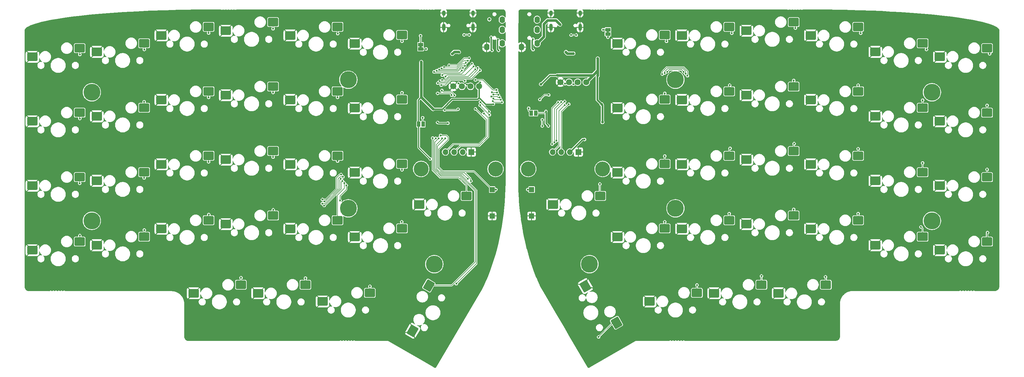
<source format=gbl>
G04 #@! TF.GenerationSoftware,KiCad,Pcbnew,9.0.0*
G04 #@! TF.CreationDate,2025-03-07T21:40:24+13:00*
G04 #@! TF.ProjectId,Koca,4b6f6361-2e6b-4696-9361-645f70636258,3*
G04 #@! TF.SameCoordinates,Original*
G04 #@! TF.FileFunction,Copper,L2,Bot*
G04 #@! TF.FilePolarity,Positive*
%FSLAX46Y46*%
G04 Gerber Fmt 4.6, Leading zero omitted, Abs format (unit mm)*
G04 Created by KiCad (PCBNEW 9.0.0) date 2025-03-07 21:40:24*
%MOMM*%
%LPD*%
G01*
G04 APERTURE LIST*
G04 Aperture macros list*
%AMRoundRect*
0 Rectangle with rounded corners*
0 $1 Rounding radius*
0 $2 $3 $4 $5 $6 $7 $8 $9 X,Y pos of 4 corners*
0 Add a 4 corners polygon primitive as box body*
4,1,4,$2,$3,$4,$5,$6,$7,$8,$9,$2,$3,0*
0 Add four circle primitives for the rounded corners*
1,1,$1+$1,$2,$3*
1,1,$1+$1,$4,$5*
1,1,$1+$1,$6,$7*
1,1,$1+$1,$8,$9*
0 Add four rect primitives between the rounded corners*
20,1,$1+$1,$2,$3,$4,$5,0*
20,1,$1+$1,$4,$5,$6,$7,0*
20,1,$1+$1,$6,$7,$8,$9,0*
20,1,$1+$1,$8,$9,$2,$3,0*%
G04 Aperture macros list end*
G04 #@! TA.AperFunction,EtchedComponent*
%ADD10C,0.000000*%
G04 #@! TD*
G04 #@! TA.AperFunction,ComponentPad*
%ADD11C,5.000000*%
G04 #@! TD*
G04 #@! TA.AperFunction,ComponentPad*
%ADD12C,4.400000*%
G04 #@! TD*
G04 #@! TA.AperFunction,ComponentPad*
%ADD13O,1.600000X2.000000*%
G04 #@! TD*
G04 #@! TA.AperFunction,ComponentPad*
%ADD14O,1.000000X2.100000*%
G04 #@! TD*
G04 #@! TA.AperFunction,ComponentPad*
%ADD15O,1.000000X1.600000*%
G04 #@! TD*
G04 #@! TA.AperFunction,ComponentPad*
%ADD16R,1.700000X1.700000*%
G04 #@! TD*
G04 #@! TA.AperFunction,ComponentPad*
%ADD17O,1.700000X1.700000*%
G04 #@! TD*
G04 #@! TA.AperFunction,SMDPad,CuDef*
%ADD18RoundRect,0.250000X1.250000X1.000000X-1.250000X1.000000X-1.250000X-1.000000X1.250000X-1.000000X0*%
G04 #@! TD*
G04 #@! TA.AperFunction,SMDPad,CuDef*
%ADD19RoundRect,0.250000X-0.241025X1.582532X-1.491025X-0.582532X0.241025X-1.582532X1.491025X0.582532X0*%
G04 #@! TD*
G04 #@! TA.AperFunction,SMDPad,CuDef*
%ADD20RoundRect,0.250000X1.491025X-0.582532X0.241025X1.582532X-1.491025X0.582532X-0.241025X-1.582532X0*%
G04 #@! TD*
G04 #@! TA.AperFunction,SMDPad,CuDef*
%ADD21R,1.500000X1.000000*%
G04 #@! TD*
G04 #@! TA.AperFunction,SMDPad,CuDef*
%ADD22C,1.800000*%
G04 #@! TD*
G04 #@! TA.AperFunction,SMDPad,CuDef*
%ADD23R,1.000000X1.500000*%
G04 #@! TD*
G04 #@! TA.AperFunction,SMDPad,CuDef*
%ADD24R,1.500000X1.500000*%
G04 #@! TD*
G04 #@! TA.AperFunction,ViaPad*
%ADD25C,0.800000*%
G04 #@! TD*
G04 #@! TA.AperFunction,ViaPad*
%ADD26C,0.600000*%
G04 #@! TD*
G04 #@! TA.AperFunction,Conductor*
%ADD27C,0.500000*%
G04 #@! TD*
G04 #@! TA.AperFunction,Conductor*
%ADD28C,0.250000*%
G04 #@! TD*
G04 #@! TA.AperFunction,Conductor*
%ADD29C,0.150000*%
G04 #@! TD*
G04 #@! TA.AperFunction,Conductor*
%ADD30C,0.200000*%
G04 #@! TD*
G04 #@! TA.AperFunction,Conductor*
%ADD31C,0.400000*%
G04 #@! TD*
G04 #@! TA.AperFunction,Conductor*
%ADD32C,0.800000*%
G04 #@! TD*
G04 #@! TA.AperFunction,Conductor*
%ADD33C,0.300000*%
G04 #@! TD*
G04 APERTURE END LIST*
D10*
G04 #@! TA.AperFunction,EtchedComponent*
G36*
X232800000Y-98550000D02*
G01*
X232200000Y-98550000D01*
X232200000Y-98050000D01*
X232800000Y-98050000D01*
X232800000Y-98550000D01*
G37*
G04 #@! TD.AperFunction*
G04 #@! TA.AperFunction,EtchedComponent*
G36*
X177450000Y-102950000D02*
G01*
X176850000Y-102950000D01*
X176850000Y-102450000D01*
X177450000Y-102450000D01*
X177450000Y-102950000D01*
G37*
G04 #@! TD.AperFunction*
D11*
X80000000Y-116150000D03*
X227056000Y-166950000D03*
D12*
X177300000Y-138800000D03*
D13*
X201269478Y-97680008D03*
X201269478Y-94680008D03*
X196669478Y-102780008D03*
X201269478Y-101680008D03*
D11*
X181200000Y-166950000D03*
D13*
X211586860Y-97680008D03*
X211586860Y-94680008D03*
X206986860Y-102780008D03*
X211586860Y-101680008D03*
D11*
X155800000Y-150450000D03*
X328256000Y-116150000D03*
X80000000Y-154150000D03*
X252456000Y-150450000D03*
D14*
X192620000Y-96930000D03*
D15*
X192620000Y-92750000D03*
D14*
X183980000Y-96930000D03*
D15*
X183980000Y-92750000D03*
D12*
X230956000Y-138800000D03*
D11*
X252456000Y-112450000D03*
D16*
X223766000Y-133800000D03*
D17*
X221226000Y-133800000D03*
X218686000Y-133800000D03*
X216146000Y-133800000D03*
D14*
X224276000Y-96930000D03*
D15*
X224276000Y-92750000D03*
D14*
X215636000Y-96930000D03*
D15*
X215636000Y-92750000D03*
D12*
X208956000Y-138800000D03*
D11*
X155800000Y-112450000D03*
X328256000Y-154150000D03*
D12*
X199300000Y-138800000D03*
D16*
X192110000Y-133800000D03*
D17*
X189570000Y-133800000D03*
X187030000Y-133800000D03*
X184490000Y-133800000D03*
D18*
X81480000Y-123260000D03*
X95450000Y-120720000D03*
X100530000Y-118410000D03*
X114500000Y-115870000D03*
X62430000Y-105660000D03*
X76400000Y-103120000D03*
X119580000Y-97960000D03*
X133550000Y-95420000D03*
X138630000Y-99360000D03*
X152600000Y-96820000D03*
X100530000Y-99360000D03*
X114500000Y-96820000D03*
X119580000Y-117010000D03*
X133550000Y-114470000D03*
X157680000Y-101760000D03*
X171650000Y-99220000D03*
X176730000Y-149310000D03*
X190700000Y-146770000D03*
X62430000Y-124710000D03*
X76400000Y-122170000D03*
X138630000Y-156510000D03*
X152600000Y-153970000D03*
X62430000Y-143760000D03*
X76400000Y-141220000D03*
X157680000Y-139860000D03*
X171650000Y-137320000D03*
X100530000Y-156510000D03*
X114500000Y-153970000D03*
X138630000Y-137460000D03*
X152600000Y-134920000D03*
X62430000Y-162810000D03*
X76400000Y-160270000D03*
X119580000Y-155110000D03*
X133550000Y-152570000D03*
X81480000Y-142310000D03*
X95450000Y-139770000D03*
X129130000Y-175560000D03*
X143100000Y-173020000D03*
X119580000Y-136060000D03*
X133550000Y-133520000D03*
D19*
X174790295Y-186629113D03*
X179575591Y-173260739D03*
D18*
X81480000Y-161360000D03*
X95450000Y-158820000D03*
X100530000Y-137460000D03*
X114500000Y-134920000D03*
X110080000Y-175560000D03*
X124050000Y-173020000D03*
X148180000Y-177960000D03*
X162150000Y-175420000D03*
X157680000Y-158910000D03*
X171650000Y-156370000D03*
X138630000Y-118410000D03*
X152600000Y-115870000D03*
X157680000Y-120810000D03*
X171650000Y-118270000D03*
X81480000Y-104210000D03*
X95450000Y-101670000D03*
X216286000Y-149310000D03*
X230256000Y-146770000D03*
X263886000Y-175560000D03*
X277856000Y-173020000D03*
D20*
X225845704Y-173430886D03*
X235030409Y-184259261D03*
D18*
X244836000Y-177960000D03*
X258806000Y-175420000D03*
X311536000Y-161360000D03*
X325506000Y-158820000D03*
X330586000Y-162810000D03*
X344556000Y-160270000D03*
X311536000Y-123260000D03*
X325506000Y-120720000D03*
X292486000Y-137460000D03*
X306456000Y-134920000D03*
X254386000Y-156510000D03*
X268356000Y-153970000D03*
X282936000Y-175560000D03*
X296906000Y-173020000D03*
X292486000Y-156510000D03*
X306456000Y-153970000D03*
X311536000Y-142310000D03*
X325506000Y-139770000D03*
X330586000Y-143760000D03*
X344556000Y-141220000D03*
X235336000Y-158910000D03*
X249306000Y-156370000D03*
X273436000Y-155110000D03*
X287406000Y-152570000D03*
X311536000Y-104210000D03*
X325506000Y-101670000D03*
X330586000Y-105660000D03*
X344556000Y-103120000D03*
X330586000Y-124710000D03*
X344556000Y-122170000D03*
X254386000Y-137460000D03*
X268356000Y-134920000D03*
X235336000Y-120810000D03*
X249306000Y-118270000D03*
X235336000Y-101760000D03*
X249306000Y-99220000D03*
X292486000Y-118410000D03*
X306456000Y-115870000D03*
X254386000Y-99360000D03*
X268356000Y-96820000D03*
X273436000Y-97960000D03*
X287406000Y-95420000D03*
X292486000Y-99360000D03*
X306456000Y-96820000D03*
X235336000Y-139860000D03*
X249306000Y-137320000D03*
X254386000Y-118410000D03*
X268356000Y-115870000D03*
X273436000Y-117010000D03*
X287406000Y-114470000D03*
X273436000Y-136060000D03*
X287406000Y-133520000D03*
D21*
X232500000Y-98950000D03*
X232500000Y-97650000D03*
D22*
X218480000Y-113150000D03*
X221020000Y-113150000D03*
X223560000Y-113150000D03*
X226100000Y-113150000D03*
D23*
X211150000Y-122300000D03*
X209850000Y-122300000D03*
D22*
X186820000Y-114400000D03*
X189360000Y-114400000D03*
X191900000Y-114400000D03*
X194440000Y-114400000D03*
D21*
X177150000Y-103350000D03*
X177150000Y-102050000D03*
D24*
X198300000Y-152700000D03*
X198300000Y-144900000D03*
X209956000Y-152700000D03*
X209956000Y-144900000D03*
D23*
X176600000Y-125575000D03*
X177900000Y-125575000D03*
D25*
X197459600Y-94589600D03*
D26*
X175615600Y-117348000D03*
D25*
X178816000Y-116535200D03*
D26*
X197231000Y-163449000D03*
X198500000Y-113650000D03*
D25*
X199200000Y-108648000D03*
D26*
X64109600Y-135686800D03*
X198312500Y-120787500D03*
X192125600Y-119735600D03*
D25*
X180644800Y-119024400D03*
X187452000Y-107188000D03*
D26*
X188417200Y-92481400D03*
X172720000Y-151180800D03*
X178206400Y-193192400D03*
X169418000Y-144526000D03*
X187502800Y-164642800D03*
X186385200Y-126034800D03*
X170180000Y-133654800D03*
D25*
X185100000Y-106650000D03*
D26*
X172516800Y-112547400D03*
X168300400Y-125323600D03*
X89560400Y-95148400D03*
X184979000Y-124002800D03*
X133096000Y-188671200D03*
X190906400Y-123952000D03*
X147523200Y-110845600D03*
X109880400Y-110845600D03*
X109677200Y-130606800D03*
D25*
X145542000Y-143865600D03*
X186400000Y-101200000D03*
D26*
X177925000Y-120150000D03*
X150012400Y-130149600D03*
X174375000Y-127050000D03*
X194005200Y-105359200D03*
X174350000Y-102950000D03*
X184150000Y-107300000D03*
X196494400Y-111353600D03*
D25*
X104140000Y-144475200D03*
D26*
X192000000Y-127100000D03*
D25*
X126847600Y-149758400D03*
D26*
X104698800Y-170688000D03*
X200710800Y-134112000D03*
X187960000Y-119278400D03*
X63804800Y-171704000D03*
X201750000Y-121800000D03*
X178511200Y-128320800D03*
X192278000Y-116332000D03*
X186537600Y-128727200D03*
X168503600Y-129184400D03*
X201275000Y-113385600D03*
X187960000Y-116128800D03*
X180492400Y-122936000D03*
D25*
X181350000Y-105200000D03*
D26*
X127050800Y-92456000D03*
X168605200Y-93319600D03*
X151536400Y-150672800D03*
D25*
X131064000Y-124714000D03*
D26*
X167700000Y-167050000D03*
X195681600Y-125526800D03*
D25*
X90373200Y-131622800D03*
D26*
X169062400Y-106070400D03*
X145491200Y-167843200D03*
X179850000Y-93700000D03*
X231075000Y-97650000D03*
X183074000Y-128905000D03*
X199400000Y-144900000D03*
X177150000Y-99450000D03*
X200175000Y-103750000D03*
X200000000Y-100600000D03*
X198000000Y-99900000D03*
X198250000Y-103750000D03*
X188350000Y-113500000D03*
X190804800Y-113893600D03*
X193357955Y-121065918D03*
X195834000Y-122377200D03*
X221625000Y-99225000D03*
X223156000Y-99225000D03*
X177749200Y-123675000D03*
X186334400Y-117000000D03*
X182168800Y-116450000D03*
X215036400Y-116941600D03*
X212394800Y-118262400D03*
X76450000Y-105000000D03*
X181135711Y-110125000D03*
X189344000Y-109664634D03*
X181866279Y-109775000D03*
X189700716Y-108948562D03*
X95500000Y-103500000D03*
X190239205Y-108356925D03*
X182612638Y-109425000D03*
X114500000Y-98650000D03*
X183349429Y-109075278D03*
X190550000Y-107400000D03*
X133550000Y-97350000D03*
X184068671Y-108725000D03*
X191150000Y-106800000D03*
X152650000Y-98800000D03*
X191507772Y-106084456D03*
X171650000Y-101050000D03*
X185572400Y-108150000D03*
X199600000Y-115450000D03*
X193338040Y-112489840D03*
X76450000Y-123900000D03*
X183235600Y-114025000D03*
X190195200Y-112776000D03*
X95450000Y-118950000D03*
X194027039Y-108933513D03*
X182770225Y-112875000D03*
X194700000Y-109650000D03*
X114500000Y-117650000D03*
X182214011Y-113450000D03*
X133550000Y-116200000D03*
X183489600Y-112525000D03*
X193344000Y-109350000D03*
D25*
X186500000Y-104800000D03*
X188454648Y-104271929D03*
X220100000Y-104250000D03*
X218366305Y-96125000D03*
X222300000Y-104675000D03*
D26*
X184550000Y-111500000D03*
X152600000Y-117650000D03*
X192844000Y-108550000D03*
X183550000Y-111100000D03*
X171650000Y-116300000D03*
X192344000Y-107700000D03*
X198476053Y-118786012D03*
X76400000Y-143050000D03*
X201220685Y-119084063D03*
X200838683Y-118381156D03*
X198625000Y-118000000D03*
X95450000Y-141450000D03*
X198051167Y-117378429D03*
X114500000Y-136700000D03*
X200516992Y-117648681D03*
X198625000Y-116816133D03*
X133550000Y-135300000D03*
X200145905Y-116939950D03*
X152600000Y-136500000D03*
X198268413Y-116100000D03*
X199775000Y-116231125D03*
X171650000Y-139050000D03*
X76454000Y-158496000D03*
X148132800Y-147825000D03*
X153670000Y-140462000D03*
X154200785Y-141151998D03*
X95504000Y-156845000D03*
X148691600Y-148437600D03*
X114554000Y-152273000D03*
X148107400Y-149047200D03*
X153570998Y-141726998D03*
X133604000Y-150876000D03*
X194758000Y-119989413D03*
X154051000Y-142367000D03*
X197485000Y-122809000D03*
X148656959Y-149628568D03*
X154619000Y-142996998D03*
X197358000Y-121860000D03*
X194831025Y-119112975D03*
X153350000Y-148175000D03*
X171577000Y-154432000D03*
X155194000Y-143637000D03*
X183515000Y-129755000D03*
X124079000Y-170942000D03*
X191135000Y-141732000D03*
X192024000Y-142367000D03*
X143129000Y-171069000D03*
X184404000Y-129755000D03*
X162179000Y-173482000D03*
X182499000Y-129755000D03*
X187706000Y-172720000D03*
X181610000Y-129755000D03*
X180721000Y-129667000D03*
X249809000Y-101092000D03*
D25*
X180850000Y-121100000D03*
D26*
X177350000Y-110575000D03*
X185216800Y-125272800D03*
X179984400Y-135839200D03*
X194767200Y-113284000D03*
X182168800Y-125069600D03*
X178800000Y-103350000D03*
X198625000Y-119657821D03*
D25*
X177350000Y-107200000D03*
D26*
X269113000Y-98679000D03*
D25*
X230632000Y-119700000D03*
D26*
X225600000Y-130079000D03*
D25*
X230886000Y-124968000D03*
X217525600Y-111125000D03*
X229489000Y-106172000D03*
X229489000Y-111236000D03*
X212747202Y-113752798D03*
D26*
X232500000Y-99850000D03*
X214900000Y-126100000D03*
X214200000Y-121800000D03*
X287909000Y-97155000D03*
X307213000Y-98679000D03*
X326644000Y-103505000D03*
X191531000Y-99183132D03*
X190000000Y-99183132D03*
X345313000Y-104775000D03*
X249301000Y-116459000D03*
X256006600Y-111252000D03*
X248564400Y-110786000D03*
X268478000Y-114046000D03*
X249301000Y-110436000D03*
X255447800Y-110642400D03*
X287401000Y-112649000D03*
X250063000Y-110086000D03*
X306451000Y-114046000D03*
X254863600Y-110086000D03*
X325501000Y-118491000D03*
X344551000Y-120015000D03*
X249301000Y-135001000D03*
X268605000Y-132715000D03*
X287528000Y-131318000D03*
X306451000Y-132842000D03*
X325501000Y-137033000D03*
X344551000Y-138938000D03*
X249301000Y-154432000D03*
X210375000Y-100450000D03*
X210400000Y-103550000D03*
X268351000Y-152019000D03*
X287401000Y-150749000D03*
X306451000Y-152019000D03*
X324993000Y-155956000D03*
X344678000Y-157607000D03*
X230124000Y-143256000D03*
X229743000Y-188468000D03*
X216027000Y-131445000D03*
X258826000Y-173101000D03*
X217816733Y-119063094D03*
X218694000Y-118999000D03*
X216662000Y-130937000D03*
X277876000Y-170434000D03*
X217297000Y-130429000D03*
X219710000Y-118872000D03*
X296799000Y-170688000D03*
X219805117Y-113601744D03*
X222278278Y-113763794D03*
X220957000Y-119657000D03*
X219762500Y-119962500D03*
X213100000Y-124275000D03*
X208800000Y-144900000D03*
X213100000Y-126100000D03*
X209075000Y-120875000D03*
X317703200Y-95250000D03*
D25*
X224340000Y-101230000D03*
D26*
X260756400Y-112217200D03*
D25*
X237236000Y-132029200D03*
D26*
X343154000Y-97790000D03*
D25*
X221996000Y-139700000D03*
X280873200Y-105613200D03*
D26*
X216154000Y-112166400D03*
X223875600Y-119811800D03*
X227838000Y-121666000D03*
X220014800Y-92303600D03*
X207822800Y-112166400D03*
X215265000Y-124968000D03*
X236575600Y-105918000D03*
D25*
X218250000Y-101625000D03*
D26*
X232613200Y-121564400D03*
X208737200Y-118821200D03*
X346964000Y-127355600D03*
D25*
X269595600Y-148539200D03*
X219075000Y-107061000D03*
D26*
X214223600Y-119786400D03*
X219506800Y-163728400D03*
X230124000Y-113792000D03*
X232765600Y-151231600D03*
X241858800Y-117805200D03*
X225958400Y-116586000D03*
X232765600Y-111912400D03*
X247802400Y-170332400D03*
X215138000Y-130175000D03*
X239776000Y-125476000D03*
X223400000Y-127100000D03*
X222504000Y-124079000D03*
X252095000Y-105308400D03*
X220600000Y-129900000D03*
D25*
X209600000Y-108675000D03*
D26*
X208280000Y-94437200D03*
X214731600Y-104851200D03*
X213969600Y-110591600D03*
X238252000Y-112268000D03*
X301955200Y-168198800D03*
D25*
X323240400Y-132791200D03*
D26*
X211074000Y-164211000D03*
X228750000Y-95200000D03*
X212770000Y-116200000D03*
X220726000Y-116535200D03*
X233324400Y-191211200D03*
X213360000Y-128143000D03*
X230136000Y-120650000D03*
D25*
X306374800Y-147421600D03*
D26*
X282041600Y-92151200D03*
X241808000Y-92811600D03*
X223790000Y-100320000D03*
X277977600Y-187045600D03*
X210947000Y-127381000D03*
X299008800Y-130302000D03*
X260045200Y-129590800D03*
D25*
X228800000Y-101200000D03*
D26*
X242115230Y-165437851D03*
X314147200Y-115722400D03*
X346710000Y-165252400D03*
D25*
X282295600Y-163271200D03*
D26*
X188225000Y-121160000D03*
X184251600Y-121412000D03*
X187133622Y-117035327D03*
X183438800Y-115620800D03*
D27*
X158040000Y-101760000D02*
X158200000Y-101600000D01*
X157680000Y-101760000D02*
X158040000Y-101760000D01*
D28*
X232500000Y-97650000D02*
X231075000Y-97650000D01*
D29*
X183074000Y-128905000D02*
X184785000Y-128905000D01*
X192970000Y-139570000D02*
X198300000Y-144900000D01*
X182499000Y-138316026D02*
X183752974Y-139570000D01*
X184785000Y-128905000D02*
X185293000Y-129413000D01*
X183752974Y-139570000D02*
X192970000Y-139570000D01*
D30*
X198300000Y-144900000D02*
X199400000Y-144900000D01*
D29*
X185293000Y-129413000D02*
X185293000Y-130175000D01*
X185293000Y-130175000D02*
X182499000Y-132969000D01*
X182499000Y-132969000D02*
X182499000Y-138316026D01*
D28*
X177150000Y-102050000D02*
X177150000Y-99450000D01*
D31*
X200175000Y-103750000D02*
X199875000Y-103450000D01*
X199875000Y-103450000D02*
X199875000Y-100725000D01*
X199875000Y-100725000D02*
X200000000Y-100600000D01*
X198000000Y-103500000D02*
X198250000Y-103750000D01*
X198000000Y-99900000D02*
X198000000Y-103500000D01*
D29*
X188460000Y-113500000D02*
X189360000Y-114400000D01*
X188350000Y-113500000D02*
X188460000Y-113500000D01*
X191393600Y-113893600D02*
X191900000Y-114400000D01*
X190804800Y-113893600D02*
X191393600Y-113893600D01*
X194360800Y-131470400D02*
X186819600Y-131470400D01*
X193405118Y-121065918D02*
X196646800Y-124307600D01*
X196646800Y-124307600D02*
X196646800Y-129184400D01*
X196646800Y-129184400D02*
X194360800Y-131470400D01*
X193357955Y-121065918D02*
X193405118Y-121065918D01*
X186819600Y-131470400D02*
X184490000Y-133800000D01*
X197104000Y-129336800D02*
X194462400Y-131978400D01*
X194462400Y-131978400D02*
X188851600Y-131978400D01*
X197104000Y-123647200D02*
X197104000Y-129336800D01*
X195834000Y-122377200D02*
X197104000Y-123647200D01*
X188851600Y-131978400D02*
X187030000Y-133800000D01*
X223156000Y-99225000D02*
X221625000Y-99225000D01*
X177738800Y-125413800D02*
X177900000Y-125575000D01*
X177738800Y-123685400D02*
X177738800Y-125413800D01*
X177749200Y-123675000D02*
X177738800Y-123685400D01*
X186334400Y-116738400D02*
X186080400Y-116484400D01*
X182203200Y-116484400D02*
X182168800Y-116450000D01*
X186334400Y-117000000D02*
X186334400Y-116738400D01*
X186080400Y-116484400D02*
X182203200Y-116484400D01*
X215036400Y-116941600D02*
X213715600Y-116941600D01*
X213715600Y-116941600D02*
X212394800Y-118262400D01*
X181360711Y-110350000D02*
X188658634Y-110350000D01*
X76400000Y-103120000D02*
X76400000Y-104950000D01*
X76400000Y-104950000D02*
X76450000Y-105000000D01*
X188658634Y-110350000D02*
X189344000Y-109664634D01*
X181135711Y-110125000D02*
X181360711Y-110350000D01*
X189201438Y-108948562D02*
X189700716Y-108948562D01*
X182091279Y-110000000D02*
X183700000Y-110000000D01*
X188950000Y-109200000D02*
X189201438Y-108948562D01*
X95450000Y-101670000D02*
X95450000Y-103450000D01*
X181866279Y-109775000D02*
X182091279Y-110000000D01*
X95450000Y-103450000D02*
X95500000Y-103500000D01*
X183700000Y-110000000D02*
X188150000Y-110000000D01*
X188150000Y-110000000D02*
X188950000Y-109200000D01*
X188005026Y-109650000D02*
X188805026Y-108850000D01*
X182837638Y-109650000D02*
X183750000Y-109650000D01*
X188805026Y-108850000D02*
X189281464Y-108373562D01*
X190222568Y-108373562D02*
X190239205Y-108356925D01*
X189281464Y-108373562D02*
X190222568Y-108373562D01*
X183750000Y-109650000D02*
X188005026Y-109650000D01*
X114500000Y-96820000D02*
X114500000Y-98650000D01*
X182612638Y-109425000D02*
X182837638Y-109650000D01*
X183574151Y-109300000D02*
X187860052Y-109300000D01*
X133550000Y-95420000D02*
X133550000Y-97350000D01*
X189401725Y-107758327D02*
X190191673Y-107758327D01*
X188605026Y-108555026D02*
X189401725Y-107758327D01*
X190191673Y-107758327D02*
X190550000Y-107400000D01*
X183349429Y-109075278D02*
X183574151Y-109300000D01*
X187860052Y-109300000D02*
X188605026Y-108555026D01*
X184068671Y-108725000D02*
X187940078Y-108725000D01*
X189865078Y-106800000D02*
X191150000Y-106800000D01*
X189082539Y-107582539D02*
X189865078Y-106800000D01*
X152600000Y-96820000D02*
X152600000Y-98750000D01*
X187940078Y-108725000D02*
X189082539Y-107582539D01*
X152600000Y-98750000D02*
X152650000Y-98800000D01*
X185572400Y-108150000D02*
X185622400Y-108100000D01*
X171650000Y-99220000D02*
X171650000Y-101050000D01*
X190065544Y-106084456D02*
X191507772Y-106084456D01*
X188050000Y-108100000D02*
X190065544Y-106084456D01*
X185622400Y-108100000D02*
X188050000Y-108100000D01*
X195497040Y-112489840D02*
X198457200Y-115450000D01*
X76400000Y-123850000D02*
X76450000Y-123900000D01*
X185944974Y-112500000D02*
X184419974Y-114025000D01*
X190195200Y-112776000D02*
X189919200Y-112500000D01*
X193338040Y-112489840D02*
X195497040Y-112489840D01*
X189919200Y-112500000D02*
X185944974Y-112500000D01*
X184419974Y-114025000D02*
X183235600Y-114025000D01*
X198457200Y-115450000D02*
X199600000Y-115450000D01*
X76400000Y-122170000D02*
X76400000Y-123850000D01*
X95450000Y-120720000D02*
X95450000Y-118950000D01*
X191707173Y-111800000D02*
X194027039Y-109480134D01*
X184258147Y-113100000D02*
X185558147Y-111800000D01*
X185558147Y-111800000D02*
X191707173Y-111800000D01*
X194027039Y-109480134D02*
X194027039Y-108933513D01*
X182995225Y-113100000D02*
X184258147Y-113100000D01*
X182770225Y-112875000D02*
X182995225Y-113100000D01*
X182214011Y-113450000D02*
X184500000Y-113450000D01*
X114500000Y-115870000D02*
X114500000Y-117650000D01*
X185800000Y-112150000D02*
X192200000Y-112150000D01*
X192200000Y-112150000D02*
X194700000Y-109650000D01*
X184500000Y-113450000D02*
X185800000Y-112150000D01*
X185413173Y-111450000D02*
X191244000Y-111450000D01*
X133550000Y-114470000D02*
X133550000Y-116200000D01*
X184338173Y-112525000D02*
X185413173Y-111450000D01*
X191244000Y-111450000D02*
X193344000Y-109350000D01*
X183489600Y-112525000D02*
X184338173Y-112525000D01*
D32*
X188454648Y-104271929D02*
X188373519Y-104190800D01*
X187109200Y-104190800D02*
X186500000Y-104800000D01*
X188373519Y-104190800D02*
X187109200Y-104190800D01*
X211501992Y-101680008D02*
X211586860Y-101680008D01*
X213525000Y-99741868D02*
X213525000Y-96025000D01*
X214681000Y-94869000D02*
X217110305Y-94869000D01*
X222300000Y-104675000D02*
X220525000Y-104675000D01*
X213525000Y-96025000D02*
X214681000Y-94869000D01*
X217110305Y-94869000D02*
X218366305Y-96125000D01*
X220525000Y-104675000D02*
X220100000Y-104250000D01*
X211586860Y-101680008D02*
X213525000Y-99741868D01*
D29*
X190294000Y-111100000D02*
X192844000Y-108550000D01*
X184950000Y-111100000D02*
X190294000Y-111100000D01*
X184550000Y-111500000D02*
X184950000Y-111100000D01*
X152600000Y-115870000D02*
X152600000Y-117650000D01*
X183550000Y-111100000D02*
X183900000Y-110750000D01*
X171650000Y-118270000D02*
X171650000Y-116300000D01*
X189294000Y-110750000D02*
X192344000Y-107700000D01*
X188400000Y-110750000D02*
X189294000Y-110750000D01*
X183900000Y-110750000D02*
X188400000Y-110750000D01*
X198476053Y-118786012D02*
X198774104Y-119084063D01*
X198774104Y-119084063D02*
X201220685Y-119084063D01*
X76400000Y-141220000D02*
X76400000Y-143050000D01*
X199006156Y-118381156D02*
X200838683Y-118381156D01*
X95450000Y-139770000D02*
X95450000Y-141450000D01*
X198625000Y-118000000D02*
X199006156Y-118381156D01*
X198097738Y-117425000D02*
X199817782Y-117425000D01*
X199817782Y-117425000D02*
X200041463Y-117648681D01*
X114500000Y-134920000D02*
X114500000Y-136700000D01*
X200041463Y-117648681D02*
X200516992Y-117648681D01*
X198051167Y-117378429D02*
X198097738Y-117425000D01*
X133550000Y-133520000D02*
X133550000Y-135300000D01*
X200145905Y-116939950D02*
X200012080Y-116806125D01*
X200012080Y-116806125D02*
X198635008Y-116806125D01*
X198635008Y-116806125D02*
X198625000Y-116816133D01*
X199775000Y-116231125D02*
X198399538Y-116231125D01*
X152600000Y-134920000D02*
X152600000Y-136500000D01*
X198399538Y-116231125D02*
X198268413Y-116100000D01*
X171650000Y-137320000D02*
X171650000Y-139050000D01*
X149098000Y-147825000D02*
X152273000Y-144650000D01*
X152273000Y-144650000D02*
X152273000Y-141478000D01*
X76454000Y-158496000D02*
X76454000Y-160216000D01*
X152273000Y-141478000D02*
X153289000Y-140462000D01*
X148132800Y-147825000D02*
X149098000Y-147825000D01*
X76454000Y-160216000D02*
X76400000Y-160270000D01*
X153289000Y-140462000D02*
X153670000Y-140462000D01*
X152781000Y-144636974D02*
X148980374Y-148437600D01*
X154200785Y-141151998D02*
X153332825Y-141151998D01*
X152781000Y-142367000D02*
X152781000Y-144636974D01*
X95450000Y-158820000D02*
X95450000Y-156899000D01*
X153332825Y-141151998D02*
X152781000Y-141703823D01*
X152781000Y-141703823D02*
X152781000Y-142367000D01*
X148980374Y-148437600D02*
X148691600Y-148437600D01*
X95450000Y-156899000D02*
X95504000Y-156845000D01*
X148895173Y-149047200D02*
X148107400Y-149047200D01*
X153570998Y-141726998D02*
X153263600Y-142034396D01*
X114500000Y-152327000D02*
X114554000Y-152273000D01*
X114500000Y-153970000D02*
X114500000Y-152327000D01*
X153263600Y-142034396D02*
X153263600Y-143662400D01*
X153263600Y-143662400D02*
X153263600Y-144678773D01*
X153570998Y-141726998D02*
X153476000Y-141821996D01*
X153263600Y-144678773D02*
X148895173Y-149047200D01*
X148808779Y-149628568D02*
X148656959Y-149628568D01*
X154051000Y-142367000D02*
X154044000Y-142374000D01*
X194758000Y-119989413D02*
X194758000Y-120082000D01*
X153670000Y-144322800D02*
X153670000Y-144767347D01*
X153670000Y-144767347D02*
X148808779Y-149628568D01*
X133550000Y-150930000D02*
X133604000Y-150876000D01*
X153670000Y-142748000D02*
X153670000Y-144322800D01*
X154051000Y-142367000D02*
X153670000Y-142748000D01*
X133550000Y-152570000D02*
X133550000Y-150930000D01*
X194758000Y-120082000D02*
X197485000Y-122809000D01*
X197358000Y-121639950D02*
X197358000Y-121860000D01*
X154619000Y-144542200D02*
X152600000Y-146561200D01*
X152600000Y-146561200D02*
X152600000Y-153970000D01*
X194831025Y-119112975D02*
X197358000Y-121639950D01*
X154619000Y-142996998D02*
X154619000Y-144542200D01*
X153350000Y-146750000D02*
X155194000Y-144906000D01*
X153350000Y-148175000D02*
X153350000Y-146750000D01*
X171650000Y-154505000D02*
X171650000Y-156370000D01*
X155194000Y-144906000D02*
X155194000Y-143637000D01*
X171577000Y-154432000D02*
X171650000Y-154505000D01*
X183410922Y-140270000D02*
X182098461Y-138957539D01*
X188214000Y-140270000D02*
X183410922Y-140270000D01*
X181771000Y-136398000D02*
X181771000Y-131665000D01*
X183515000Y-129921000D02*
X183515000Y-129755000D01*
X182098461Y-138957539D02*
X181771000Y-138630078D01*
X181771000Y-138630078D02*
X181771000Y-136398000D01*
X181864000Y-131572000D02*
X183515000Y-129921000D01*
X124050000Y-170971000D02*
X124050000Y-173020000D01*
X181771000Y-131665000D02*
X181864000Y-131572000D01*
X189546000Y-140270000D02*
X188214000Y-140270000D01*
X191135000Y-141732000D02*
X191008000Y-141732000D01*
X191008000Y-141732000D02*
X189546000Y-140270000D01*
X124079000Y-170942000D02*
X124050000Y-170971000D01*
X191897000Y-142240000D02*
X191897000Y-141680827D01*
X182121000Y-138176000D02*
X182121000Y-132038000D01*
X182121000Y-138433000D02*
X182121000Y-138176000D01*
X143100000Y-173020000D02*
X143100000Y-171098000D01*
X192024000Y-142367000D02*
X191897000Y-142240000D01*
X183608000Y-139920000D02*
X182121000Y-138433000D01*
X190136173Y-139920000D02*
X187833000Y-139920000D01*
X143100000Y-171098000D02*
X143129000Y-171069000D01*
X191897000Y-141680827D02*
X190136173Y-139920000D01*
X187833000Y-139920000D02*
X183608000Y-139920000D01*
X182121000Y-132038000D02*
X184404000Y-129755000D01*
X187706000Y-172720000D02*
X193644000Y-166782000D01*
X182168474Y-139522526D02*
X181421000Y-138775052D01*
X181421000Y-138775052D02*
X181421000Y-135001000D01*
X181421000Y-135001000D02*
X181421000Y-130833000D01*
X193644000Y-166782000D02*
X193644000Y-164338000D01*
X192913000Y-144399000D02*
X189134000Y-140620000D01*
X181421000Y-130833000D02*
X182499000Y-129755000D01*
X189134000Y-140620000D02*
X187325000Y-140620000D01*
X162150000Y-175420000D02*
X162150000Y-173511000D01*
X162150000Y-173511000D02*
X162179000Y-173482000D01*
X193644000Y-164338000D02*
X193644000Y-145130000D01*
X187325000Y-140620000D02*
X183265948Y-140620000D01*
X193644000Y-145130000D02*
X192913000Y-144399000D01*
X183265948Y-140620000D02*
X182168474Y-139522526D01*
X181071000Y-138920026D02*
X183120974Y-140970000D01*
X181610000Y-129755000D02*
X181071000Y-130294000D01*
X193294000Y-145288000D02*
X193294000Y-166243000D01*
X193294000Y-166243000D02*
X186276261Y-173260739D01*
X183120974Y-140970000D02*
X188976000Y-140970000D01*
X181071000Y-130294000D02*
X181071000Y-138920026D01*
X188976000Y-140970000D02*
X193294000Y-145288000D01*
X186276261Y-173260739D02*
X179575591Y-173260739D01*
X180721000Y-139065000D02*
X180721000Y-129667000D01*
X189992000Y-143002000D02*
X188341000Y-141351000D01*
X190700000Y-146770000D02*
X190700000Y-143710000D01*
X188341000Y-141351000D02*
X184658000Y-141351000D01*
X190700000Y-143710000D02*
X189992000Y-143002000D01*
X183007000Y-141351000D02*
X180721000Y-139065000D01*
X184658000Y-141351000D02*
X183007000Y-141351000D01*
X249809000Y-99723000D02*
X249306000Y-99220000D01*
X249809000Y-101092000D02*
X249809000Y-99723000D01*
D31*
X193972000Y-118200000D02*
X186447600Y-118200000D01*
D32*
X177350000Y-107200000D02*
X177350000Y-110575000D01*
D33*
X176438800Y-118511200D02*
X176438800Y-125413800D01*
D28*
X177150000Y-103350000D02*
X178800000Y-103350000D01*
D32*
X177350000Y-117600000D02*
X180850000Y-121100000D01*
D33*
X182372000Y-125272800D02*
X185216800Y-125272800D01*
X176424000Y-125399000D02*
X176600000Y-125575000D01*
D31*
X194440000Y-117732000D02*
X194440000Y-114400000D01*
D33*
X177181000Y-110744000D02*
X177350000Y-110575000D01*
D32*
X177350000Y-110575000D02*
X177350000Y-117600000D01*
D33*
X176600000Y-132454800D02*
X177260100Y-133114900D01*
D31*
X198625000Y-119657821D02*
X196365821Y-119657821D01*
X194440000Y-117732000D02*
X193972000Y-118200000D01*
D33*
X176600000Y-125575000D02*
X176600000Y-132454800D01*
D31*
X186447600Y-118200000D02*
X183547600Y-121100000D01*
D33*
X176438800Y-125413800D02*
X176600000Y-125575000D01*
X194440000Y-113611200D02*
X194440000Y-114400000D01*
X177260100Y-133114900D02*
X179984400Y-135839200D01*
D31*
X183547600Y-121100000D02*
X180850000Y-121100000D01*
D33*
X182168800Y-125069600D02*
X182372000Y-125272800D01*
X177350000Y-117600000D02*
X176438800Y-118511200D01*
D31*
X196365821Y-119657821D02*
X194440000Y-117732000D01*
D33*
X194767200Y-113284000D02*
X194440000Y-113611200D01*
D29*
X269113000Y-98679000D02*
X269113000Y-97577000D01*
X269113000Y-97577000D02*
X268356000Y-96820000D01*
D27*
X229374000Y-111351000D02*
X229489000Y-111236000D01*
X229374000Y-118442000D02*
X229374000Y-111351000D01*
D31*
X214200000Y-125300000D02*
X214200000Y-121800000D01*
D32*
X226100000Y-113150000D02*
X228092000Y-111158000D01*
X229489000Y-109728000D02*
X228092000Y-111125000D01*
X228092000Y-111125000D02*
X217525600Y-111125000D01*
D31*
X217525600Y-111125000D02*
X215375000Y-111125000D01*
D27*
X230886000Y-119954000D02*
X230886000Y-124968000D01*
D28*
X232500000Y-98950000D02*
X232500000Y-99850000D01*
D30*
X213700000Y-122300000D02*
X214200000Y-121800000D01*
D32*
X229489000Y-106172000D02*
X229489000Y-109728000D01*
D27*
X230632000Y-119700000D02*
X230886000Y-119954000D01*
D32*
X229489000Y-109728000D02*
X229489000Y-111236000D01*
D30*
X211150000Y-122300000D02*
X213700000Y-122300000D01*
D31*
X224987000Y-130079000D02*
X221266000Y-133800000D01*
D32*
X228092000Y-111158000D02*
X228092000Y-111125000D01*
D31*
X225600000Y-130079000D02*
X224987000Y-130079000D01*
X214900000Y-126100000D02*
X214900000Y-126000000D01*
D27*
X217525600Y-111125000D02*
X217550600Y-111100000D01*
D31*
X214900000Y-126000000D02*
X214200000Y-125300000D01*
X221266000Y-133800000D02*
X221226000Y-133800000D01*
D27*
X229374000Y-118442000D02*
X230632000Y-119700000D01*
D31*
X215375000Y-111125000D02*
X212747202Y-113752798D01*
D29*
X287909000Y-97155000D02*
X287909000Y-95923000D01*
X287909000Y-95923000D02*
X287406000Y-95420000D01*
X307213000Y-97577000D02*
X306456000Y-96820000D01*
X307213000Y-98679000D02*
X307213000Y-97577000D01*
X326644000Y-102808000D02*
X325506000Y-101670000D01*
X326644000Y-103505000D02*
X326644000Y-102808000D01*
X191531000Y-99183132D02*
X190000000Y-99183132D01*
X345313000Y-103877000D02*
X344556000Y-103120000D01*
X345313000Y-104775000D02*
X345313000Y-103877000D01*
X249301000Y-116459000D02*
X249306000Y-116464000D01*
X249306000Y-116464000D02*
X249306000Y-118270000D01*
X256027113Y-111231487D02*
X256006600Y-111252000D01*
X248564400Y-110786000D02*
X248564400Y-110083600D01*
X250766775Y-108768400D02*
X254854148Y-108768400D01*
X254854148Y-108768400D02*
X256027113Y-109941365D01*
X249879600Y-108768400D02*
X250766775Y-108768400D01*
X268356000Y-114168000D02*
X268356000Y-115870000D01*
X249351800Y-109296200D02*
X249879600Y-108768400D01*
X268478000Y-114046000D02*
X268356000Y-114168000D01*
X256027113Y-109941365D02*
X256027113Y-111231487D01*
X248564400Y-110083600D02*
X249351800Y-109296200D01*
X249301000Y-110436000D02*
X249301000Y-110034827D01*
X287401000Y-112649000D02*
X287406000Y-112654000D01*
X250621800Y-109118400D02*
X254709173Y-109118400D01*
X249301000Y-110034827D02*
X250217427Y-109118400D01*
X287406000Y-112654000D02*
X287406000Y-114470000D01*
X254709173Y-109118400D02*
X255447800Y-109857027D01*
X250217427Y-109118400D02*
X250621800Y-109118400D01*
X255447800Y-109857027D02*
X255447800Y-110642400D01*
X250063000Y-110086000D02*
X250675000Y-109474000D01*
X252526800Y-109474000D02*
X254251600Y-109474000D01*
X250675000Y-109474000D02*
X252526800Y-109474000D01*
X306456000Y-114051000D02*
X306456000Y-115870000D01*
X254251600Y-109474000D02*
X254863600Y-110086000D01*
X306451000Y-114046000D02*
X306456000Y-114051000D01*
X325506000Y-119131000D02*
X325506000Y-120720000D01*
X325501000Y-119126000D02*
X325506000Y-119131000D01*
X325501000Y-118491000D02*
X325501000Y-119126000D01*
X344551000Y-120015000D02*
X344556000Y-120020000D01*
X344556000Y-120020000D02*
X344556000Y-122170000D01*
X249306000Y-135006000D02*
X249301000Y-135001000D01*
X249306000Y-137320000D02*
X249306000Y-135006000D01*
X268356000Y-132964000D02*
X268605000Y-132715000D01*
X268356000Y-134920000D02*
X268356000Y-132964000D01*
X287406000Y-131440000D02*
X287406000Y-133520000D01*
X287528000Y-131318000D02*
X287406000Y-131440000D01*
X306451000Y-132842000D02*
X306451000Y-133223000D01*
X306451000Y-133223000D02*
X306456000Y-133228000D01*
X306456000Y-133228000D02*
X306456000Y-134920000D01*
X325501000Y-139765000D02*
X325506000Y-139770000D01*
X325501000Y-137033000D02*
X325501000Y-139765000D01*
X344556000Y-138943000D02*
X344556000Y-141220000D01*
X344551000Y-138938000D02*
X344556000Y-138943000D01*
X249301000Y-154432000D02*
X249306000Y-154437000D01*
X249306000Y-154437000D02*
X249306000Y-156370000D01*
D31*
X210375000Y-100450000D02*
X210050000Y-100775000D01*
X210050000Y-103200000D02*
X210400000Y-103550000D01*
X210050000Y-100775000D02*
X210050000Y-103200000D01*
D29*
X268351000Y-152019000D02*
X268356000Y-152024000D01*
X268356000Y-152024000D02*
X268356000Y-153970000D01*
X287406000Y-150754000D02*
X287406000Y-152570000D01*
X287401000Y-150749000D02*
X287406000Y-150754000D01*
X306451000Y-152019000D02*
X306456000Y-152024000D01*
X306456000Y-152024000D02*
X306456000Y-153970000D01*
X325506000Y-156469000D02*
X325506000Y-158820000D01*
X324993000Y-155956000D02*
X325506000Y-156469000D01*
D28*
X344556000Y-160270000D02*
X344556000Y-157729000D01*
X344556000Y-157729000D02*
X344678000Y-157607000D01*
D29*
X230124000Y-143256000D02*
X230124000Y-146638000D01*
X230124000Y-146638000D02*
X230256000Y-146770000D01*
X229743000Y-188468000D02*
X233951739Y-184259261D01*
X233951739Y-184259261D02*
X235030409Y-184259261D01*
X216027000Y-131445000D02*
X216027000Y-120852827D01*
X216027000Y-120852827D02*
X217816733Y-119063094D01*
X258806000Y-175420000D02*
X258806000Y-173121000D01*
X258806000Y-173121000D02*
X258826000Y-173101000D01*
X277856000Y-170454000D02*
X277876000Y-170434000D01*
X216662000Y-121031000D02*
X218694000Y-118999000D01*
X277856000Y-173020000D02*
X277856000Y-170454000D01*
X216662000Y-130937000D02*
X216662000Y-121031000D01*
X296906000Y-173020000D02*
X296906000Y-170795000D01*
X217297000Y-130429000D02*
X217297000Y-121285000D01*
X296906000Y-170795000D02*
X296799000Y-170688000D01*
X217297000Y-121285000D02*
X219710000Y-118872000D01*
X220568256Y-113601744D02*
X221020000Y-113150000D01*
X219805117Y-113601744D02*
X220568256Y-113601744D01*
X222946206Y-113763794D02*
X223560000Y-113150000D01*
X222278278Y-113763794D02*
X222946206Y-113763794D01*
X218686000Y-121928000D02*
X218686000Y-133800000D01*
X220957000Y-119657000D02*
X218686000Y-121928000D01*
X219762500Y-119962500D02*
X218059000Y-121666000D01*
X218059000Y-131887000D02*
X216146000Y-133800000D01*
X218059000Y-121666000D02*
X218059000Y-131887000D01*
D30*
X209956000Y-144900000D02*
X208800000Y-144900000D01*
D29*
X213100000Y-124275000D02*
X213100000Y-126100000D01*
D30*
X209075000Y-121525000D02*
X209850000Y-122300000D01*
X209075000Y-120875000D02*
X209075000Y-121525000D01*
D27*
X330586000Y-105660000D02*
X331256000Y-106330000D01*
X254386000Y-99360000D02*
X255056000Y-100030000D01*
X254386000Y-118410000D02*
X255056000Y-119080000D01*
D29*
X188214000Y-121160000D02*
X187962000Y-121412000D01*
X187962000Y-121412000D02*
X184251600Y-121412000D01*
X188225000Y-121160000D02*
X188214000Y-121160000D01*
X186303000Y-116078000D02*
X183896000Y-116078000D01*
X187133622Y-117035327D02*
X187133622Y-116908622D01*
X187133622Y-116908622D02*
X186303000Y-116078000D01*
X183896000Y-116078000D02*
X183438800Y-115620800D01*
G04 #@! TA.AperFunction,Conductor*
G36*
X289465926Y-91647740D02*
G01*
X289506286Y-91688100D01*
X289620414Y-91753992D01*
X289747705Y-91788099D01*
X289747706Y-91788100D01*
X289747708Y-91788100D01*
X289879494Y-91788100D01*
X289879494Y-91788099D01*
X290006786Y-91753992D01*
X290120914Y-91688100D01*
X290159309Y-91649703D01*
X290166341Y-91646791D01*
X290170576Y-91640465D01*
X290191721Y-91636277D01*
X290211635Y-91628029D01*
X290226135Y-91629463D01*
X290230129Y-91630261D01*
X290230171Y-91630270D01*
X290230789Y-91630393D01*
X290230792Y-91630395D01*
X290230795Y-91630395D01*
X290231317Y-91630499D01*
X290231318Y-91630500D01*
X290231319Y-91630500D01*
X290270796Y-91630500D01*
X293098878Y-91637922D01*
X295411596Y-91655121D01*
X297698927Y-91682128D01*
X299965975Y-91718880D01*
X299966297Y-91718886D01*
X302204053Y-91765118D01*
X304410587Y-91820630D01*
X306583978Y-91885217D01*
X310808626Y-92040183D01*
X310809167Y-92040205D01*
X314673510Y-92219073D01*
X314849911Y-92227238D01*
X314850648Y-92227275D01*
X318681799Y-92443099D01*
X318682362Y-92443134D01*
X322282289Y-92684102D01*
X322283042Y-92684157D01*
X325634239Y-92946326D01*
X325634816Y-92946374D01*
X328724552Y-93225618D01*
X328725418Y-93225702D01*
X331546427Y-93517873D01*
X331547375Y-93517977D01*
X334097864Y-93819047D01*
X334098834Y-93819169D01*
X336381661Y-94125272D01*
X336382820Y-94125438D01*
X338405036Y-94432950D01*
X338406334Y-94433160D01*
X340179064Y-94738839D01*
X340180602Y-94739123D01*
X341717586Y-95040017D01*
X341719378Y-95040392D01*
X343036749Y-95333949D01*
X343038832Y-95334445D01*
X343916452Y-95557919D01*
X344154120Y-95618438D01*
X344156637Y-95619127D01*
X345088092Y-95891616D01*
X345091039Y-95892545D01*
X345278927Y-95956136D01*
X345857437Y-96151934D01*
X345860878Y-96153196D01*
X346480530Y-96398032D01*
X346484609Y-96399787D01*
X346975447Y-96628837D01*
X346980268Y-96631308D01*
X347359151Y-96843317D01*
X347364807Y-96846825D01*
X347607791Y-97013229D01*
X347647767Y-97040606D01*
X347654293Y-97045632D01*
X347684585Y-97071767D01*
X347856325Y-97219944D01*
X347863534Y-97227082D01*
X347998917Y-97380908D01*
X348006276Y-97390830D01*
X348088877Y-97524178D01*
X348095319Y-97537330D01*
X348138321Y-97652848D01*
X348142327Y-97668927D01*
X348158187Y-97788407D01*
X348158830Y-97798144D01*
X348158830Y-173527311D01*
X348158685Y-173531934D01*
X348146868Y-173720708D01*
X348146008Y-173728241D01*
X348128991Y-173830423D01*
X348127798Y-173836170D01*
X348102530Y-173937512D01*
X348100867Y-173943200D01*
X348067866Y-174041316D01*
X348065732Y-174046903D01*
X348025596Y-174140449D01*
X348023003Y-174145873D01*
X347975679Y-174235336D01*
X347972637Y-174240558D01*
X347918717Y-174325004D01*
X347915252Y-174329971D01*
X347854874Y-174409375D01*
X347851006Y-174414050D01*
X347788354Y-174483758D01*
X347781868Y-174490139D01*
X347628176Y-174623752D01*
X347618430Y-174630914D01*
X347449366Y-174735033D01*
X347438668Y-174740478D01*
X347252782Y-174816802D01*
X347241506Y-174820409D01*
X347074136Y-174859500D01*
X347041235Y-174867184D01*
X347029776Y-174868928D01*
X346806129Y-174885201D01*
X346800754Y-174885396D01*
X341168950Y-174885038D01*
X341168950Y-174885037D01*
X341161884Y-174885036D01*
X341161882Y-174885036D01*
X341129158Y-174885036D01*
X341124454Y-174885035D01*
X341082131Y-174885033D01*
X341082130Y-174885033D01*
X341082122Y-174885033D01*
X341082119Y-174885034D01*
X341081895Y-174885127D01*
X341081893Y-174885126D01*
X341049968Y-174898351D01*
X340993331Y-174898351D01*
X340969324Y-174882310D01*
X340946514Y-174859500D01*
X340832390Y-174793610D01*
X340832381Y-174793606D01*
X340705094Y-174759500D01*
X340705092Y-174759500D01*
X340573308Y-174759500D01*
X340573306Y-174759500D01*
X340446018Y-174793606D01*
X340446009Y-174793610D01*
X340331885Y-174859500D01*
X340291526Y-174899860D01*
X340239200Y-174921534D01*
X340186874Y-174899860D01*
X340146514Y-174859500D01*
X340032390Y-174793610D01*
X340032381Y-174793606D01*
X339905094Y-174759500D01*
X339905092Y-174759500D01*
X339773308Y-174759500D01*
X339773306Y-174759500D01*
X339646018Y-174793606D01*
X339646009Y-174793610D01*
X339531885Y-174859500D01*
X339491526Y-174899860D01*
X339439200Y-174921534D01*
X339386874Y-174899860D01*
X339346514Y-174859500D01*
X339232390Y-174793610D01*
X339232381Y-174793606D01*
X339105094Y-174759500D01*
X339105092Y-174759500D01*
X338973308Y-174759500D01*
X338973306Y-174759500D01*
X338846018Y-174793606D01*
X338846009Y-174793610D01*
X338731885Y-174859500D01*
X338691526Y-174899860D01*
X338639200Y-174921534D01*
X338586874Y-174899860D01*
X338546514Y-174859500D01*
X338432390Y-174793610D01*
X338432381Y-174793606D01*
X338305094Y-174759500D01*
X338305092Y-174759500D01*
X338173308Y-174759500D01*
X338173306Y-174759500D01*
X338046018Y-174793606D01*
X338046009Y-174793610D01*
X337931885Y-174859500D01*
X337891526Y-174899860D01*
X337839200Y-174921534D01*
X337786874Y-174899860D01*
X337746514Y-174859500D01*
X337632390Y-174793610D01*
X337632381Y-174793606D01*
X337505094Y-174759500D01*
X337505092Y-174759500D01*
X337373308Y-174759500D01*
X337373306Y-174759500D01*
X337246018Y-174793606D01*
X337246009Y-174793610D01*
X337131885Y-174859500D01*
X337091526Y-174899860D01*
X337039200Y-174921534D01*
X336986874Y-174899860D01*
X336946514Y-174859500D01*
X336832390Y-174793610D01*
X336832381Y-174793606D01*
X336705094Y-174759500D01*
X336705092Y-174759500D01*
X336573308Y-174759500D01*
X336573306Y-174759500D01*
X336446018Y-174793606D01*
X336446009Y-174793610D01*
X336331885Y-174859500D01*
X336320581Y-174870804D01*
X336268254Y-174892476D01*
X336239939Y-174886843D01*
X336234282Y-174884500D01*
X304847947Y-174884500D01*
X304844254Y-174883132D01*
X304808192Y-174884500D01*
X304772118Y-174884500D01*
X304772116Y-174884500D01*
X304769375Y-174885045D01*
X304757749Y-174886413D01*
X304586107Y-174892923D01*
X304573843Y-174893388D01*
X304567493Y-174891488D01*
X304534215Y-174894891D01*
X304531843Y-174894981D01*
X304531838Y-174894982D01*
X304500765Y-174896162D01*
X304493680Y-174897853D01*
X304493520Y-174897184D01*
X304482540Y-174900177D01*
X304385976Y-174910055D01*
X304385974Y-174910055D01*
X304373374Y-174911343D01*
X304367963Y-174910036D01*
X304333898Y-174915380D01*
X304331913Y-174915584D01*
X304331899Y-174915586D01*
X304299564Y-174918894D01*
X304292602Y-174921035D01*
X304292313Y-174920097D01*
X304282160Y-174923499D01*
X304189479Y-174938042D01*
X304179308Y-174939638D01*
X304176975Y-174940004D01*
X304171488Y-174938988D01*
X304137770Y-174946155D01*
X304135790Y-174946466D01*
X304135789Y-174946465D01*
X304103691Y-174951504D01*
X304096849Y-174954017D01*
X304096515Y-174953107D01*
X304086546Y-174957045D01*
X303993984Y-174976724D01*
X303981601Y-174979356D01*
X303976059Y-174978636D01*
X303942771Y-174987611D01*
X303940810Y-174988029D01*
X303909050Y-174994781D01*
X303902358Y-174997657D01*
X303901968Y-174996750D01*
X303892226Y-175001242D01*
X303802196Y-175025518D01*
X303802197Y-175025519D01*
X303789975Y-175028814D01*
X303784403Y-175028394D01*
X303751659Y-175039147D01*
X303749721Y-175039670D01*
X303749720Y-175039669D01*
X303718364Y-175048126D01*
X303711832Y-175051361D01*
X303711392Y-175050473D01*
X303701912Y-175055485D01*
X303612394Y-175084883D01*
X303612393Y-175084882D01*
X303600373Y-175088829D01*
X303594790Y-175088711D01*
X303562679Y-175101210D01*
X303560757Y-175101842D01*
X303560756Y-175101841D01*
X303529911Y-175111973D01*
X303523561Y-175115556D01*
X303523073Y-175114691D01*
X303513877Y-175120209D01*
X303427059Y-175154006D01*
X303427058Y-175154006D01*
X303415261Y-175158598D01*
X303409685Y-175158779D01*
X303378294Y-175172988D01*
X303376450Y-175173706D01*
X303376425Y-175173716D01*
X303358624Y-175180646D01*
X303346136Y-175185509D01*
X303339996Y-175189424D01*
X303339473Y-175188603D01*
X303330579Y-175194588D01*
X303244867Y-175233390D01*
X303233331Y-175238612D01*
X303227779Y-175239092D01*
X303197175Y-175254979D01*
X303195359Y-175255802D01*
X303165752Y-175269205D01*
X303159827Y-175273449D01*
X303159259Y-175272656D01*
X303150699Y-175279109D01*
X303067871Y-175322110D01*
X303067872Y-175322111D01*
X303056634Y-175327945D01*
X303051123Y-175328722D01*
X303021406Y-175346234D01*
X303019626Y-175347159D01*
X303019625Y-175347160D01*
X302990781Y-175362136D01*
X302985097Y-175366688D01*
X302984482Y-175365920D01*
X302976297Y-175372819D01*
X302895278Y-175420568D01*
X302884366Y-175426998D01*
X302878917Y-175428067D01*
X302850186Y-175447143D01*
X302848470Y-175448155D01*
X302848468Y-175448155D01*
X302820444Y-175464672D01*
X302815006Y-175469529D01*
X302814352Y-175468797D01*
X302806544Y-175476121D01*
X302728625Y-175527858D01*
X302728626Y-175527859D01*
X302718071Y-175534867D01*
X302712695Y-175536224D01*
X302684993Y-175556832D01*
X302683338Y-175557932D01*
X302656245Y-175575922D01*
X302651078Y-175581060D01*
X302650371Y-175580348D01*
X302642987Y-175588085D01*
X302567655Y-175644131D01*
X302557489Y-175651693D01*
X302552203Y-175653332D01*
X302525677Y-175675360D01*
X302524073Y-175676554D01*
X302524068Y-175676559D01*
X302497944Y-175695996D01*
X302493060Y-175701402D01*
X302492326Y-175700739D01*
X302485354Y-175708848D01*
X302410443Y-175771060D01*
X302401470Y-175778512D01*
X302393792Y-175781583D01*
X302370994Y-175803822D01*
X302368710Y-175805720D01*
X302346477Y-175824185D01*
X302341888Y-175829845D01*
X302341704Y-175829696D01*
X302334270Y-175839649D01*
X302125114Y-176043696D01*
X302117480Y-176051142D01*
X302107767Y-176056285D01*
X302089158Y-176078772D01*
X302086331Y-176081531D01*
X302086332Y-176081531D01*
X302068258Y-176099165D01*
X302068254Y-176099170D01*
X302068123Y-176099478D01*
X302057129Y-176117481D01*
X301869058Y-176344773D01*
X301862257Y-176352991D01*
X301853150Y-176359134D01*
X301837045Y-176383459D01*
X301834523Y-176386508D01*
X301834521Y-176386513D01*
X301818417Y-176405976D01*
X301818415Y-176405980D01*
X301818318Y-176406297D01*
X301809299Y-176425369D01*
X301647151Y-176670298D01*
X301647152Y-176670299D01*
X301641267Y-176679188D01*
X301632855Y-176686273D01*
X301619422Y-176712187D01*
X301617246Y-176715475D01*
X301617244Y-176715476D01*
X301603310Y-176736524D01*
X301603308Y-176736528D01*
X301603243Y-176736866D01*
X301596305Y-176756783D01*
X301461743Y-177016383D01*
X301461742Y-177016382D01*
X301456837Y-177025844D01*
X301449223Y-177033790D01*
X301438633Y-177060967D01*
X301436812Y-177064482D01*
X301425205Y-177086875D01*
X301425202Y-177086883D01*
X301425172Y-177087243D01*
X301420394Y-177107778D01*
X301314624Y-177379248D01*
X301310755Y-177389175D01*
X301304024Y-177397896D01*
X301296391Y-177426041D01*
X301294953Y-177429734D01*
X301294953Y-177429735D01*
X301285800Y-177453230D01*
X301285799Y-177453236D01*
X301285807Y-177453593D01*
X301283245Y-177474526D01*
X301207081Y-177755412D01*
X301207081Y-177755413D01*
X301204292Y-177765697D01*
X301198535Y-177775071D01*
X301193939Y-177803875D01*
X301192905Y-177807689D01*
X301192905Y-177807691D01*
X301186299Y-177832059D01*
X301186299Y-177832065D01*
X301186343Y-177832406D01*
X301186023Y-177853497D01*
X301140046Y-178141710D01*
X301138363Y-178152255D01*
X301133653Y-178162140D01*
X301132130Y-178191335D01*
X301127525Y-178220207D01*
X301127590Y-178220480D01*
X301129513Y-178241517D01*
X301114576Y-178527986D01*
X301113916Y-178540645D01*
X301111851Y-178545634D01*
X301111851Y-178580280D01*
X301111751Y-178582200D01*
X301111751Y-178582202D01*
X301110046Y-178614906D01*
X301111082Y-178622036D01*
X301111851Y-178632675D01*
X301111851Y-188318603D01*
X301111603Y-188324651D01*
X301094998Y-188527149D01*
X301093001Y-188539190D01*
X301046108Y-188725207D01*
X301042177Y-188736713D01*
X300964517Y-188914693D01*
X300958800Y-188925331D01*
X300851466Y-189091021D01*
X300844136Y-189100542D01*
X300705752Y-189252895D01*
X300699303Y-189259181D01*
X300627151Y-189321404D01*
X300622433Y-189325148D01*
X300540693Y-189384774D01*
X300535678Y-189388128D01*
X300449640Y-189440721D01*
X300444343Y-189443668D01*
X300353752Y-189489314D01*
X300348218Y-189491823D01*
X300255087Y-189529519D01*
X300249345Y-189531572D01*
X300152420Y-189561786D01*
X300146523Y-189563361D01*
X300048479Y-189585252D01*
X300042477Y-189586334D01*
X299942271Y-189600172D01*
X299935702Y-189600783D01*
X299809288Y-189606861D01*
X299805734Y-189606946D01*
X255382516Y-189606946D01*
X255334183Y-189626966D01*
X255277545Y-189626966D01*
X255253539Y-189610925D01*
X255234114Y-189591500D01*
X255119990Y-189525610D01*
X255119981Y-189525606D01*
X254992694Y-189491500D01*
X254992692Y-189491500D01*
X254860908Y-189491500D01*
X254860906Y-189491500D01*
X254733618Y-189525606D01*
X254733609Y-189525610D01*
X254619485Y-189591500D01*
X254579126Y-189631860D01*
X254526800Y-189653534D01*
X254474474Y-189631860D01*
X254434114Y-189591500D01*
X254319990Y-189525610D01*
X254319981Y-189525606D01*
X254192694Y-189491500D01*
X254192692Y-189491500D01*
X254060908Y-189491500D01*
X254060906Y-189491500D01*
X253933618Y-189525606D01*
X253933609Y-189525610D01*
X253819485Y-189591500D01*
X253779126Y-189631860D01*
X253726800Y-189653534D01*
X253674474Y-189631860D01*
X253634114Y-189591500D01*
X253519990Y-189525610D01*
X253519981Y-189525606D01*
X253392694Y-189491500D01*
X253392692Y-189491500D01*
X253260908Y-189491500D01*
X253260906Y-189491500D01*
X253133618Y-189525606D01*
X253133609Y-189525610D01*
X253019485Y-189591500D01*
X252979126Y-189631860D01*
X252926800Y-189653534D01*
X252874474Y-189631860D01*
X252834114Y-189591500D01*
X252719990Y-189525610D01*
X252719981Y-189525606D01*
X252592694Y-189491500D01*
X252592692Y-189491500D01*
X252460908Y-189491500D01*
X252460906Y-189491500D01*
X252333618Y-189525606D01*
X252333609Y-189525610D01*
X252219485Y-189591500D01*
X252179126Y-189631860D01*
X252126800Y-189653534D01*
X252074474Y-189631860D01*
X252034114Y-189591500D01*
X251919990Y-189525610D01*
X251919981Y-189525606D01*
X251792694Y-189491500D01*
X251792692Y-189491500D01*
X251660908Y-189491500D01*
X251660906Y-189491500D01*
X251533618Y-189525606D01*
X251533609Y-189525610D01*
X251419485Y-189591500D01*
X251379126Y-189631860D01*
X251326800Y-189653534D01*
X251274474Y-189631860D01*
X251234114Y-189591500D01*
X251119990Y-189525610D01*
X251119981Y-189525606D01*
X250992694Y-189491500D01*
X250992692Y-189491500D01*
X250860908Y-189491500D01*
X250860906Y-189491500D01*
X250733618Y-189525606D01*
X250733609Y-189525610D01*
X250619485Y-189591500D01*
X250570258Y-189640726D01*
X250517932Y-189662399D01*
X250489619Y-189656768D01*
X250483883Y-189654392D01*
X250483882Y-189654392D01*
X240738778Y-189654392D01*
X240725638Y-189650887D01*
X240699242Y-189654392D01*
X240672613Y-189654392D01*
X240672611Y-189654392D01*
X240669008Y-189655885D01*
X240650436Y-189660872D01*
X240646571Y-189661385D01*
X240646570Y-189661385D01*
X240627755Y-189672276D01*
X240627754Y-189672275D01*
X240623514Y-189674729D01*
X240598921Y-189684916D01*
X240589308Y-189694527D01*
X240580913Y-189699387D01*
X240580910Y-189699390D01*
X227211119Y-197438287D01*
X227208128Y-197439927D01*
X227085418Y-197503593D01*
X227074701Y-197508123D01*
X226936391Y-197554144D01*
X226921218Y-197557475D01*
X226814317Y-197569376D01*
X226796518Y-197569203D01*
X226714324Y-197558437D01*
X226695473Y-197553371D01*
X226619957Y-197521905D01*
X226606734Y-197514740D01*
X226583126Y-197498645D01*
X226575372Y-197492565D01*
X226544780Y-197465097D01*
X226538123Y-197458297D01*
X226506806Y-197421896D01*
X226501367Y-197414737D01*
X226466744Y-197362903D01*
X226464480Y-197359292D01*
X221200648Y-188402105D01*
X229242500Y-188402105D01*
X229242500Y-188533894D01*
X229276606Y-188661181D01*
X229276607Y-188661184D01*
X229276608Y-188661186D01*
X229342500Y-188775314D01*
X229435686Y-188868500D01*
X229549814Y-188934392D01*
X229677105Y-188968499D01*
X229677106Y-188968500D01*
X229677108Y-188968500D01*
X229808894Y-188968500D01*
X229808894Y-188968499D01*
X229936186Y-188934392D01*
X230050314Y-188868500D01*
X230143500Y-188775314D01*
X230209392Y-188661186D01*
X230243499Y-188533894D01*
X230243500Y-188533894D01*
X230243500Y-188402103D01*
X230243029Y-188398525D01*
X230257689Y-188343819D01*
X230264062Y-188336551D01*
X233648165Y-184952449D01*
X233700490Y-184930776D01*
X233752816Y-184952450D01*
X233764576Y-184967776D01*
X234426376Y-186114045D01*
X234444058Y-186138966D01*
X234546993Y-186227548D01*
X234546994Y-186227549D01*
X234546996Y-186227550D01*
X234546998Y-186227551D01*
X234547002Y-186227553D01*
X234671466Y-186281857D01*
X234671469Y-186281858D01*
X234786789Y-186294851D01*
X234806418Y-186297063D01*
X234806418Y-186297062D01*
X234806419Y-186297063D01*
X234939855Y-186271815D01*
X234967638Y-186259070D01*
X236793680Y-185204804D01*
X236818609Y-185187116D01*
X236907192Y-185084181D01*
X236961499Y-184959708D01*
X236976704Y-184824757D01*
X236951457Y-184691321D01*
X236938712Y-184663538D01*
X236784954Y-184397222D01*
X235954003Y-182957973D01*
X235634446Y-182404484D01*
X235634443Y-182404481D01*
X235634441Y-182404476D01*
X235616759Y-182379555D01*
X235513824Y-182290973D01*
X235513815Y-182290968D01*
X235389351Y-182236664D01*
X235254399Y-182221458D01*
X235120964Y-182246706D01*
X235120959Y-182246708D01*
X235093184Y-182259449D01*
X235093176Y-182259453D01*
X233267130Y-183313722D01*
X233242209Y-183331405D01*
X233153627Y-183434339D01*
X233153626Y-183434341D01*
X233099318Y-183558815D01*
X233084113Y-183693764D01*
X233109360Y-183827198D01*
X233109362Y-183827204D01*
X233122103Y-183854979D01*
X233122107Y-183854987D01*
X233402747Y-184341069D01*
X233410140Y-184397222D01*
X233390987Y-184430395D01*
X229874454Y-187946929D01*
X229822128Y-187968603D01*
X229812478Y-187967971D01*
X229808897Y-187967500D01*
X229808892Y-187967500D01*
X229677108Y-187967500D01*
X229677106Y-187967500D01*
X229549818Y-188001606D01*
X229549809Y-188001610D01*
X229435685Y-188067500D01*
X229342500Y-188160685D01*
X229276610Y-188274809D01*
X229276606Y-188274818D01*
X229242500Y-188402105D01*
X221200648Y-188402105D01*
X219551563Y-185595944D01*
X228945500Y-185595944D01*
X228945500Y-185802873D01*
X228985868Y-186005822D01*
X228985870Y-186005829D01*
X229065059Y-186197007D01*
X229121753Y-186281857D01*
X229180023Y-186369064D01*
X229326345Y-186515386D01*
X229498402Y-186630350D01*
X229689580Y-186709539D01*
X229892535Y-186749909D01*
X229892536Y-186749909D01*
X230099464Y-186749909D01*
X230099465Y-186749909D01*
X230302420Y-186709539D01*
X230493598Y-186630350D01*
X230665655Y-186515386D01*
X230811977Y-186369064D01*
X230926941Y-186197007D01*
X231006130Y-186005829D01*
X231046500Y-185802874D01*
X231046500Y-185595944D01*
X231006130Y-185392989D01*
X230926941Y-185201811D01*
X230811977Y-185029754D01*
X230665655Y-184883432D01*
X230493598Y-184768468D01*
X230302420Y-184689279D01*
X230302413Y-184689277D01*
X230149516Y-184658864D01*
X230099465Y-184648909D01*
X229892535Y-184648909D01*
X229852385Y-184656895D01*
X229689586Y-184689277D01*
X229689579Y-184689279D01*
X229498401Y-184768468D01*
X229326345Y-184883431D01*
X229326344Y-184883433D01*
X229180024Y-185029753D01*
X229180022Y-185029754D01*
X229065059Y-185201810D01*
X228985870Y-185392988D01*
X228985868Y-185392995D01*
X228945500Y-185595944D01*
X219551563Y-185595944D01*
X216942226Y-181155772D01*
X225255500Y-181155772D01*
X225255500Y-181444228D01*
X225259597Y-181475345D01*
X225293150Y-181730215D01*
X225367809Y-182008846D01*
X225478192Y-182275336D01*
X225478195Y-182275344D01*
X225622422Y-182525152D01*
X225622426Y-182525158D01*
X225728080Y-182662849D01*
X225798026Y-182754004D01*
X226001996Y-182957974D01*
X226230844Y-183133575D01*
X226480655Y-183277804D01*
X226747155Y-183388191D01*
X227025783Y-183462849D01*
X227311772Y-183500500D01*
X227311774Y-183500500D01*
X227600226Y-183500500D01*
X227600228Y-183500500D01*
X227886217Y-183462849D01*
X228164845Y-183388191D01*
X228431345Y-183277804D01*
X228681156Y-183133575D01*
X228910004Y-182957974D01*
X229113974Y-182754004D01*
X229289575Y-182525156D01*
X229433804Y-182275345D01*
X229544191Y-182008845D01*
X229618849Y-181730217D01*
X229656500Y-181444228D01*
X229656500Y-181155772D01*
X229626805Y-180930215D01*
X229618849Y-180869781D01*
X229618848Y-180869780D01*
X229617561Y-180864973D01*
X229617561Y-180864971D01*
X229613080Y-180848249D01*
X231424909Y-180848249D01*
X231424909Y-181071160D01*
X231454004Y-181292166D01*
X231511699Y-181507487D01*
X231597000Y-181713422D01*
X231597003Y-181713430D01*
X231708458Y-181906475D01*
X231708462Y-181906481D01*
X231844156Y-182083323D01*
X232001790Y-182240957D01*
X232178632Y-182376651D01*
X232178638Y-182376655D01*
X232226839Y-182404484D01*
X232371683Y-182488110D01*
X232577628Y-182573415D01*
X232792946Y-182631109D01*
X233013952Y-182660205D01*
X233013954Y-182660205D01*
X233236864Y-182660205D01*
X233236866Y-182660205D01*
X233457872Y-182631109D01*
X233673190Y-182573415D01*
X233879135Y-182488110D01*
X234072183Y-182376653D01*
X234224922Y-182259453D01*
X234249027Y-182240957D01*
X234249028Y-182240955D01*
X234249033Y-182240952D01*
X234406656Y-182083329D01*
X234463809Y-182008846D01*
X234476470Y-181992345D01*
X234542357Y-181906479D01*
X234653814Y-181713431D01*
X234739119Y-181507486D01*
X234796813Y-181292168D01*
X234825909Y-181071162D01*
X234825909Y-180848248D01*
X234796813Y-180627242D01*
X234739119Y-180411924D01*
X234653814Y-180205979D01*
X234606174Y-180123464D01*
X234542359Y-180012934D01*
X234542355Y-180012928D01*
X234406661Y-179836086D01*
X234249027Y-179678452D01*
X234224555Y-179659674D01*
X243313100Y-179659674D01*
X243433301Y-179699505D01*
X243536025Y-179709999D01*
X246135970Y-179709999D01*
X246135976Y-179709998D01*
X246238696Y-179699505D01*
X246405121Y-179644357D01*
X246554343Y-179552316D01*
X246554347Y-179552314D01*
X246678314Y-179428347D01*
X246678316Y-179428343D01*
X246770357Y-179279121D01*
X246825505Y-179112697D01*
X246835999Y-179009975D01*
X246835999Y-178337302D01*
X246857673Y-178284976D01*
X246909999Y-178263302D01*
X246962325Y-178284976D01*
X246981477Y-178318149D01*
X247032286Y-178507769D01*
X247032290Y-178507781D01*
X247117591Y-178713717D01*
X247117594Y-178713725D01*
X247229049Y-178906770D01*
X247229053Y-178906776D01*
X247364747Y-179083618D01*
X247522381Y-179241252D01*
X247651982Y-179340697D01*
X247680301Y-179389746D01*
X247665642Y-179444453D01*
X247616593Y-179472772D01*
X247592498Y-179471983D01*
X247479465Y-179449500D01*
X247272535Y-179449500D01*
X247232385Y-179457486D01*
X247069586Y-179489868D01*
X247069579Y-179489870D01*
X246878401Y-179569059D01*
X246706345Y-179684022D01*
X246706344Y-179684024D01*
X246560024Y-179830344D01*
X246560022Y-179830345D01*
X246445059Y-180002401D01*
X246365870Y-180193579D01*
X246365868Y-180193586D01*
X246325500Y-180396535D01*
X246325500Y-180603464D01*
X246365868Y-180806413D01*
X246365870Y-180806420D01*
X246445059Y-180997598D01*
X246550746Y-181155772D01*
X246560023Y-181169655D01*
X246706345Y-181315977D01*
X246878402Y-181430941D01*
X247069580Y-181510130D01*
X247272535Y-181550500D01*
X247272536Y-181550500D01*
X247479464Y-181550500D01*
X247479465Y-181550500D01*
X247682420Y-181510130D01*
X247873598Y-181430941D01*
X248045655Y-181315977D01*
X248191977Y-181169655D01*
X248306941Y-180997598D01*
X248386130Y-180806420D01*
X248426500Y-180603465D01*
X248426500Y-180396535D01*
X248418392Y-180355773D01*
X250255500Y-180355773D01*
X250255500Y-180644226D01*
X250293150Y-180930215D01*
X250367809Y-181208846D01*
X250478192Y-181475336D01*
X250478195Y-181475344D01*
X250622422Y-181725152D01*
X250622426Y-181725158D01*
X250798026Y-181954004D01*
X251001995Y-182157973D01*
X251230841Y-182333573D01*
X251230847Y-182333577D01*
X251480655Y-182477804D01*
X251747155Y-182588191D01*
X252025783Y-182662849D01*
X252311772Y-182700500D01*
X252311774Y-182700500D01*
X252600226Y-182700500D01*
X252600228Y-182700500D01*
X252886217Y-182662849D01*
X253164845Y-182588191D01*
X253431345Y-182477804D01*
X253681156Y-182333575D01*
X253910004Y-182157974D01*
X254113974Y-181954004D01*
X254289575Y-181725156D01*
X254433804Y-181475345D01*
X254544191Y-181208845D01*
X254618849Y-180930217D01*
X254656500Y-180644228D01*
X254656500Y-180396535D01*
X256485500Y-180396535D01*
X256485500Y-180603464D01*
X256525868Y-180806413D01*
X256525870Y-180806420D01*
X256605059Y-180997598D01*
X256710746Y-181155772D01*
X256720023Y-181169655D01*
X256866345Y-181315977D01*
X257038402Y-181430941D01*
X257229580Y-181510130D01*
X257432535Y-181550500D01*
X257432536Y-181550500D01*
X257639464Y-181550500D01*
X257639465Y-181550500D01*
X257842420Y-181510130D01*
X258033598Y-181430941D01*
X258205655Y-181315977D01*
X258351977Y-181169655D01*
X258466941Y-180997598D01*
X258546130Y-180806420D01*
X258586500Y-180603465D01*
X258586500Y-180396535D01*
X258546130Y-180193580D01*
X258466941Y-180002402D01*
X258351977Y-179830345D01*
X258205655Y-179684023D01*
X258197326Y-179678458D01*
X258033598Y-179569059D01*
X257842420Y-179489870D01*
X257842413Y-179489868D01*
X257689516Y-179459455D01*
X257639465Y-179449500D01*
X257432535Y-179449500D01*
X257392385Y-179457486D01*
X257229586Y-179489868D01*
X257229579Y-179489870D01*
X257038401Y-179569059D01*
X256866345Y-179684022D01*
X256866344Y-179684024D01*
X256720024Y-179830344D01*
X256720022Y-179830345D01*
X256605059Y-180002401D01*
X256525870Y-180193579D01*
X256525868Y-180193586D01*
X256485500Y-180396535D01*
X254656500Y-180396535D01*
X254656500Y-180355772D01*
X254618849Y-180069783D01*
X254544191Y-179791155D01*
X254433804Y-179524655D01*
X254378198Y-179428343D01*
X254289577Y-179274847D01*
X254289573Y-179274841D01*
X254113973Y-179045995D01*
X253910004Y-178842026D01*
X253681158Y-178666426D01*
X253681152Y-178666422D01*
X253431344Y-178522195D01*
X253431336Y-178522192D01*
X253164846Y-178411809D01*
X252886215Y-178337150D01*
X252675528Y-178309413D01*
X252600228Y-178299500D01*
X252311772Y-178299500D01*
X252245232Y-178308260D01*
X252025784Y-178337150D01*
X251747153Y-178411809D01*
X251480663Y-178522192D01*
X251480655Y-178522195D01*
X251230847Y-178666422D01*
X251230841Y-178666426D01*
X251001995Y-178842026D01*
X250798026Y-179045995D01*
X250622426Y-179274841D01*
X250622422Y-179274847D01*
X250478195Y-179524655D01*
X250478192Y-179524663D01*
X250367809Y-179791153D01*
X250293150Y-180069784D01*
X250255500Y-180355773D01*
X248418392Y-180355773D01*
X248386130Y-180193580D01*
X248306941Y-180002402D01*
X248191977Y-179830345D01*
X248071008Y-179709376D01*
X248049334Y-179657050D01*
X248071008Y-179604724D01*
X248123334Y-179583050D01*
X248142487Y-179585572D01*
X248313526Y-179631402D01*
X248313535Y-179631404D01*
X248394219Y-179642026D01*
X248534543Y-179660500D01*
X248534545Y-179660500D01*
X248757455Y-179660500D01*
X248757457Y-179660500D01*
X248978463Y-179631404D01*
X249193781Y-179573710D01*
X249399726Y-179488405D01*
X249592774Y-179376948D01*
X249708303Y-179288300D01*
X249769618Y-179241252D01*
X249769619Y-179241250D01*
X249769624Y-179241247D01*
X249927247Y-179083624D01*
X249933601Y-179075344D01*
X249989641Y-179002309D01*
X250062948Y-178906774D01*
X250174405Y-178713726D01*
X250259710Y-178507781D01*
X250317404Y-178292463D01*
X250346500Y-178071457D01*
X250346500Y-177848543D01*
X250317404Y-177627537D01*
X250259710Y-177412219D01*
X250196524Y-177259674D01*
X262363100Y-177259674D01*
X262483301Y-177299505D01*
X262586025Y-177309999D01*
X265185970Y-177309999D01*
X265185976Y-177309998D01*
X265288696Y-177299505D01*
X265455121Y-177244357D01*
X265604343Y-177152316D01*
X265604347Y-177152314D01*
X265728314Y-177028347D01*
X265728316Y-177028343D01*
X265820357Y-176879121D01*
X265875505Y-176712697D01*
X265885999Y-176609975D01*
X265885999Y-175937302D01*
X265907673Y-175884976D01*
X265959999Y-175863302D01*
X266012325Y-175884976D01*
X266031477Y-175918149D01*
X266082286Y-176107769D01*
X266082290Y-176107781D01*
X266167591Y-176313717D01*
X266167594Y-176313725D01*
X266279049Y-176506770D01*
X266279053Y-176506776D01*
X266414747Y-176683618D01*
X266572381Y-176841252D01*
X266701982Y-176940697D01*
X266730301Y-176989746D01*
X266715642Y-177044453D01*
X266666593Y-177072772D01*
X266642498Y-177071983D01*
X266529465Y-177049500D01*
X266322535Y-177049500D01*
X266282385Y-177057486D01*
X266119586Y-177089868D01*
X266119579Y-177089870D01*
X265928401Y-177169059D01*
X265756345Y-177284022D01*
X265756344Y-177284024D01*
X265610024Y-177430344D01*
X265610022Y-177430345D01*
X265495059Y-177602401D01*
X265415870Y-177793579D01*
X265415868Y-177793586D01*
X265375500Y-177996535D01*
X265375500Y-178203464D01*
X265415868Y-178406413D01*
X265415870Y-178406420D01*
X265495059Y-178597598D01*
X265572652Y-178713726D01*
X265610023Y-178769655D01*
X265756345Y-178915977D01*
X265928402Y-179030941D01*
X266119580Y-179110130D01*
X266322535Y-179150500D01*
X266322536Y-179150500D01*
X266529464Y-179150500D01*
X266529465Y-179150500D01*
X266732420Y-179110130D01*
X266923598Y-179030941D01*
X267095655Y-178915977D01*
X267241977Y-178769655D01*
X267356941Y-178597598D01*
X267436130Y-178406420D01*
X267476500Y-178203465D01*
X267476500Y-177996535D01*
X267468392Y-177955773D01*
X269305500Y-177955773D01*
X269305500Y-178244226D01*
X269343150Y-178530215D01*
X269417809Y-178808846D01*
X269528192Y-179075336D01*
X269528195Y-179075344D01*
X269672422Y-179325152D01*
X269672426Y-179325158D01*
X269797690Y-179488405D01*
X269848026Y-179554004D01*
X270051996Y-179757974D01*
X270146311Y-179830344D01*
X270280841Y-179933573D01*
X270280847Y-179933577D01*
X270400055Y-180002402D01*
X270530655Y-180077804D01*
X270797155Y-180188191D01*
X271075783Y-180262849D01*
X271361772Y-180300500D01*
X271361774Y-180300500D01*
X271650226Y-180300500D01*
X271650228Y-180300500D01*
X271936217Y-180262849D01*
X272214845Y-180188191D01*
X272481345Y-180077804D01*
X272731156Y-179933575D01*
X272960004Y-179757974D01*
X273163974Y-179554004D01*
X273339575Y-179325156D01*
X273483804Y-179075345D01*
X273594191Y-178808845D01*
X273668849Y-178530217D01*
X273706500Y-178244228D01*
X273706500Y-177996535D01*
X275535500Y-177996535D01*
X275535500Y-178203464D01*
X275575868Y-178406413D01*
X275575870Y-178406420D01*
X275655059Y-178597598D01*
X275732652Y-178713726D01*
X275770023Y-178769655D01*
X275916345Y-178915977D01*
X276088402Y-179030941D01*
X276279580Y-179110130D01*
X276482535Y-179150500D01*
X276482536Y-179150500D01*
X276689464Y-179150500D01*
X276689465Y-179150500D01*
X276892420Y-179110130D01*
X277083598Y-179030941D01*
X277255655Y-178915977D01*
X277401977Y-178769655D01*
X277516941Y-178597598D01*
X277596130Y-178406420D01*
X277636500Y-178203465D01*
X277636500Y-177996535D01*
X277596130Y-177793580D01*
X277516941Y-177602402D01*
X277401977Y-177430345D01*
X277255655Y-177284023D01*
X277246976Y-177278224D01*
X277219214Y-177259674D01*
X281413100Y-177259674D01*
X281533301Y-177299505D01*
X281636025Y-177309999D01*
X284235970Y-177309999D01*
X284235976Y-177309998D01*
X284338696Y-177299505D01*
X284505121Y-177244357D01*
X284654343Y-177152316D01*
X284654347Y-177152314D01*
X284778314Y-177028347D01*
X284778316Y-177028343D01*
X284870357Y-176879121D01*
X284925505Y-176712697D01*
X284935999Y-176609975D01*
X284935999Y-175937302D01*
X284957673Y-175884976D01*
X285009999Y-175863302D01*
X285062325Y-175884976D01*
X285081477Y-175918149D01*
X285132286Y-176107769D01*
X285132290Y-176107781D01*
X285217591Y-176313717D01*
X285217594Y-176313725D01*
X285329049Y-176506770D01*
X285329053Y-176506776D01*
X285464747Y-176683618D01*
X285622381Y-176841252D01*
X285751982Y-176940697D01*
X285780301Y-176989746D01*
X285765642Y-177044453D01*
X285716593Y-177072772D01*
X285692498Y-177071983D01*
X285579465Y-177049500D01*
X285372535Y-177049500D01*
X285332385Y-177057486D01*
X285169586Y-177089868D01*
X285169579Y-177089870D01*
X284978401Y-177169059D01*
X284806345Y-177284022D01*
X284806344Y-177284024D01*
X284660024Y-177430344D01*
X284660022Y-177430345D01*
X284545059Y-177602401D01*
X284465870Y-177793579D01*
X284465868Y-177793586D01*
X284425500Y-177996535D01*
X284425500Y-178203464D01*
X284465868Y-178406413D01*
X284465870Y-178406420D01*
X284545059Y-178597598D01*
X284622652Y-178713726D01*
X284660023Y-178769655D01*
X284806345Y-178915977D01*
X284978402Y-179030941D01*
X285169580Y-179110130D01*
X285372535Y-179150500D01*
X285372536Y-179150500D01*
X285579464Y-179150500D01*
X285579465Y-179150500D01*
X285782420Y-179110130D01*
X285973598Y-179030941D01*
X286145655Y-178915977D01*
X286291977Y-178769655D01*
X286406941Y-178597598D01*
X286486130Y-178406420D01*
X286526500Y-178203465D01*
X286526500Y-177996535D01*
X286518392Y-177955773D01*
X288355500Y-177955773D01*
X288355500Y-178244226D01*
X288393150Y-178530215D01*
X288467809Y-178808846D01*
X288578192Y-179075336D01*
X288578195Y-179075344D01*
X288722422Y-179325152D01*
X288722426Y-179325158D01*
X288847690Y-179488405D01*
X288898026Y-179554004D01*
X289101996Y-179757974D01*
X289196311Y-179830344D01*
X289330841Y-179933573D01*
X289330847Y-179933577D01*
X289450055Y-180002402D01*
X289580655Y-180077804D01*
X289847155Y-180188191D01*
X290125783Y-180262849D01*
X290411772Y-180300500D01*
X290411774Y-180300500D01*
X290700226Y-180300500D01*
X290700228Y-180300500D01*
X290986217Y-180262849D01*
X291264845Y-180188191D01*
X291531345Y-180077804D01*
X291781156Y-179933575D01*
X292010004Y-179757974D01*
X292213974Y-179554004D01*
X292389575Y-179325156D01*
X292533804Y-179075345D01*
X292644191Y-178808845D01*
X292718849Y-178530217D01*
X292756500Y-178244228D01*
X292756500Y-177996535D01*
X294585500Y-177996535D01*
X294585500Y-178203464D01*
X294625868Y-178406413D01*
X294625870Y-178406420D01*
X294705059Y-178597598D01*
X294782652Y-178713726D01*
X294820023Y-178769655D01*
X294966345Y-178915977D01*
X295138402Y-179030941D01*
X295329580Y-179110130D01*
X295532535Y-179150500D01*
X295532536Y-179150500D01*
X295739464Y-179150500D01*
X295739465Y-179150500D01*
X295942420Y-179110130D01*
X296133598Y-179030941D01*
X296305655Y-178915977D01*
X296451977Y-178769655D01*
X296566941Y-178597598D01*
X296646130Y-178406420D01*
X296686500Y-178203465D01*
X296686500Y-177996535D01*
X296646130Y-177793580D01*
X296566941Y-177602402D01*
X296451977Y-177430345D01*
X296305655Y-177284023D01*
X296296976Y-177278224D01*
X296133598Y-177169059D01*
X295942420Y-177089870D01*
X295942413Y-177089868D01*
X295789516Y-177059455D01*
X295739465Y-177049500D01*
X295532535Y-177049500D01*
X295492385Y-177057486D01*
X295329586Y-177089868D01*
X295329579Y-177089870D01*
X295138401Y-177169059D01*
X294966345Y-177284022D01*
X294966344Y-177284024D01*
X294820024Y-177430344D01*
X294820022Y-177430345D01*
X294705059Y-177602401D01*
X294625870Y-177793579D01*
X294625868Y-177793586D01*
X294585500Y-177996535D01*
X292756500Y-177996535D01*
X292756500Y-177955772D01*
X292718849Y-177669783D01*
X292644191Y-177391155D01*
X292533804Y-177124655D01*
X292469470Y-177013226D01*
X292389577Y-176874847D01*
X292389573Y-176874841D01*
X292256373Y-176701252D01*
X292213974Y-176645996D01*
X292010004Y-176442026D01*
X291959134Y-176402992D01*
X291781158Y-176266426D01*
X291781152Y-176266422D01*
X291531344Y-176122195D01*
X291531336Y-176122192D01*
X291264846Y-176011809D01*
X290986215Y-175937150D01*
X290775528Y-175909413D01*
X290700228Y-175899500D01*
X290411772Y-175899500D01*
X290345232Y-175908260D01*
X290125784Y-175937150D01*
X289847153Y-176011809D01*
X289580663Y-176122192D01*
X289580655Y-176122195D01*
X289330847Y-176266422D01*
X289330841Y-176266426D01*
X289101995Y-176442026D01*
X288898026Y-176645995D01*
X288722426Y-176874841D01*
X288722422Y-176874847D01*
X288578195Y-177124655D01*
X288578192Y-177124663D01*
X288467809Y-177391153D01*
X288393150Y-177669784D01*
X288355500Y-177955773D01*
X286518392Y-177955773D01*
X286486130Y-177793580D01*
X286406941Y-177602402D01*
X286291977Y-177430345D01*
X286171008Y-177309376D01*
X286149334Y-177257050D01*
X286171008Y-177204724D01*
X286223334Y-177183050D01*
X286242487Y-177185572D01*
X286413526Y-177231402D01*
X286413535Y-177231404D01*
X286511925Y-177244357D01*
X286634543Y-177260500D01*
X286634545Y-177260500D01*
X286857455Y-177260500D01*
X286857457Y-177260500D01*
X287078463Y-177231404D01*
X287293781Y-177173710D01*
X287499726Y-177088405D01*
X287692774Y-176976948D01*
X287795039Y-176898478D01*
X287869618Y-176841252D01*
X287869619Y-176841250D01*
X287869624Y-176841247D01*
X288027247Y-176683624D01*
X288030990Y-176678747D01*
X288134672Y-176543624D01*
X288162948Y-176506774D01*
X288274405Y-176313726D01*
X288359710Y-176107781D01*
X288417404Y-175892463D01*
X288446500Y-175671457D01*
X288446500Y-175448543D01*
X288417404Y-175227537D01*
X288359710Y-175012219D01*
X288274405Y-174806274D01*
X288238544Y-174744161D01*
X288162950Y-174613229D01*
X288162946Y-174613223D01*
X288027252Y-174436381D01*
X287869618Y-174278747D01*
X287692776Y-174143053D01*
X287692770Y-174143049D01*
X287499725Y-174031594D01*
X287499717Y-174031591D01*
X287293782Y-173946290D01*
X287078461Y-173888595D01*
X286915647Y-173867160D01*
X286857457Y-173859500D01*
X286634543Y-173859500D01*
X286583122Y-173866269D01*
X286413538Y-173888595D01*
X286198217Y-173946290D01*
X285992282Y-174031591D01*
X285992274Y-174031594D01*
X285799229Y-174143049D01*
X285799223Y-174143053D01*
X285622381Y-174278747D01*
X285464747Y-174436381D01*
X285329053Y-174613223D01*
X285329049Y-174613229D01*
X285217594Y-174806274D01*
X285217591Y-174806282D01*
X285132290Y-175012218D01*
X285132286Y-175012230D01*
X285081477Y-175201851D01*
X285046999Y-175246784D01*
X284990846Y-175254176D01*
X284945913Y-175219698D01*
X284935999Y-175182698D01*
X284935999Y-174510029D01*
X284935998Y-174510023D01*
X284925505Y-174407303D01*
X284870357Y-174240878D01*
X284778316Y-174091656D01*
X284778314Y-174091653D01*
X284679718Y-173993057D01*
X283024388Y-175648388D01*
X281413100Y-177259674D01*
X277219214Y-177259674D01*
X277083598Y-177169059D01*
X276892420Y-177089870D01*
X276892413Y-177089868D01*
X276739516Y-177059455D01*
X276689465Y-177049500D01*
X276482535Y-177049500D01*
X276442385Y-177057486D01*
X276279586Y-177089868D01*
X276279579Y-177089870D01*
X276088401Y-177169059D01*
X275916345Y-177284022D01*
X275916344Y-177284024D01*
X275770024Y-177430344D01*
X275770022Y-177430345D01*
X275655059Y-177602401D01*
X275575870Y-177793579D01*
X275575868Y-177793586D01*
X275535500Y-177996535D01*
X273706500Y-177996535D01*
X273706500Y-177955772D01*
X273668849Y-177669783D01*
X273594191Y-177391155D01*
X273483804Y-177124655D01*
X273419470Y-177013226D01*
X273339577Y-176874847D01*
X273339573Y-176874841D01*
X273206373Y-176701252D01*
X273163974Y-176645996D01*
X272960004Y-176442026D01*
X272909134Y-176402992D01*
X272731158Y-176266426D01*
X272731152Y-176266422D01*
X272481344Y-176122195D01*
X272481336Y-176122192D01*
X272214846Y-176011809D01*
X271936215Y-175937150D01*
X271725528Y-175909413D01*
X271650228Y-175899500D01*
X271361772Y-175899500D01*
X271295232Y-175908260D01*
X271075784Y-175937150D01*
X270797153Y-176011809D01*
X270530663Y-176122192D01*
X270530655Y-176122195D01*
X270280847Y-176266422D01*
X270280841Y-176266426D01*
X270051995Y-176442026D01*
X269848026Y-176645995D01*
X269672426Y-176874841D01*
X269672422Y-176874847D01*
X269528195Y-177124655D01*
X269528192Y-177124663D01*
X269417809Y-177391153D01*
X269343150Y-177669784D01*
X269305500Y-177955773D01*
X267468392Y-177955773D01*
X267436130Y-177793580D01*
X267356941Y-177602402D01*
X267241977Y-177430345D01*
X267121008Y-177309376D01*
X267099334Y-177257050D01*
X267121008Y-177204724D01*
X267173334Y-177183050D01*
X267192487Y-177185572D01*
X267363526Y-177231402D01*
X267363535Y-177231404D01*
X267461925Y-177244357D01*
X267584543Y-177260500D01*
X267584545Y-177260500D01*
X267807455Y-177260500D01*
X267807457Y-177260500D01*
X268028463Y-177231404D01*
X268243781Y-177173710D01*
X268449726Y-177088405D01*
X268642774Y-176976948D01*
X268745039Y-176898478D01*
X268819618Y-176841252D01*
X268819619Y-176841250D01*
X268819624Y-176841247D01*
X268977247Y-176683624D01*
X268980990Y-176678747D01*
X269084672Y-176543624D01*
X269112948Y-176506774D01*
X269224405Y-176313726D01*
X269309710Y-176107781D01*
X269367404Y-175892463D01*
X269396500Y-175671457D01*
X269396500Y-175448543D01*
X269367404Y-175227537D01*
X269309710Y-175012219D01*
X269224405Y-174806274D01*
X269188544Y-174744161D01*
X269112950Y-174613229D01*
X269112946Y-174613223D01*
X268977252Y-174436381D01*
X268819618Y-174278747D01*
X268642776Y-174143053D01*
X268642770Y-174143049D01*
X268449725Y-174031594D01*
X268449717Y-174031591D01*
X268243782Y-173946290D01*
X268028461Y-173888595D01*
X267865647Y-173867160D01*
X267807457Y-173859500D01*
X267584543Y-173859500D01*
X267533122Y-173866269D01*
X267363538Y-173888595D01*
X267148217Y-173946290D01*
X266942282Y-174031591D01*
X266942274Y-174031594D01*
X266749229Y-174143049D01*
X266749223Y-174143053D01*
X266572381Y-174278747D01*
X266414747Y-174436381D01*
X266279053Y-174613223D01*
X266279049Y-174613229D01*
X266167594Y-174806274D01*
X266167591Y-174806282D01*
X266082290Y-175012218D01*
X266082286Y-175012230D01*
X266031477Y-175201851D01*
X265996999Y-175246784D01*
X265940846Y-175254176D01*
X265895913Y-175219698D01*
X265885999Y-175182698D01*
X265885999Y-174510029D01*
X265885998Y-174510023D01*
X265875505Y-174407303D01*
X265820357Y-174240878D01*
X265728316Y-174091656D01*
X265728314Y-174091653D01*
X265629718Y-173993057D01*
X263974388Y-175648388D01*
X262363100Y-177259674D01*
X250196524Y-177259674D01*
X250174405Y-177206274D01*
X250155604Y-177173710D01*
X250062950Y-177013229D01*
X250062946Y-177013223D01*
X249927252Y-176836381D01*
X249769618Y-176678747D01*
X249592776Y-176543053D01*
X249592770Y-176543049D01*
X249399725Y-176431594D01*
X249399717Y-176431591D01*
X249193782Y-176346290D01*
X248978461Y-176288595D01*
X248810065Y-176266426D01*
X248757457Y-176259500D01*
X248534543Y-176259500D01*
X248483122Y-176266269D01*
X248313538Y-176288595D01*
X248098217Y-176346290D01*
X247892282Y-176431591D01*
X247892274Y-176431594D01*
X247699229Y-176543049D01*
X247699223Y-176543053D01*
X247522381Y-176678747D01*
X247364747Y-176836381D01*
X247229053Y-177013223D01*
X247229049Y-177013229D01*
X247117594Y-177206274D01*
X247117591Y-177206282D01*
X247032290Y-177412218D01*
X247032286Y-177412230D01*
X246981477Y-177601851D01*
X246946999Y-177646784D01*
X246890846Y-177654176D01*
X246845913Y-177619698D01*
X246835999Y-177582698D01*
X246835999Y-176910029D01*
X246835998Y-176910023D01*
X246825505Y-176807303D01*
X246770357Y-176640878D01*
X246678316Y-176491656D01*
X246678314Y-176491653D01*
X246579718Y-176393057D01*
X244924388Y-178048388D01*
X243313100Y-179659674D01*
X234224555Y-179659674D01*
X234072185Y-179542758D01*
X234072179Y-179542754D01*
X233879134Y-179431299D01*
X233879126Y-179431296D01*
X233673191Y-179345995D01*
X233457870Y-179288300D01*
X233295056Y-179266865D01*
X233236866Y-179259205D01*
X233013952Y-179259205D01*
X232962531Y-179265974D01*
X232792947Y-179288300D01*
X232577626Y-179345995D01*
X232371691Y-179431296D01*
X232371683Y-179431299D01*
X232178638Y-179542754D01*
X232178632Y-179542758D01*
X232001790Y-179678452D01*
X231844156Y-179836086D01*
X231708462Y-180012928D01*
X231708458Y-180012934D01*
X231597003Y-180205979D01*
X231597000Y-180205987D01*
X231511699Y-180411922D01*
X231454004Y-180627243D01*
X231424909Y-180848249D01*
X229613080Y-180848249D01*
X229544194Y-180591166D01*
X229544193Y-180591165D01*
X229544191Y-180591155D01*
X229433804Y-180324655D01*
X229289575Y-180074844D01*
X229285692Y-180069784D01*
X229131043Y-179868241D01*
X229113974Y-179845996D01*
X228910004Y-179642026D01*
X228877799Y-179617314D01*
X228681158Y-179466426D01*
X228681152Y-179466422D01*
X228431344Y-179322195D01*
X228431336Y-179322192D01*
X228164846Y-179211809D01*
X227886215Y-179137150D01*
X227668757Y-179108522D01*
X227600228Y-179099500D01*
X227311772Y-179099500D01*
X227245232Y-179108260D01*
X227025784Y-179137150D01*
X226747153Y-179211809D01*
X226480663Y-179322192D01*
X226480655Y-179322195D01*
X226230847Y-179466422D01*
X226230841Y-179466426D01*
X226001995Y-179642026D01*
X225798026Y-179845995D01*
X225622426Y-180074841D01*
X225622422Y-180074847D01*
X225478195Y-180324655D01*
X225478192Y-180324663D01*
X225367809Y-180591153D01*
X225293150Y-180869784D01*
X225269689Y-181047996D01*
X225255500Y-181155772D01*
X216942226Y-181155772D01*
X213019076Y-174479953D01*
X213017248Y-174476652D01*
X213015465Y-174473229D01*
X212577418Y-173632239D01*
X212576683Y-173630788D01*
X212308142Y-173085862D01*
X212307706Y-173084959D01*
X212249465Y-172961854D01*
X223612292Y-172961854D01*
X223637900Y-173085869D01*
X223637902Y-173085876D01*
X223680167Y-173180065D01*
X223680168Y-173180067D01*
X224980152Y-175431703D01*
X225040592Y-175515404D01*
X225040596Y-175515409D01*
X225171567Y-175631964D01*
X225171570Y-175631965D01*
X225325888Y-175715173D01*
X225495238Y-175760550D01*
X225670490Y-175765649D01*
X225670496Y-175765649D01*
X225842188Y-175730197D01*
X225936403Y-175687921D01*
X226518952Y-175351586D01*
X226575104Y-175344193D01*
X226620038Y-175378672D01*
X226627431Y-175434824D01*
X226608278Y-175467998D01*
X226469452Y-175606824D01*
X226333758Y-175783666D01*
X226333754Y-175783672D01*
X226222299Y-175976717D01*
X226222296Y-175976725D01*
X226136995Y-176182660D01*
X226079300Y-176397981D01*
X226058807Y-176553646D01*
X226030488Y-176602695D01*
X225975781Y-176617354D01*
X225926732Y-176589035D01*
X225917073Y-176572306D01*
X225909344Y-176553646D01*
X225846941Y-176402993D01*
X225731977Y-176230936D01*
X225585655Y-176084614D01*
X225543257Y-176056285D01*
X225413598Y-175969650D01*
X225222420Y-175890461D01*
X225222413Y-175890459D01*
X225069516Y-175860046D01*
X225019465Y-175850091D01*
X224812535Y-175850091D01*
X224772385Y-175858077D01*
X224609586Y-175890459D01*
X224609579Y-175890461D01*
X224418401Y-175969650D01*
X224246345Y-176084613D01*
X224246344Y-176084615D01*
X224100024Y-176230935D01*
X224100022Y-176230936D01*
X223985059Y-176402992D01*
X223905870Y-176594170D01*
X223905868Y-176594177D01*
X223873525Y-176756783D01*
X223865500Y-176797126D01*
X223865500Y-177004056D01*
X223873535Y-177044453D01*
X223905868Y-177207004D01*
X223905870Y-177207011D01*
X223985059Y-177398189D01*
X224042508Y-177484169D01*
X224100023Y-177570246D01*
X224246345Y-177716568D01*
X224418402Y-177831532D01*
X224609580Y-177910721D01*
X224812535Y-177951091D01*
X224812536Y-177951091D01*
X225019464Y-177951091D01*
X225019465Y-177951091D01*
X225222420Y-177910721D01*
X225413598Y-177831532D01*
X225585655Y-177716568D01*
X225731977Y-177570246D01*
X225846941Y-177398189D01*
X225926130Y-177207011D01*
X225945926Y-177107488D01*
X225977392Y-177060396D01*
X226032940Y-177049347D01*
X226080033Y-177080813D01*
X226089983Y-177102772D01*
X226136995Y-177278225D01*
X226222296Y-177484160D01*
X226222299Y-177484168D01*
X226333754Y-177677213D01*
X226333758Y-177677219D01*
X226469452Y-177854061D01*
X226627086Y-178011695D01*
X226803928Y-178147389D01*
X226803934Y-178147393D01*
X226901053Y-178203465D01*
X226996979Y-178258848D01*
X227202924Y-178344153D01*
X227418242Y-178401847D01*
X227639248Y-178430943D01*
X227639250Y-178430943D01*
X227862160Y-178430943D01*
X227862162Y-178430943D01*
X228083168Y-178401847D01*
X228298486Y-178344153D01*
X228504431Y-178258848D01*
X228697479Y-178147391D01*
X228826503Y-178048388D01*
X228874323Y-178011695D01*
X228874324Y-178011693D01*
X228874329Y-178011690D01*
X229031952Y-177854067D01*
X229032390Y-177853497D01*
X229167651Y-177677219D01*
X229167653Y-177677217D01*
X229279110Y-177484169D01*
X229364415Y-177278224D01*
X229422109Y-177062906D01*
X229442236Y-176910024D01*
X242836000Y-176910024D01*
X242836000Y-179009970D01*
X242836001Y-179009976D01*
X242846494Y-179112696D01*
X242901642Y-179279121D01*
X242993683Y-179428343D01*
X242993686Y-179428347D01*
X243092281Y-179526942D01*
X244659223Y-177959999D01*
X243092281Y-176393057D01*
X242993686Y-176491652D01*
X242993683Y-176491656D01*
X242901642Y-176640878D01*
X242846494Y-176807302D01*
X242836000Y-176910024D01*
X229442236Y-176910024D01*
X229451205Y-176841900D01*
X229451205Y-176618986D01*
X229422109Y-176397980D01*
X229385224Y-176260324D01*
X243313100Y-176260324D01*
X244835999Y-177783223D01*
X246358897Y-176260325D01*
X246238697Y-176220494D01*
X246135974Y-176210000D01*
X243536029Y-176210000D01*
X243536023Y-176210001D01*
X243433301Y-176220494D01*
X243313100Y-176260324D01*
X229385224Y-176260324D01*
X229364415Y-176182662D01*
X229279110Y-175976717D01*
X229245296Y-175918149D01*
X229167655Y-175783672D01*
X229167651Y-175783666D01*
X229031957Y-175606824D01*
X228874327Y-175449194D01*
X228874323Y-175449191D01*
X228764378Y-175364828D01*
X228697481Y-175313496D01*
X228697475Y-175313492D01*
X228688903Y-175308543D01*
X253295500Y-175308543D01*
X253295500Y-175531457D01*
X253301354Y-175575922D01*
X253324595Y-175752461D01*
X253382290Y-175967782D01*
X253467591Y-176173717D01*
X253467594Y-176173725D01*
X253579049Y-176366770D01*
X253579053Y-176366776D01*
X253714747Y-176543618D01*
X253872381Y-176701252D01*
X254049223Y-176836946D01*
X254049229Y-176836950D01*
X254175805Y-176910029D01*
X254242274Y-176948405D01*
X254448219Y-177033710D01*
X254663537Y-177091404D01*
X254884543Y-177120500D01*
X254884545Y-177120500D01*
X255107455Y-177120500D01*
X255107457Y-177120500D01*
X255328463Y-177091404D01*
X255543781Y-177033710D01*
X255749726Y-176948405D01*
X255942774Y-176836948D01*
X256073650Y-176736524D01*
X256119618Y-176701252D01*
X256119619Y-176701250D01*
X256119624Y-176701247D01*
X256277247Y-176543624D01*
X256277686Y-176543053D01*
X256367987Y-176425369D01*
X256412948Y-176366774D01*
X256524405Y-176173726D01*
X256609710Y-175967781D01*
X256667404Y-175752463D01*
X256696500Y-175531457D01*
X256696500Y-175308543D01*
X256667404Y-175087537D01*
X256609710Y-174872219D01*
X256524405Y-174666274D01*
X256505604Y-174633710D01*
X256412950Y-174473229D01*
X256412946Y-174473223D01*
X256363706Y-174409052D01*
X256330467Y-174365734D01*
X257105500Y-174365734D01*
X257105500Y-176474266D01*
X257108354Y-176504699D01*
X257108354Y-176504701D01*
X257108355Y-176504704D01*
X257153206Y-176632881D01*
X257153207Y-176632883D01*
X257233846Y-176742146D01*
X257233853Y-176742153D01*
X257343116Y-176822792D01*
X257343118Y-176822793D01*
X257471295Y-176867644D01*
X257471301Y-176867646D01*
X257501734Y-176870500D01*
X257501741Y-176870500D01*
X260110258Y-176870500D01*
X260110266Y-176870500D01*
X260140699Y-176867646D01*
X260268882Y-176822793D01*
X260378150Y-176742150D01*
X260458793Y-176632882D01*
X260503646Y-176504699D01*
X260506500Y-176474266D01*
X260506500Y-174510024D01*
X261886000Y-174510024D01*
X261886000Y-176609970D01*
X261886001Y-176609976D01*
X261896494Y-176712696D01*
X261951642Y-176879121D01*
X262043683Y-177028343D01*
X262043686Y-177028347D01*
X262142281Y-177126942D01*
X263709223Y-175559999D01*
X262142281Y-173993057D01*
X262043686Y-174091652D01*
X262043683Y-174091656D01*
X261951642Y-174240878D01*
X261896494Y-174407302D01*
X261886000Y-174510024D01*
X260506500Y-174510024D01*
X260506500Y-174365734D01*
X260503646Y-174335301D01*
X260458793Y-174207118D01*
X260458792Y-174207116D01*
X260378153Y-174097853D01*
X260378146Y-174097846D01*
X260268883Y-174017207D01*
X260268881Y-174017206D01*
X260140704Y-173972355D01*
X260140705Y-173972355D01*
X260140700Y-173972354D01*
X260140699Y-173972354D01*
X260110266Y-173969500D01*
X260110260Y-173969500D01*
X259155500Y-173969500D01*
X259103174Y-173947826D01*
X259081500Y-173895500D01*
X259081500Y-173860324D01*
X262363100Y-173860324D01*
X263885999Y-175383223D01*
X265408897Y-173860325D01*
X265288697Y-173820494D01*
X265185974Y-173810000D01*
X262586029Y-173810000D01*
X262586023Y-173810001D01*
X262483301Y-173820494D01*
X262363100Y-173860324D01*
X259081500Y-173860324D01*
X259081500Y-173574138D01*
X259103174Y-173521812D01*
X259118499Y-173510052D01*
X259133314Y-173501500D01*
X259226500Y-173408314D01*
X259292392Y-173294186D01*
X259326499Y-173166894D01*
X259326500Y-173166894D01*
X259326500Y-173035106D01*
X259326499Y-173035105D01*
X259297070Y-172925273D01*
X259292588Y-172908544D01*
X272345500Y-172908544D01*
X272345500Y-173131455D01*
X272374595Y-173352461D01*
X272432290Y-173567782D01*
X272517591Y-173773717D01*
X272517594Y-173773725D01*
X272629049Y-173966770D01*
X272629053Y-173966776D01*
X272764747Y-174143618D01*
X272922381Y-174301252D01*
X273099223Y-174436946D01*
X273099229Y-174436950D01*
X273225805Y-174510029D01*
X273292274Y-174548405D01*
X273498219Y-174633710D01*
X273713537Y-174691404D01*
X273934543Y-174720500D01*
X273934545Y-174720500D01*
X274157455Y-174720500D01*
X274157457Y-174720500D01*
X274378463Y-174691404D01*
X274593781Y-174633710D01*
X274799726Y-174548405D01*
X274866203Y-174510024D01*
X280936000Y-174510024D01*
X280936000Y-176609970D01*
X280936001Y-176609976D01*
X280946494Y-176712696D01*
X281001642Y-176879121D01*
X281093683Y-177028343D01*
X281093686Y-177028347D01*
X281192281Y-177126942D01*
X282759223Y-175559999D01*
X281192281Y-173993057D01*
X281093686Y-174091652D01*
X281093683Y-174091656D01*
X281001642Y-174240878D01*
X280946494Y-174407302D01*
X280936000Y-174510024D01*
X274866203Y-174510024D01*
X274992774Y-174436948D01*
X275150008Y-174316299D01*
X275169618Y-174301252D01*
X275169619Y-174301250D01*
X275169624Y-174301247D01*
X275327247Y-174143624D01*
X275327560Y-174143217D01*
X275413212Y-174031591D01*
X275462948Y-173966774D01*
X275574405Y-173773726D01*
X275659710Y-173567781D01*
X275717404Y-173352463D01*
X275746500Y-173131457D01*
X275746500Y-172908543D01*
X275717404Y-172687537D01*
X275659710Y-172472219D01*
X275574405Y-172266274D01*
X275462948Y-172073226D01*
X275438793Y-172041747D01*
X275413706Y-172009052D01*
X275380467Y-171965734D01*
X276155500Y-171965734D01*
X276155500Y-174074266D01*
X276158354Y-174104699D01*
X276158354Y-174104701D01*
X276158355Y-174104704D01*
X276203206Y-174232881D01*
X276203207Y-174232883D01*
X276283846Y-174342146D01*
X276283853Y-174342153D01*
X276393116Y-174422792D01*
X276393118Y-174422793D01*
X276521295Y-174467644D01*
X276521301Y-174467646D01*
X276551734Y-174470500D01*
X276551741Y-174470500D01*
X279160258Y-174470500D01*
X279160266Y-174470500D01*
X279190699Y-174467646D01*
X279212405Y-174460050D01*
X279274596Y-174438290D01*
X279304366Y-174427872D01*
X279318882Y-174422793D01*
X279428150Y-174342150D01*
X279508793Y-174232882D01*
X279553646Y-174104699D01*
X279556500Y-174074266D01*
X279556500Y-173860324D01*
X281413100Y-173860324D01*
X282935999Y-175383223D01*
X284458897Y-173860325D01*
X284338697Y-173820494D01*
X284235974Y-173810000D01*
X281636029Y-173810000D01*
X281636023Y-173810001D01*
X281533301Y-173820494D01*
X281413100Y-173860324D01*
X279556500Y-173860324D01*
X279556500Y-172908544D01*
X291395500Y-172908544D01*
X291395500Y-173131455D01*
X291424595Y-173352461D01*
X291482290Y-173567782D01*
X291567591Y-173773717D01*
X291567594Y-173773725D01*
X291679049Y-173966770D01*
X291679053Y-173966776D01*
X291814747Y-174143618D01*
X291972381Y-174301252D01*
X292149223Y-174436946D01*
X292149229Y-174436950D01*
X292275805Y-174510029D01*
X292342274Y-174548405D01*
X292548219Y-174633710D01*
X292763537Y-174691404D01*
X292984543Y-174720500D01*
X292984545Y-174720500D01*
X293207455Y-174720500D01*
X293207457Y-174720500D01*
X293428463Y-174691404D01*
X293643781Y-174633710D01*
X293849726Y-174548405D01*
X294042774Y-174436948D01*
X294200008Y-174316299D01*
X294219618Y-174301252D01*
X294219619Y-174301250D01*
X294219624Y-174301247D01*
X294377247Y-174143624D01*
X294377560Y-174143217D01*
X294463212Y-174031591D01*
X294512948Y-173966774D01*
X294624405Y-173773726D01*
X294709710Y-173567781D01*
X294767404Y-173352463D01*
X294796500Y-173131457D01*
X294796500Y-172908543D01*
X294767404Y-172687537D01*
X294709710Y-172472219D01*
X294624405Y-172266274D01*
X294512948Y-172073226D01*
X294488793Y-172041747D01*
X294463706Y-172009052D01*
X294430467Y-171965734D01*
X295205500Y-171965734D01*
X295205500Y-174074266D01*
X295208354Y-174104699D01*
X295208354Y-174104701D01*
X295208355Y-174104704D01*
X295253206Y-174232881D01*
X295253207Y-174232883D01*
X295333846Y-174342146D01*
X295333853Y-174342153D01*
X295443116Y-174422792D01*
X295443118Y-174422793D01*
X295571295Y-174467644D01*
X295571301Y-174467646D01*
X295601734Y-174470500D01*
X295601741Y-174470500D01*
X298210258Y-174470500D01*
X298210266Y-174470500D01*
X298240699Y-174467646D01*
X298368882Y-174422793D01*
X298478150Y-174342150D01*
X298558793Y-174232882D01*
X298603646Y-174104699D01*
X298606500Y-174074266D01*
X298606500Y-171965734D01*
X298603646Y-171935301D01*
X298558793Y-171807118D01*
X298508338Y-171738753D01*
X298478153Y-171697853D01*
X298478146Y-171697846D01*
X298368883Y-171617207D01*
X298368881Y-171617206D01*
X298240704Y-171572355D01*
X298240705Y-171572355D01*
X298240700Y-171572354D01*
X298240699Y-171572354D01*
X298210266Y-171569500D01*
X298210260Y-171569500D01*
X297255500Y-171569500D01*
X297203174Y-171547826D01*
X297181500Y-171495500D01*
X297181500Y-171043891D01*
X297196794Y-170998841D01*
X297199497Y-170995317D01*
X297199500Y-170995314D01*
X297265392Y-170881186D01*
X297299499Y-170753894D01*
X297299500Y-170753894D01*
X297299500Y-170622106D01*
X297299499Y-170622105D01*
X297265393Y-170494818D01*
X297265392Y-170494814D01*
X297199500Y-170380686D01*
X297106314Y-170287500D01*
X297025443Y-170240809D01*
X296992190Y-170221610D01*
X296992181Y-170221606D01*
X296864894Y-170187500D01*
X296864892Y-170187500D01*
X296733108Y-170187500D01*
X296733106Y-170187500D01*
X296605818Y-170221606D01*
X296605809Y-170221610D01*
X296491685Y-170287500D01*
X296398500Y-170380685D01*
X296332610Y-170494809D01*
X296332606Y-170494818D01*
X296298500Y-170622105D01*
X296298500Y-170753894D01*
X296332606Y-170881181D01*
X296332607Y-170881184D01*
X296332608Y-170881186D01*
X296398500Y-170995314D01*
X296491686Y-171088500D01*
X296593500Y-171147282D01*
X296627978Y-171192215D01*
X296630500Y-171211368D01*
X296630500Y-171495500D01*
X296608826Y-171547826D01*
X296556500Y-171569500D01*
X295601734Y-171569500D01*
X295571301Y-171572354D01*
X295571299Y-171572354D01*
X295571295Y-171572355D01*
X295443118Y-171617206D01*
X295443116Y-171617207D01*
X295333853Y-171697846D01*
X295333846Y-171697853D01*
X295253207Y-171807116D01*
X295253206Y-171807118D01*
X295208355Y-171935295D01*
X295208354Y-171935299D01*
X295208354Y-171935301D01*
X295205500Y-171965734D01*
X294430467Y-171965734D01*
X294377251Y-171896381D01*
X294377248Y-171896377D01*
X294219618Y-171738747D01*
X294042776Y-171603053D01*
X294042770Y-171603049D01*
X293849725Y-171491594D01*
X293849717Y-171491591D01*
X293643782Y-171406290D01*
X293428461Y-171348595D01*
X293265647Y-171327160D01*
X293207457Y-171319500D01*
X292984543Y-171319500D01*
X292933122Y-171326269D01*
X292763538Y-171348595D01*
X292548217Y-171406290D01*
X292342282Y-171491591D01*
X292342274Y-171491594D01*
X292149229Y-171603049D01*
X292149223Y-171603053D01*
X291972381Y-171738747D01*
X291814747Y-171896381D01*
X291679053Y-172073223D01*
X291679049Y-172073229D01*
X291567594Y-172266274D01*
X291567591Y-172266282D01*
X291482290Y-172472217D01*
X291424595Y-172687538D01*
X291410621Y-172793685D01*
X291395596Y-172907818D01*
X291395500Y-172908544D01*
X279556500Y-172908544D01*
X279556500Y-171965734D01*
X279553646Y-171935301D01*
X279508793Y-171807118D01*
X279458338Y-171738753D01*
X279428153Y-171697853D01*
X279428146Y-171697846D01*
X279318883Y-171617207D01*
X279318881Y-171617206D01*
X279190704Y-171572355D01*
X279190705Y-171572355D01*
X279190700Y-171572354D01*
X279190699Y-171572354D01*
X279160266Y-171569500D01*
X279160260Y-171569500D01*
X278205500Y-171569500D01*
X278153174Y-171547826D01*
X278131500Y-171495500D01*
X278131500Y-170907138D01*
X278153174Y-170854812D01*
X278168499Y-170843052D01*
X278183314Y-170834500D01*
X278276500Y-170741314D01*
X278342392Y-170627186D01*
X278376499Y-170499894D01*
X278376500Y-170499894D01*
X278376500Y-170368106D01*
X278376499Y-170368105D01*
X278342393Y-170240818D01*
X278342392Y-170240814D01*
X278276500Y-170126686D01*
X278183314Y-170033500D01*
X278098087Y-169984294D01*
X278069190Y-169967610D01*
X278069181Y-169967606D01*
X277941894Y-169933500D01*
X277941892Y-169933500D01*
X277810108Y-169933500D01*
X277810106Y-169933500D01*
X277682818Y-169967606D01*
X277682809Y-169967610D01*
X277568685Y-170033500D01*
X277475500Y-170126685D01*
X277409610Y-170240809D01*
X277409606Y-170240818D01*
X277375500Y-170368105D01*
X277375500Y-170499894D01*
X277409606Y-170627181D01*
X277409610Y-170627190D01*
X277475500Y-170741314D01*
X277558826Y-170824640D01*
X277580500Y-170876966D01*
X277580500Y-171495500D01*
X277558826Y-171547826D01*
X277506500Y-171569500D01*
X276551734Y-171569500D01*
X276521301Y-171572354D01*
X276521299Y-171572354D01*
X276521295Y-171572355D01*
X276393118Y-171617206D01*
X276393116Y-171617207D01*
X276283853Y-171697846D01*
X276283846Y-171697853D01*
X276203207Y-171807116D01*
X276203206Y-171807118D01*
X276158355Y-171935295D01*
X276158354Y-171935299D01*
X276158354Y-171935301D01*
X276155500Y-171965734D01*
X275380467Y-171965734D01*
X275327251Y-171896381D01*
X275327248Y-171896377D01*
X275169618Y-171738747D01*
X274992776Y-171603053D01*
X274992770Y-171603049D01*
X274799725Y-171491594D01*
X274799717Y-171491591D01*
X274593782Y-171406290D01*
X274378461Y-171348595D01*
X274215647Y-171327160D01*
X274157457Y-171319500D01*
X273934543Y-171319500D01*
X273883122Y-171326269D01*
X273713538Y-171348595D01*
X273498217Y-171406290D01*
X273292282Y-171491591D01*
X273292274Y-171491594D01*
X273099229Y-171603049D01*
X273099223Y-171603053D01*
X272922381Y-171738747D01*
X272764747Y-171896381D01*
X272629053Y-172073223D01*
X272629049Y-172073229D01*
X272517594Y-172266274D01*
X272517591Y-172266282D01*
X272432290Y-172472217D01*
X272374595Y-172687538D01*
X272360621Y-172793685D01*
X272345596Y-172907818D01*
X272345500Y-172908544D01*
X259292588Y-172908544D01*
X259292392Y-172907814D01*
X259226500Y-172793686D01*
X259133314Y-172700500D01*
X259110863Y-172687538D01*
X259019190Y-172634610D01*
X259019181Y-172634606D01*
X258891894Y-172600500D01*
X258891892Y-172600500D01*
X258760108Y-172600500D01*
X258760106Y-172600500D01*
X258632818Y-172634606D01*
X258632809Y-172634610D01*
X258518685Y-172700500D01*
X258425500Y-172793685D01*
X258359610Y-172907809D01*
X258359606Y-172907818D01*
X258325500Y-173035105D01*
X258325500Y-173166894D01*
X258359606Y-173294181D01*
X258359610Y-173294190D01*
X258425500Y-173408314D01*
X258508826Y-173491640D01*
X258530500Y-173543966D01*
X258530500Y-173895500D01*
X258508826Y-173947826D01*
X258456500Y-173969500D01*
X257501734Y-173969500D01*
X257471301Y-173972354D01*
X257471299Y-173972354D01*
X257471295Y-173972355D01*
X257343118Y-174017206D01*
X257343116Y-174017207D01*
X257233853Y-174097846D01*
X257233846Y-174097853D01*
X257153207Y-174207116D01*
X257153206Y-174207118D01*
X257108355Y-174335295D01*
X257108354Y-174335299D01*
X257108354Y-174335301D01*
X257105500Y-174365734D01*
X256330467Y-174365734D01*
X256277251Y-174296381D01*
X256277248Y-174296377D01*
X256119618Y-174138747D01*
X255942776Y-174003053D01*
X255942770Y-174003049D01*
X255749725Y-173891594D01*
X255749717Y-173891591D01*
X255543782Y-173806290D01*
X255328461Y-173748595D01*
X255165647Y-173727160D01*
X255107457Y-173719500D01*
X254884543Y-173719500D01*
X254846534Y-173724504D01*
X254663538Y-173748595D01*
X254448217Y-173806290D01*
X254242282Y-173891591D01*
X254242274Y-173891594D01*
X254049229Y-174003049D01*
X254049223Y-174003053D01*
X253872381Y-174138747D01*
X253714747Y-174296381D01*
X253579053Y-174473223D01*
X253579049Y-174473229D01*
X253467594Y-174666274D01*
X253467591Y-174666282D01*
X253382290Y-174872217D01*
X253324595Y-175087538D01*
X253301310Y-175264412D01*
X253295500Y-175308543D01*
X228688903Y-175308543D01*
X228504430Y-175202037D01*
X228504422Y-175202034D01*
X228298487Y-175116733D01*
X228083166Y-175059038D01*
X227920352Y-175037603D01*
X227862162Y-175029943D01*
X227639248Y-175029943D01*
X227597533Y-175035434D01*
X227418241Y-175059038D01*
X227228606Y-175109851D01*
X227172454Y-175102458D01*
X227137975Y-175057524D01*
X227145368Y-175001372D01*
X227172454Y-174974286D01*
X227755015Y-174637943D01*
X227838716Y-174577504D01*
X227838720Y-174577500D01*
X227955274Y-174446528D01*
X228038486Y-174292205D01*
X228074574Y-174157519D01*
X225813352Y-173551626D01*
X225032872Y-173342497D01*
X225998796Y-173342497D01*
X228079114Y-173899916D01*
X228053507Y-173775902D01*
X228053505Y-173775894D01*
X228011240Y-173681706D01*
X228011239Y-173681704D01*
X226711255Y-171430068D01*
X226650815Y-171346367D01*
X226650811Y-171346362D01*
X226556216Y-171262180D01*
X225998796Y-173342497D01*
X225032872Y-173342497D01*
X223612292Y-172961854D01*
X212249465Y-172961854D01*
X212127593Y-172704250D01*
X223616831Y-172704250D01*
X223616831Y-172704251D01*
X225757315Y-173277792D01*
X226330855Y-171137310D01*
X226196168Y-171101221D01*
X226020917Y-171096122D01*
X226020911Y-171096122D01*
X225849219Y-171131574D01*
X225755004Y-171173850D01*
X223936392Y-172223828D01*
X223852691Y-172284267D01*
X223852687Y-172284271D01*
X223736133Y-172415243D01*
X223652920Y-172569569D01*
X223616831Y-172704250D01*
X212127593Y-172704250D01*
X212036801Y-172512340D01*
X212036335Y-172511334D01*
X212018559Y-172472219D01*
X211765513Y-171915401D01*
X211765154Y-171914594D01*
X211493580Y-171292700D01*
X211493221Y-171291862D01*
X211224137Y-170650769D01*
X211223798Y-170649945D01*
X210955522Y-169984967D01*
X210954981Y-169983584D01*
X210948910Y-169967610D01*
X210427940Y-168596805D01*
X210427294Y-168595036D01*
X210309226Y-168258341D01*
X209916883Y-167139494D01*
X209916295Y-167137747D01*
X209813383Y-166819003D01*
X209806713Y-166798343D01*
X224355500Y-166798343D01*
X224355500Y-167101657D01*
X224370112Y-167231340D01*
X224389460Y-167403065D01*
X224456952Y-167698767D01*
X224456956Y-167698779D01*
X224557130Y-167985061D01*
X224688734Y-168258339D01*
X224850108Y-168515164D01*
X224996467Y-168698693D01*
X225039221Y-168752304D01*
X225253696Y-168966779D01*
X225490836Y-169155892D01*
X225747659Y-169317265D01*
X226020935Y-169448868D01*
X226307228Y-169549046D01*
X226602937Y-169616540D01*
X226904343Y-169650500D01*
X226904347Y-169650500D01*
X227207653Y-169650500D01*
X227207657Y-169650500D01*
X227509063Y-169616540D01*
X227804772Y-169549046D01*
X228091065Y-169448868D01*
X228364341Y-169317265D01*
X228621164Y-169155892D01*
X228858304Y-168966779D01*
X229072779Y-168752304D01*
X229261892Y-168515164D01*
X229423265Y-168258341D01*
X229554868Y-167985065D01*
X229655046Y-167698772D01*
X229722540Y-167403063D01*
X229756500Y-167101657D01*
X229756500Y-166798343D01*
X229722540Y-166496937D01*
X229655046Y-166201228D01*
X229554868Y-165914935D01*
X229423265Y-165641659D01*
X229261892Y-165384836D01*
X229072779Y-165147696D01*
X228858304Y-164933221D01*
X228841453Y-164919783D01*
X228621164Y-164744108D01*
X228519684Y-164680344D01*
X228364341Y-164582735D01*
X228207180Y-164507050D01*
X228091061Y-164451130D01*
X227804779Y-164350956D01*
X227804767Y-164350952D01*
X227509063Y-164283460D01*
X227509066Y-164283460D01*
X227379889Y-164268905D01*
X227207657Y-164249500D01*
X226904343Y-164249500D01*
X226732111Y-164268905D01*
X226602934Y-164283460D01*
X226307232Y-164350952D01*
X226307220Y-164350956D01*
X226020938Y-164451130D01*
X225747660Y-164582734D01*
X225490835Y-164744108D01*
X225253696Y-164933220D01*
X225039220Y-165147696D01*
X224850108Y-165384835D01*
X224688734Y-165641660D01*
X224557130Y-165914938D01*
X224456956Y-166201220D01*
X224456952Y-166201232D01*
X224389460Y-166496934D01*
X224389460Y-166496937D01*
X224355500Y-166798343D01*
X209806713Y-166798343D01*
X209426639Y-165621161D01*
X209426118Y-165619475D01*
X208960976Y-164049809D01*
X208960510Y-164048166D01*
X208948404Y-164003465D01*
X208522886Y-162432238D01*
X208522464Y-162430603D01*
X208517385Y-162409970D01*
X208114900Y-160774764D01*
X208114517Y-160773130D01*
X208078207Y-160609674D01*
X233813100Y-160609674D01*
X233933301Y-160649505D01*
X234036025Y-160659999D01*
X236635970Y-160659999D01*
X236635976Y-160659998D01*
X236738696Y-160649505D01*
X236905121Y-160594357D01*
X237054343Y-160502316D01*
X237054347Y-160502314D01*
X237178314Y-160378347D01*
X237178316Y-160378343D01*
X237270357Y-160229121D01*
X237325505Y-160062697D01*
X237335999Y-159959975D01*
X237335999Y-159287302D01*
X237357673Y-159234976D01*
X237409999Y-159213302D01*
X237462325Y-159234976D01*
X237481477Y-159268149D01*
X237532286Y-159457769D01*
X237532290Y-159457781D01*
X237617591Y-159663717D01*
X237617594Y-159663725D01*
X237729049Y-159856770D01*
X237729053Y-159856776D01*
X237864747Y-160033618D01*
X238022381Y-160191252D01*
X238151982Y-160290697D01*
X238180301Y-160339746D01*
X238165642Y-160394453D01*
X238116593Y-160422772D01*
X238092498Y-160421983D01*
X237979465Y-160399500D01*
X237772535Y-160399500D01*
X237732385Y-160407486D01*
X237569586Y-160439868D01*
X237569579Y-160439870D01*
X237378401Y-160519059D01*
X237206345Y-160634022D01*
X237206344Y-160634024D01*
X237060024Y-160780344D01*
X237060022Y-160780345D01*
X236945059Y-160952401D01*
X236865870Y-161143579D01*
X236865868Y-161143586D01*
X236826471Y-161341652D01*
X236825500Y-161346535D01*
X236825500Y-161553465D01*
X236833608Y-161594226D01*
X236865868Y-161756413D01*
X236865870Y-161756420D01*
X236945059Y-161947598D01*
X237056060Y-162113725D01*
X237060023Y-162119655D01*
X237206345Y-162265977D01*
X237378402Y-162380941D01*
X237569580Y-162460130D01*
X237772535Y-162500500D01*
X237772536Y-162500500D01*
X237979464Y-162500500D01*
X237979465Y-162500500D01*
X238182420Y-162460130D01*
X238373598Y-162380941D01*
X238545655Y-162265977D01*
X238691977Y-162119655D01*
X238806941Y-161947598D01*
X238886130Y-161756420D01*
X238926500Y-161553465D01*
X238926500Y-161346535D01*
X238918392Y-161305773D01*
X240755500Y-161305773D01*
X240755500Y-161594226D01*
X240793150Y-161880215D01*
X240867809Y-162158846D01*
X240978192Y-162425336D01*
X240978195Y-162425344D01*
X241122422Y-162675152D01*
X241122426Y-162675158D01*
X241239969Y-162828343D01*
X241298026Y-162904004D01*
X241501996Y-163107974D01*
X241546943Y-163142463D01*
X241730841Y-163283573D01*
X241730847Y-163283577D01*
X241884338Y-163372195D01*
X241980655Y-163427804D01*
X242247155Y-163538191D01*
X242525783Y-163612849D01*
X242811772Y-163650500D01*
X242811774Y-163650500D01*
X243100226Y-163650500D01*
X243100228Y-163650500D01*
X243386217Y-163612849D01*
X243664845Y-163538191D01*
X243931345Y-163427804D01*
X244181156Y-163283575D01*
X244410004Y-163107974D01*
X244458304Y-163059674D01*
X310013100Y-163059674D01*
X310133301Y-163099505D01*
X310236025Y-163109999D01*
X312835970Y-163109999D01*
X312835976Y-163109998D01*
X312938696Y-163099505D01*
X313105121Y-163044357D01*
X313254343Y-162952316D01*
X313254347Y-162952314D01*
X313378314Y-162828347D01*
X313378316Y-162828343D01*
X313470357Y-162679121D01*
X313525505Y-162512697D01*
X313535999Y-162409975D01*
X313535999Y-161737302D01*
X313557673Y-161684976D01*
X313609999Y-161663302D01*
X313662325Y-161684976D01*
X313681477Y-161718149D01*
X313732286Y-161907769D01*
X313732290Y-161907781D01*
X313817591Y-162113717D01*
X313817594Y-162113725D01*
X313929049Y-162306770D01*
X313929053Y-162306776D01*
X314064747Y-162483618D01*
X314222381Y-162641252D01*
X314351982Y-162740697D01*
X314380301Y-162789746D01*
X314365642Y-162844453D01*
X314316593Y-162872772D01*
X314292498Y-162871983D01*
X314179465Y-162849500D01*
X313972535Y-162849500D01*
X313932385Y-162857486D01*
X313769586Y-162889868D01*
X313769579Y-162889870D01*
X313578401Y-162969059D01*
X313406345Y-163084022D01*
X313406344Y-163084024D01*
X313260024Y-163230344D01*
X313260022Y-163230345D01*
X313145059Y-163402401D01*
X313065870Y-163593579D01*
X313065868Y-163593586D01*
X313025500Y-163796535D01*
X313025500Y-164003464D01*
X313065868Y-164206413D01*
X313065870Y-164206420D01*
X313145059Y-164397598D01*
X313236214Y-164534023D01*
X313260023Y-164569655D01*
X313406345Y-164715977D01*
X313578402Y-164830941D01*
X313769580Y-164910130D01*
X313972535Y-164950500D01*
X313972536Y-164950500D01*
X314179464Y-164950500D01*
X314179465Y-164950500D01*
X314382420Y-164910130D01*
X314573598Y-164830941D01*
X314745655Y-164715977D01*
X314891977Y-164569655D01*
X315006941Y-164397598D01*
X315086130Y-164206420D01*
X315126500Y-164003465D01*
X315126500Y-163796535D01*
X315118392Y-163755772D01*
X316955500Y-163755772D01*
X316955500Y-164044228D01*
X316956128Y-164048995D01*
X316993150Y-164330215D01*
X317067809Y-164608846D01*
X317178192Y-164875336D01*
X317178195Y-164875344D01*
X317322422Y-165125152D01*
X317322426Y-165125158D01*
X317498026Y-165354004D01*
X317701995Y-165557973D01*
X317930841Y-165733573D01*
X317930847Y-165733577D01*
X318011630Y-165780217D01*
X318180655Y-165877804D01*
X318447155Y-165988191D01*
X318725783Y-166062849D01*
X319011772Y-166100500D01*
X319011774Y-166100500D01*
X319300226Y-166100500D01*
X319300228Y-166100500D01*
X319586217Y-166062849D01*
X319864845Y-165988191D01*
X320131345Y-165877804D01*
X320381156Y-165733575D01*
X320610004Y-165557974D01*
X320813974Y-165354004D01*
X320989575Y-165125156D01*
X321133804Y-164875345D01*
X321244191Y-164608845D01*
X321318849Y-164330217D01*
X321356500Y-164044228D01*
X321356500Y-163796535D01*
X323185500Y-163796535D01*
X323185500Y-164003464D01*
X323225868Y-164206413D01*
X323225870Y-164206420D01*
X323305059Y-164397598D01*
X323396214Y-164534023D01*
X323420023Y-164569655D01*
X323566345Y-164715977D01*
X323738402Y-164830941D01*
X323929580Y-164910130D01*
X324132535Y-164950500D01*
X324132536Y-164950500D01*
X324339464Y-164950500D01*
X324339465Y-164950500D01*
X324542420Y-164910130D01*
X324733598Y-164830941D01*
X324905655Y-164715977D01*
X325051977Y-164569655D01*
X325092055Y-164509674D01*
X329063100Y-164509674D01*
X329183301Y-164549505D01*
X329286025Y-164559999D01*
X331885970Y-164559999D01*
X331885976Y-164559998D01*
X331988696Y-164549505D01*
X332155121Y-164494357D01*
X332304343Y-164402316D01*
X332304347Y-164402314D01*
X332428314Y-164278347D01*
X332428316Y-164278343D01*
X332520357Y-164129121D01*
X332575505Y-163962697D01*
X332585999Y-163859975D01*
X332585999Y-163187302D01*
X332607673Y-163134976D01*
X332659999Y-163113302D01*
X332712325Y-163134976D01*
X332731477Y-163168149D01*
X332782286Y-163357769D01*
X332782290Y-163357781D01*
X332867591Y-163563717D01*
X332867594Y-163563725D01*
X332979049Y-163756770D01*
X332979053Y-163756776D01*
X333114747Y-163933618D01*
X333272381Y-164091252D01*
X333401982Y-164190697D01*
X333430301Y-164239746D01*
X333415642Y-164294453D01*
X333366593Y-164322772D01*
X333342498Y-164321983D01*
X333229465Y-164299500D01*
X333022535Y-164299500D01*
X332982385Y-164307486D01*
X332819586Y-164339868D01*
X332819579Y-164339870D01*
X332628401Y-164419059D01*
X332456345Y-164534022D01*
X332456344Y-164534024D01*
X332310024Y-164680344D01*
X332310022Y-164680345D01*
X332195059Y-164852401D01*
X332115870Y-165043579D01*
X332115868Y-165043586D01*
X332075500Y-165246535D01*
X332075500Y-165453464D01*
X332115868Y-165656413D01*
X332115870Y-165656420D01*
X332195059Y-165847598D01*
X332288999Y-165988191D01*
X332310023Y-166019655D01*
X332456345Y-166165977D01*
X332628402Y-166280941D01*
X332819580Y-166360130D01*
X333022535Y-166400500D01*
X333022536Y-166400500D01*
X333229464Y-166400500D01*
X333229465Y-166400500D01*
X333432420Y-166360130D01*
X333623598Y-166280941D01*
X333795655Y-166165977D01*
X333941977Y-166019655D01*
X334056941Y-165847598D01*
X334136130Y-165656420D01*
X334176500Y-165453465D01*
X334176500Y-165246535D01*
X334168392Y-165205773D01*
X336005500Y-165205773D01*
X336005500Y-165494226D01*
X336043150Y-165780215D01*
X336117809Y-166058846D01*
X336228192Y-166325336D01*
X336228195Y-166325344D01*
X336372422Y-166575152D01*
X336372426Y-166575158D01*
X336548026Y-166804004D01*
X336751995Y-167007973D01*
X336980841Y-167183573D01*
X336980847Y-167183577D01*
X337230655Y-167327804D01*
X337497155Y-167438191D01*
X337775783Y-167512849D01*
X338061772Y-167550500D01*
X338061774Y-167550500D01*
X338350226Y-167550500D01*
X338350228Y-167550500D01*
X338636217Y-167512849D01*
X338914845Y-167438191D01*
X339181345Y-167327804D01*
X339431156Y-167183575D01*
X339660004Y-167007974D01*
X339863974Y-166804004D01*
X340039575Y-166575156D01*
X340183804Y-166325345D01*
X340294191Y-166058845D01*
X340368849Y-165780217D01*
X340406500Y-165494228D01*
X340406500Y-165246535D01*
X342235500Y-165246535D01*
X342235500Y-165453464D01*
X342275868Y-165656413D01*
X342275870Y-165656420D01*
X342355059Y-165847598D01*
X342448999Y-165988191D01*
X342470023Y-166019655D01*
X342616345Y-166165977D01*
X342788402Y-166280941D01*
X342979580Y-166360130D01*
X343182535Y-166400500D01*
X343182536Y-166400500D01*
X343389464Y-166400500D01*
X343389465Y-166400500D01*
X343592420Y-166360130D01*
X343783598Y-166280941D01*
X343955655Y-166165977D01*
X344101977Y-166019655D01*
X344216941Y-165847598D01*
X344296130Y-165656420D01*
X344336500Y-165453465D01*
X344336500Y-165246535D01*
X344296130Y-165043580D01*
X344216941Y-164852402D01*
X344101977Y-164680345D01*
X343955655Y-164534023D01*
X343896290Y-164494357D01*
X343783598Y-164419059D01*
X343592420Y-164339870D01*
X343592413Y-164339868D01*
X343439516Y-164309455D01*
X343389465Y-164299500D01*
X343182535Y-164299500D01*
X343142385Y-164307486D01*
X342979586Y-164339868D01*
X342979579Y-164339870D01*
X342788401Y-164419059D01*
X342616345Y-164534022D01*
X342616344Y-164534024D01*
X342470024Y-164680344D01*
X342470022Y-164680345D01*
X342355059Y-164852401D01*
X342275870Y-165043579D01*
X342275868Y-165043586D01*
X342235500Y-165246535D01*
X340406500Y-165246535D01*
X340406500Y-165205772D01*
X340368849Y-164919783D01*
X340294191Y-164641155D01*
X340183804Y-164374655D01*
X340158148Y-164330217D01*
X340039577Y-164124847D01*
X340039573Y-164124841D01*
X339863973Y-163895995D01*
X339660004Y-163692026D01*
X339431158Y-163516426D01*
X339431152Y-163516422D01*
X339181344Y-163372195D01*
X339181336Y-163372192D01*
X338914846Y-163261809D01*
X338636215Y-163187150D01*
X338425528Y-163159413D01*
X338350228Y-163149500D01*
X338061772Y-163149500D01*
X337995232Y-163158260D01*
X337775784Y-163187150D01*
X337497153Y-163261809D01*
X337230663Y-163372192D01*
X337230655Y-163372195D01*
X336980847Y-163516422D01*
X336980841Y-163516426D01*
X336751995Y-163692026D01*
X336548026Y-163895995D01*
X336372426Y-164124841D01*
X336372422Y-164124847D01*
X336228195Y-164374655D01*
X336228192Y-164374663D01*
X336117809Y-164641153D01*
X336043150Y-164919784D01*
X336005500Y-165205773D01*
X334168392Y-165205773D01*
X334136130Y-165043580D01*
X334056941Y-164852402D01*
X333941977Y-164680345D01*
X333821008Y-164559376D01*
X333799334Y-164507050D01*
X333821008Y-164454724D01*
X333873334Y-164433050D01*
X333892487Y-164435572D01*
X334063526Y-164481402D01*
X334063535Y-164481404D01*
X334161925Y-164494357D01*
X334284543Y-164510500D01*
X334284545Y-164510500D01*
X334507455Y-164510500D01*
X334507457Y-164510500D01*
X334728463Y-164481404D01*
X334943781Y-164423710D01*
X335149726Y-164338405D01*
X335342774Y-164226948D01*
X335438309Y-164153641D01*
X335519618Y-164091252D01*
X335519619Y-164091250D01*
X335519624Y-164091247D01*
X335677247Y-163933624D01*
X335812948Y-163756774D01*
X335924405Y-163563726D01*
X336009710Y-163357781D01*
X336067404Y-163142463D01*
X336096500Y-162921457D01*
X336096500Y-162698543D01*
X336067404Y-162477537D01*
X336009710Y-162262219D01*
X335924405Y-162056274D01*
X335874883Y-161970500D01*
X335812950Y-161863229D01*
X335812946Y-161863223D01*
X335677252Y-161686381D01*
X335519618Y-161528747D01*
X335342776Y-161393053D01*
X335342770Y-161393049D01*
X335149725Y-161281594D01*
X335149717Y-161281591D01*
X334943782Y-161196290D01*
X334728461Y-161138595D01*
X334565647Y-161117160D01*
X334507457Y-161109500D01*
X334284543Y-161109500D01*
X334233122Y-161116269D01*
X334063538Y-161138595D01*
X333848217Y-161196290D01*
X333642282Y-161281591D01*
X333642274Y-161281594D01*
X333449229Y-161393049D01*
X333449223Y-161393053D01*
X333272381Y-161528747D01*
X333114747Y-161686381D01*
X332979053Y-161863223D01*
X332979049Y-161863229D01*
X332867594Y-162056274D01*
X332867591Y-162056282D01*
X332782290Y-162262218D01*
X332782286Y-162262230D01*
X332731477Y-162451851D01*
X332696999Y-162496784D01*
X332640846Y-162504176D01*
X332595913Y-162469698D01*
X332585999Y-162432698D01*
X332585999Y-161760029D01*
X332585998Y-161760023D01*
X332575505Y-161657303D01*
X332520357Y-161490878D01*
X332428316Y-161341656D01*
X332428314Y-161341653D01*
X332329718Y-161243057D01*
X330674388Y-162898388D01*
X329063100Y-164509674D01*
X325092055Y-164509674D01*
X325166941Y-164397598D01*
X325246130Y-164206420D01*
X325286500Y-164003465D01*
X325286500Y-163796535D01*
X325246130Y-163593580D01*
X325166941Y-163402402D01*
X325051977Y-163230345D01*
X324905655Y-163084023D01*
X324846290Y-163044357D01*
X324733598Y-162969059D01*
X324542420Y-162889870D01*
X324542413Y-162889868D01*
X324389516Y-162859455D01*
X324339465Y-162849500D01*
X324132535Y-162849500D01*
X324092385Y-162857486D01*
X323929586Y-162889868D01*
X323929579Y-162889870D01*
X323738401Y-162969059D01*
X323566345Y-163084022D01*
X323566344Y-163084024D01*
X323420024Y-163230344D01*
X323420022Y-163230345D01*
X323305059Y-163402401D01*
X323225870Y-163593579D01*
X323225868Y-163593586D01*
X323185500Y-163796535D01*
X321356500Y-163796535D01*
X321356500Y-163755772D01*
X321318849Y-163469783D01*
X321244191Y-163191155D01*
X321133804Y-162924655D01*
X321048524Y-162776946D01*
X320989577Y-162674847D01*
X320989573Y-162674841D01*
X320852945Y-162496784D01*
X320813974Y-162445996D01*
X320610004Y-162242026D01*
X320501602Y-162158846D01*
X320381158Y-162066426D01*
X320381152Y-162066422D01*
X320131344Y-161922195D01*
X320131336Y-161922192D01*
X319900322Y-161826504D01*
X319864846Y-161811809D01*
X319671582Y-161760024D01*
X328586000Y-161760024D01*
X328586000Y-163859970D01*
X328586001Y-163859976D01*
X328596494Y-163962696D01*
X328651642Y-164129121D01*
X328743683Y-164278343D01*
X328743686Y-164278347D01*
X328842281Y-164376942D01*
X330409223Y-162809999D01*
X328842281Y-161243057D01*
X328743686Y-161341652D01*
X328743683Y-161341656D01*
X328651642Y-161490878D01*
X328596494Y-161657302D01*
X328586000Y-161760024D01*
X319671582Y-161760024D01*
X319586215Y-161737150D01*
X319375528Y-161709413D01*
X319300228Y-161699500D01*
X319011772Y-161699500D01*
X318945232Y-161708260D01*
X318725784Y-161737150D01*
X318447153Y-161811809D01*
X318180663Y-161922192D01*
X318180655Y-161922195D01*
X317930847Y-162066422D01*
X317930841Y-162066426D01*
X317701995Y-162242026D01*
X317498026Y-162445995D01*
X317322426Y-162674841D01*
X317322422Y-162674847D01*
X317178195Y-162924655D01*
X317178192Y-162924663D01*
X317067809Y-163191153D01*
X316993150Y-163469784D01*
X316976852Y-163593586D01*
X316955500Y-163755772D01*
X315118392Y-163755772D01*
X315086130Y-163593580D01*
X315006941Y-163402402D01*
X314891977Y-163230345D01*
X314771008Y-163109376D01*
X314749334Y-163057050D01*
X314771008Y-163004724D01*
X314823334Y-162983050D01*
X314842487Y-162985572D01*
X315013526Y-163031402D01*
X315013535Y-163031404D01*
X315111925Y-163044357D01*
X315234543Y-163060500D01*
X315234545Y-163060500D01*
X315457455Y-163060500D01*
X315457457Y-163060500D01*
X315678463Y-163031404D01*
X315893781Y-162973710D01*
X316099726Y-162888405D01*
X316292774Y-162776948D01*
X316394954Y-162698543D01*
X316469618Y-162641252D01*
X316469619Y-162641250D01*
X316469624Y-162641247D01*
X316627247Y-162483624D01*
X316645275Y-162460130D01*
X316762946Y-162306776D01*
X316762948Y-162306774D01*
X316874405Y-162113726D01*
X316959710Y-161907781D01*
X317017404Y-161692463D01*
X317046500Y-161471457D01*
X317046500Y-161248543D01*
X317028303Y-161110324D01*
X329063100Y-161110324D01*
X330585999Y-162633223D01*
X332108897Y-161110325D01*
X331988697Y-161070494D01*
X331885974Y-161060000D01*
X329286029Y-161060000D01*
X329286023Y-161060001D01*
X329183301Y-161070494D01*
X329063100Y-161110324D01*
X317028303Y-161110324D01*
X317017404Y-161027537D01*
X316959710Y-160812219D01*
X316874405Y-160606274D01*
X316815359Y-160504004D01*
X316762950Y-160413229D01*
X316762946Y-160413223D01*
X316627252Y-160236381D01*
X316469618Y-160078747D01*
X316292776Y-159943053D01*
X316292770Y-159943049D01*
X316099725Y-159831594D01*
X316099717Y-159831591D01*
X315893782Y-159746290D01*
X315678461Y-159688595D01*
X315515647Y-159667160D01*
X315457457Y-159659500D01*
X315234543Y-159659500D01*
X315183122Y-159666269D01*
X315013538Y-159688595D01*
X314798217Y-159746290D01*
X314592282Y-159831591D01*
X314592274Y-159831594D01*
X314399229Y-159943049D01*
X314399223Y-159943053D01*
X314222381Y-160078747D01*
X314064747Y-160236381D01*
X313929053Y-160413223D01*
X313929049Y-160413229D01*
X313817594Y-160606274D01*
X313817591Y-160606282D01*
X313732290Y-160812218D01*
X313732286Y-160812230D01*
X313681477Y-161001851D01*
X313646999Y-161046784D01*
X313590846Y-161054176D01*
X313545913Y-161019698D01*
X313535999Y-160982698D01*
X313535999Y-160310029D01*
X313535998Y-160310023D01*
X313525505Y-160207303D01*
X313470357Y-160040878D01*
X313378316Y-159891656D01*
X313378314Y-159891653D01*
X313279718Y-159793057D01*
X311624388Y-161448388D01*
X310013100Y-163059674D01*
X244458304Y-163059674D01*
X244613974Y-162904004D01*
X244789575Y-162675156D01*
X244933804Y-162425345D01*
X245044191Y-162158845D01*
X245118849Y-161880217D01*
X245156500Y-161594228D01*
X245156500Y-161346535D01*
X246985500Y-161346535D01*
X246985500Y-161553465D01*
X246993608Y-161594226D01*
X247025868Y-161756413D01*
X247025870Y-161756420D01*
X247105059Y-161947598D01*
X247216060Y-162113725D01*
X247220023Y-162119655D01*
X247366345Y-162265977D01*
X247538402Y-162380941D01*
X247729580Y-162460130D01*
X247932535Y-162500500D01*
X247932536Y-162500500D01*
X248139464Y-162500500D01*
X248139465Y-162500500D01*
X248342420Y-162460130D01*
X248533598Y-162380941D01*
X248705655Y-162265977D01*
X248851977Y-162119655D01*
X248966941Y-161947598D01*
X249046130Y-161756420D01*
X249086500Y-161553465D01*
X249086500Y-161346535D01*
X249046130Y-161143580D01*
X248966941Y-160952402D01*
X248851977Y-160780345D01*
X248705655Y-160634023D01*
X248664137Y-160606282D01*
X248533598Y-160519059D01*
X248342420Y-160439870D01*
X248342413Y-160439868D01*
X248189516Y-160409455D01*
X248139465Y-160399500D01*
X247932535Y-160399500D01*
X247892385Y-160407486D01*
X247729586Y-160439868D01*
X247729579Y-160439870D01*
X247538401Y-160519059D01*
X247366345Y-160634022D01*
X247366344Y-160634024D01*
X247220024Y-160780344D01*
X247220022Y-160780345D01*
X247105059Y-160952401D01*
X247025870Y-161143579D01*
X247025868Y-161143586D01*
X246986471Y-161341652D01*
X246985500Y-161346535D01*
X245156500Y-161346535D01*
X245156500Y-161305772D01*
X245118849Y-161019783D01*
X245044191Y-160741155D01*
X244933804Y-160474655D01*
X244838753Y-160310023D01*
X244789577Y-160224847D01*
X244789573Y-160224841D01*
X244642278Y-160032883D01*
X244613974Y-159995996D01*
X244410004Y-159792026D01*
X244339845Y-159738191D01*
X244181158Y-159616426D01*
X244181152Y-159616422D01*
X243931344Y-159472195D01*
X243931336Y-159472192D01*
X243664846Y-159361809D01*
X243386215Y-159287150D01*
X243172783Y-159259052D01*
X243100228Y-159249500D01*
X242811772Y-159249500D01*
X242745232Y-159258260D01*
X242525784Y-159287150D01*
X242247153Y-159361809D01*
X241980663Y-159472192D01*
X241980655Y-159472195D01*
X241730847Y-159616422D01*
X241730841Y-159616426D01*
X241501995Y-159792026D01*
X241298026Y-159995995D01*
X241122426Y-160224841D01*
X241122422Y-160224847D01*
X240978195Y-160474655D01*
X240978192Y-160474663D01*
X240867809Y-160741153D01*
X240793150Y-161019784D01*
X240763034Y-161248543D01*
X240758684Y-161281591D01*
X240755500Y-161305773D01*
X238918392Y-161305773D01*
X238886130Y-161143580D01*
X238806941Y-160952402D01*
X238691977Y-160780345D01*
X238571008Y-160659376D01*
X238549334Y-160607050D01*
X238571008Y-160554724D01*
X238623334Y-160533050D01*
X238642487Y-160535572D01*
X238813526Y-160581402D01*
X238813535Y-160581404D01*
X238911925Y-160594357D01*
X239034543Y-160610500D01*
X239034545Y-160610500D01*
X239257455Y-160610500D01*
X239257457Y-160610500D01*
X239478463Y-160581404D01*
X239693781Y-160523710D01*
X239899726Y-160438405D01*
X240092774Y-160326948D01*
X240210804Y-160236381D01*
X240269618Y-160191252D01*
X240269619Y-160191250D01*
X240269624Y-160191247D01*
X240427247Y-160033624D01*
X240427817Y-160032882D01*
X240536182Y-159891656D01*
X240562948Y-159856774D01*
X240674405Y-159663726D01*
X240759710Y-159457781D01*
X240817404Y-159242463D01*
X240846500Y-159021457D01*
X240846500Y-158798543D01*
X240817404Y-158577537D01*
X240759710Y-158362219D01*
X240696524Y-158209674D01*
X252863100Y-158209674D01*
X252983301Y-158249505D01*
X253086025Y-158259999D01*
X255685970Y-158259999D01*
X255685976Y-158259998D01*
X255788696Y-158249505D01*
X255955121Y-158194357D01*
X256104343Y-158102316D01*
X256104347Y-158102314D01*
X256228314Y-157978347D01*
X256228316Y-157978343D01*
X256320357Y-157829121D01*
X256375505Y-157662697D01*
X256385999Y-157559975D01*
X256385999Y-156887302D01*
X256407673Y-156834976D01*
X256459999Y-156813302D01*
X256512325Y-156834976D01*
X256531477Y-156868149D01*
X256582286Y-157057769D01*
X256582290Y-157057781D01*
X256667591Y-157263717D01*
X256667594Y-157263725D01*
X256779049Y-157456770D01*
X256779053Y-157456776D01*
X256914747Y-157633618D01*
X257072381Y-157791252D01*
X257201982Y-157890697D01*
X257230301Y-157939746D01*
X257215642Y-157994453D01*
X257166593Y-158022772D01*
X257142498Y-158021983D01*
X257029465Y-157999500D01*
X256822535Y-157999500D01*
X256782385Y-158007486D01*
X256619586Y-158039868D01*
X256619579Y-158039870D01*
X256428401Y-158119059D01*
X256256345Y-158234022D01*
X256256344Y-158234024D01*
X256110024Y-158380344D01*
X256110022Y-158380345D01*
X255995059Y-158552401D01*
X255915870Y-158743579D01*
X255915868Y-158743586D01*
X255875500Y-158946535D01*
X255875500Y-159153464D01*
X255915868Y-159356413D01*
X255915870Y-159356420D01*
X255995059Y-159547598D01*
X256089269Y-159688595D01*
X256110023Y-159719655D01*
X256256345Y-159865977D01*
X256428402Y-159980941D01*
X256619580Y-160060130D01*
X256822535Y-160100500D01*
X256822536Y-160100500D01*
X257029464Y-160100500D01*
X257029465Y-160100500D01*
X257232420Y-160060130D01*
X257423598Y-159980941D01*
X257595655Y-159865977D01*
X257741977Y-159719655D01*
X257856941Y-159547598D01*
X257936130Y-159356420D01*
X257976500Y-159153465D01*
X257976500Y-158946535D01*
X257968392Y-158905773D01*
X259805500Y-158905773D01*
X259805500Y-159194226D01*
X259843150Y-159480215D01*
X259917809Y-159758846D01*
X260028192Y-160025336D01*
X260028195Y-160025344D01*
X260172422Y-160275152D01*
X260172426Y-160275158D01*
X260297690Y-160438405D01*
X260348026Y-160504004D01*
X260551996Y-160707974D01*
X260636909Y-160773130D01*
X260780841Y-160883573D01*
X260780847Y-160883577D01*
X260900055Y-160952402D01*
X261030655Y-161027804D01*
X261297155Y-161138191D01*
X261575783Y-161212849D01*
X261861772Y-161250500D01*
X261861774Y-161250500D01*
X262150226Y-161250500D01*
X262150228Y-161250500D01*
X262436217Y-161212849D01*
X262714845Y-161138191D01*
X262981345Y-161027804D01*
X263231156Y-160883575D01*
X263460004Y-160707974D01*
X263663974Y-160504004D01*
X263839575Y-160275156D01*
X263983804Y-160025345D01*
X264094191Y-159758845D01*
X264168849Y-159480217D01*
X264206500Y-159194228D01*
X264206500Y-158946535D01*
X266035500Y-158946535D01*
X266035500Y-159153464D01*
X266075868Y-159356413D01*
X266075870Y-159356420D01*
X266155059Y-159547598D01*
X266249269Y-159688595D01*
X266270023Y-159719655D01*
X266416345Y-159865977D01*
X266588402Y-159980941D01*
X266779580Y-160060130D01*
X266982535Y-160100500D01*
X266982536Y-160100500D01*
X267189464Y-160100500D01*
X267189465Y-160100500D01*
X267392420Y-160060130D01*
X267583598Y-159980941D01*
X267755655Y-159865977D01*
X267901977Y-159719655D01*
X268016941Y-159547598D01*
X268096130Y-159356420D01*
X268136500Y-159153465D01*
X268136500Y-158946535D01*
X268096130Y-158743580D01*
X268016941Y-158552402D01*
X267901977Y-158380345D01*
X267755655Y-158234023D01*
X267726990Y-158214870D01*
X267583598Y-158119059D01*
X267392420Y-158039870D01*
X267392413Y-158039868D01*
X267229679Y-158007499D01*
X267189465Y-157999500D01*
X266982535Y-157999500D01*
X266942385Y-158007486D01*
X266779586Y-158039868D01*
X266779579Y-158039870D01*
X266588401Y-158119059D01*
X266416345Y-158234022D01*
X266416344Y-158234024D01*
X266270024Y-158380344D01*
X266270022Y-158380345D01*
X266155059Y-158552401D01*
X266075870Y-158743579D01*
X266075868Y-158743586D01*
X266035500Y-158946535D01*
X264206500Y-158946535D01*
X264206500Y-158905772D01*
X264168849Y-158619783D01*
X264094191Y-158341155D01*
X263983804Y-158074655D01*
X263919470Y-157963226D01*
X263839577Y-157824847D01*
X263839573Y-157824841D01*
X263706373Y-157651252D01*
X263663974Y-157595996D01*
X263460004Y-157392026D01*
X263418701Y-157360333D01*
X263231158Y-157216426D01*
X263231152Y-157216422D01*
X262981344Y-157072195D01*
X262981336Y-157072192D01*
X262714846Y-156961809D01*
X262436215Y-156887150D01*
X262229976Y-156859999D01*
X262150228Y-156849500D01*
X261861772Y-156849500D01*
X261795232Y-156858260D01*
X261575784Y-156887150D01*
X261297153Y-156961809D01*
X261030663Y-157072192D01*
X261030655Y-157072195D01*
X260780847Y-157216422D01*
X260780841Y-157216426D01*
X260551995Y-157392026D01*
X260348026Y-157595995D01*
X260172426Y-157824841D01*
X260172422Y-157824847D01*
X260028195Y-158074655D01*
X260028192Y-158074663D01*
X259917809Y-158341153D01*
X259843150Y-158619784D01*
X259805500Y-158905773D01*
X257968392Y-158905773D01*
X257936130Y-158743580D01*
X257856941Y-158552402D01*
X257741977Y-158380345D01*
X257621008Y-158259376D01*
X257599334Y-158207050D01*
X257621008Y-158154724D01*
X257673334Y-158133050D01*
X257692487Y-158135572D01*
X257863526Y-158181402D01*
X257863535Y-158181404D01*
X257961925Y-158194357D01*
X258084543Y-158210500D01*
X258084545Y-158210500D01*
X258307455Y-158210500D01*
X258307457Y-158210500D01*
X258528463Y-158181404D01*
X258743781Y-158123710D01*
X258949726Y-158038405D01*
X259142774Y-157926948D01*
X259265331Y-157832907D01*
X259319618Y-157791252D01*
X259319619Y-157791250D01*
X259319624Y-157791247D01*
X259477247Y-157633624D01*
X259480990Y-157628747D01*
X259581429Y-157497850D01*
X259612948Y-157456774D01*
X259724405Y-157263726D01*
X259809710Y-157057781D01*
X259867404Y-156842463D01*
X259871721Y-156809674D01*
X271913100Y-156809674D01*
X272033301Y-156849505D01*
X272136025Y-156859999D01*
X274735970Y-156859999D01*
X274735976Y-156859998D01*
X274838696Y-156849505D01*
X275005121Y-156794357D01*
X275154343Y-156702316D01*
X275154347Y-156702314D01*
X275278314Y-156578347D01*
X275278316Y-156578343D01*
X275370357Y-156429121D01*
X275425505Y-156262697D01*
X275435999Y-156159975D01*
X275435999Y-155487302D01*
X275457673Y-155434976D01*
X275509999Y-155413302D01*
X275562325Y-155434976D01*
X275581477Y-155468149D01*
X275632286Y-155657769D01*
X275632290Y-155657781D01*
X275717591Y-155863717D01*
X275717594Y-155863725D01*
X275829049Y-156056770D01*
X275829053Y-156056776D01*
X275964747Y-156233618D01*
X276122381Y-156391252D01*
X276251982Y-156490697D01*
X276280301Y-156539746D01*
X276265642Y-156594453D01*
X276216593Y-156622772D01*
X276192498Y-156621983D01*
X276079465Y-156599500D01*
X275872535Y-156599500D01*
X275832385Y-156607486D01*
X275669586Y-156639868D01*
X275669579Y-156639870D01*
X275478401Y-156719059D01*
X275306345Y-156834022D01*
X275306344Y-156834024D01*
X275160024Y-156980344D01*
X275160022Y-156980345D01*
X275045059Y-157152401D01*
X274965870Y-157343579D01*
X274965868Y-157343586D01*
X274935185Y-157497846D01*
X274925500Y-157546535D01*
X274925500Y-157753465D01*
X274927942Y-157765740D01*
X274965868Y-157956413D01*
X274965870Y-157956420D01*
X275045059Y-158147598D01*
X275128327Y-158272219D01*
X275160023Y-158319655D01*
X275306345Y-158465977D01*
X275478402Y-158580941D01*
X275669580Y-158660130D01*
X275872535Y-158700500D01*
X275872536Y-158700500D01*
X276079464Y-158700500D01*
X276079465Y-158700500D01*
X276282420Y-158660130D01*
X276473598Y-158580941D01*
X276645655Y-158465977D01*
X276791977Y-158319655D01*
X276906941Y-158147598D01*
X276986130Y-157956420D01*
X277026500Y-157753465D01*
X277026500Y-157546535D01*
X277018392Y-157505772D01*
X278855500Y-157505772D01*
X278855500Y-157794228D01*
X278856285Y-157800187D01*
X278893150Y-158080215D01*
X278967809Y-158358846D01*
X279078192Y-158625336D01*
X279078195Y-158625344D01*
X279222422Y-158875152D01*
X279222426Y-158875158D01*
X279398026Y-159104004D01*
X279601995Y-159307973D01*
X279830841Y-159483573D01*
X279830847Y-159483577D01*
X280049818Y-159610000D01*
X280080655Y-159627804D01*
X280347155Y-159738191D01*
X280625783Y-159812849D01*
X280911772Y-159850500D01*
X280911774Y-159850500D01*
X281200226Y-159850500D01*
X281200228Y-159850500D01*
X281486217Y-159812849D01*
X281764845Y-159738191D01*
X282031345Y-159627804D01*
X282281156Y-159483575D01*
X282510004Y-159307974D01*
X282713974Y-159104004D01*
X282889575Y-158875156D01*
X283033804Y-158625345D01*
X283144191Y-158358845D01*
X283218849Y-158080217D01*
X283256500Y-157794228D01*
X283256500Y-157546535D01*
X285085500Y-157546535D01*
X285085500Y-157753465D01*
X285087942Y-157765740D01*
X285125868Y-157956413D01*
X285125870Y-157956420D01*
X285205059Y-158147598D01*
X285288327Y-158272219D01*
X285320023Y-158319655D01*
X285466345Y-158465977D01*
X285638402Y-158580941D01*
X285829580Y-158660130D01*
X286032535Y-158700500D01*
X286032536Y-158700500D01*
X286239464Y-158700500D01*
X286239465Y-158700500D01*
X286442420Y-158660130D01*
X286633598Y-158580941D01*
X286805655Y-158465977D01*
X286951977Y-158319655D01*
X287025463Y-158209674D01*
X290963100Y-158209674D01*
X291083301Y-158249505D01*
X291186025Y-158259999D01*
X293785970Y-158259999D01*
X293785976Y-158259998D01*
X293888696Y-158249505D01*
X294055121Y-158194357D01*
X294204343Y-158102316D01*
X294204347Y-158102314D01*
X294328314Y-157978347D01*
X294328316Y-157978343D01*
X294420357Y-157829121D01*
X294475505Y-157662697D01*
X294485999Y-157559975D01*
X294485999Y-156887302D01*
X294507673Y-156834976D01*
X294559999Y-156813302D01*
X294612325Y-156834976D01*
X294631477Y-156868149D01*
X294682286Y-157057769D01*
X294682290Y-157057781D01*
X294767591Y-157263717D01*
X294767594Y-157263725D01*
X294879049Y-157456770D01*
X294879053Y-157456776D01*
X295014747Y-157633618D01*
X295172381Y-157791252D01*
X295301982Y-157890697D01*
X295330301Y-157939746D01*
X295315642Y-157994453D01*
X295266593Y-158022772D01*
X295242498Y-158021983D01*
X295129465Y-157999500D01*
X294922535Y-157999500D01*
X294882385Y-158007486D01*
X294719586Y-158039868D01*
X294719579Y-158039870D01*
X294528401Y-158119059D01*
X294356345Y-158234022D01*
X294356344Y-158234024D01*
X294210024Y-158380344D01*
X294210022Y-158380345D01*
X294095059Y-158552401D01*
X294015870Y-158743579D01*
X294015868Y-158743586D01*
X293975500Y-158946535D01*
X293975500Y-159153464D01*
X294015868Y-159356413D01*
X294015870Y-159356420D01*
X294095059Y-159547598D01*
X294189269Y-159688595D01*
X294210023Y-159719655D01*
X294356345Y-159865977D01*
X294528402Y-159980941D01*
X294719580Y-160060130D01*
X294922535Y-160100500D01*
X294922536Y-160100500D01*
X295129464Y-160100500D01*
X295129465Y-160100500D01*
X295332420Y-160060130D01*
X295523598Y-159980941D01*
X295695655Y-159865977D01*
X295841977Y-159719655D01*
X295956941Y-159547598D01*
X296036130Y-159356420D01*
X296076500Y-159153465D01*
X296076500Y-158946535D01*
X296068392Y-158905773D01*
X297905500Y-158905773D01*
X297905500Y-159194226D01*
X297943150Y-159480215D01*
X298017809Y-159758846D01*
X298128192Y-160025336D01*
X298128195Y-160025344D01*
X298272422Y-160275152D01*
X298272426Y-160275158D01*
X298397690Y-160438405D01*
X298448026Y-160504004D01*
X298651996Y-160707974D01*
X298736909Y-160773130D01*
X298880841Y-160883573D01*
X298880847Y-160883577D01*
X299000055Y-160952402D01*
X299130655Y-161027804D01*
X299397155Y-161138191D01*
X299675783Y-161212849D01*
X299961772Y-161250500D01*
X299961774Y-161250500D01*
X300250226Y-161250500D01*
X300250228Y-161250500D01*
X300536217Y-161212849D01*
X300814845Y-161138191D01*
X301081345Y-161027804D01*
X301331156Y-160883575D01*
X301560004Y-160707974D01*
X301763974Y-160504004D01*
X301912820Y-160310024D01*
X309536000Y-160310024D01*
X309536000Y-162409970D01*
X309536001Y-162409976D01*
X309546494Y-162512696D01*
X309601642Y-162679121D01*
X309693683Y-162828343D01*
X309693686Y-162828347D01*
X309792281Y-162926942D01*
X311359223Y-161359999D01*
X309792281Y-159793057D01*
X309693686Y-159891652D01*
X309693683Y-159891656D01*
X309601642Y-160040878D01*
X309546494Y-160207302D01*
X309536000Y-160310024D01*
X301912820Y-160310024D01*
X301939575Y-160275156D01*
X301940531Y-160273499D01*
X301941898Y-160271134D01*
X302040413Y-160100500D01*
X302083804Y-160025345D01*
X302194191Y-159758845D01*
X302268849Y-159480217D01*
X302306500Y-159194228D01*
X302306500Y-158946535D01*
X304135500Y-158946535D01*
X304135500Y-159153464D01*
X304175868Y-159356413D01*
X304175870Y-159356420D01*
X304255059Y-159547598D01*
X304349269Y-159688595D01*
X304370023Y-159719655D01*
X304516345Y-159865977D01*
X304688402Y-159980941D01*
X304879580Y-160060130D01*
X305082535Y-160100500D01*
X305082536Y-160100500D01*
X305289464Y-160100500D01*
X305289465Y-160100500D01*
X305492420Y-160060130D01*
X305683598Y-159980941D01*
X305855655Y-159865977D01*
X306001977Y-159719655D01*
X306041620Y-159660324D01*
X310013100Y-159660324D01*
X311535999Y-161183223D01*
X313058897Y-159660325D01*
X312938697Y-159620494D01*
X312835974Y-159610000D01*
X310236029Y-159610000D01*
X310236023Y-159610001D01*
X310133301Y-159620494D01*
X310013100Y-159660324D01*
X306041620Y-159660324D01*
X306116941Y-159547598D01*
X306196130Y-159356420D01*
X306236500Y-159153465D01*
X306236500Y-158946535D01*
X306196130Y-158743580D01*
X306195307Y-158741594D01*
X306192344Y-158734440D01*
X306181617Y-158708544D01*
X319995500Y-158708544D01*
X319995500Y-158931455D01*
X320024595Y-159152461D01*
X320082290Y-159367782D01*
X320167591Y-159573717D01*
X320167594Y-159573725D01*
X320279049Y-159766770D01*
X320279053Y-159766776D01*
X320414747Y-159943618D01*
X320572381Y-160101252D01*
X320749223Y-160236946D01*
X320749229Y-160236950D01*
X320875805Y-160310029D01*
X320942274Y-160348405D01*
X321148219Y-160433710D01*
X321363537Y-160491404D01*
X321584543Y-160520500D01*
X321584545Y-160520500D01*
X321807455Y-160520500D01*
X321807457Y-160520500D01*
X322028463Y-160491404D01*
X322243781Y-160433710D01*
X322449726Y-160348405D01*
X322642774Y-160236948D01*
X322766323Y-160142146D01*
X322819618Y-160101252D01*
X322819619Y-160101250D01*
X322819624Y-160101247D01*
X322977247Y-159943624D01*
X322977686Y-159943053D01*
X323063212Y-159831591D01*
X323112948Y-159766774D01*
X323224405Y-159573726D01*
X323309710Y-159367781D01*
X323367404Y-159152463D01*
X323396500Y-158931457D01*
X323396500Y-158708543D01*
X323367404Y-158487537D01*
X323309710Y-158272219D01*
X323224405Y-158066274D01*
X323164908Y-157963223D01*
X323112950Y-157873229D01*
X323112946Y-157873223D01*
X323063706Y-157809052D01*
X323030467Y-157765734D01*
X323805500Y-157765734D01*
X323805500Y-159874266D01*
X323808354Y-159904699D01*
X323808354Y-159904701D01*
X323808355Y-159904704D01*
X323853206Y-160032881D01*
X323853207Y-160032883D01*
X323933846Y-160142146D01*
X323933853Y-160142153D01*
X324043116Y-160222792D01*
X324043118Y-160222793D01*
X324171295Y-160267644D01*
X324171301Y-160267646D01*
X324201734Y-160270500D01*
X324201741Y-160270500D01*
X326810258Y-160270500D01*
X326810266Y-160270500D01*
X326840699Y-160267646D01*
X326968882Y-160222793D01*
X327055938Y-160158543D01*
X339045500Y-160158543D01*
X339045500Y-160381457D01*
X339049683Y-160413229D01*
X339074595Y-160602461D01*
X339132290Y-160817782D01*
X339217591Y-161023717D01*
X339217594Y-161023725D01*
X339329049Y-161216770D01*
X339329053Y-161216776D01*
X339464747Y-161393618D01*
X339622381Y-161551252D01*
X339799223Y-161686946D01*
X339799229Y-161686950D01*
X339925805Y-161760029D01*
X339992274Y-161798405D01*
X340198219Y-161883710D01*
X340413537Y-161941404D01*
X340634543Y-161970500D01*
X340634545Y-161970500D01*
X340857455Y-161970500D01*
X340857457Y-161970500D01*
X341078463Y-161941404D01*
X341293781Y-161883710D01*
X341499726Y-161798405D01*
X341692774Y-161686948D01*
X341813610Y-161594228D01*
X341869618Y-161551252D01*
X341869619Y-161551250D01*
X341869624Y-161551247D01*
X342027247Y-161393624D01*
X342027686Y-161393053D01*
X342162946Y-161216776D01*
X342162948Y-161216774D01*
X342274405Y-161023726D01*
X342359710Y-160817781D01*
X342417404Y-160602463D01*
X342446500Y-160381457D01*
X342446500Y-160158543D01*
X342417404Y-159937537D01*
X342359710Y-159722219D01*
X342274405Y-159516274D01*
X342248954Y-159472192D01*
X342162950Y-159323229D01*
X342162946Y-159323223D01*
X342113706Y-159259052D01*
X342080467Y-159215734D01*
X342855500Y-159215734D01*
X342855500Y-161324266D01*
X342858354Y-161354699D01*
X342858354Y-161354701D01*
X342858355Y-161354704D01*
X342903206Y-161482881D01*
X342903207Y-161482883D01*
X342983846Y-161592146D01*
X342983853Y-161592153D01*
X343093116Y-161672792D01*
X343093118Y-161672793D01*
X343221295Y-161717644D01*
X343221301Y-161717646D01*
X343251734Y-161720500D01*
X343251741Y-161720500D01*
X345860258Y-161720500D01*
X345860266Y-161720500D01*
X345890699Y-161717646D01*
X346018882Y-161672793D01*
X346128150Y-161592150D01*
X346208793Y-161482882D01*
X346253646Y-161354699D01*
X346256500Y-161324266D01*
X346256500Y-159215734D01*
X346253646Y-159185301D01*
X346208793Y-159057118D01*
X346208792Y-159057116D01*
X346128153Y-158947853D01*
X346128146Y-158947846D01*
X346018883Y-158867207D01*
X346018881Y-158867206D01*
X345890704Y-158822355D01*
X345890705Y-158822355D01*
X345890700Y-158822354D01*
X345890699Y-158822354D01*
X345860266Y-158819500D01*
X345860260Y-158819500D01*
X344955500Y-158819500D01*
X344903174Y-158797826D01*
X344881500Y-158745500D01*
X344881500Y-158110161D01*
X344903174Y-158057835D01*
X344918500Y-158046075D01*
X344985314Y-158007500D01*
X345078500Y-157914314D01*
X345144392Y-157800186D01*
X345178499Y-157672894D01*
X345178500Y-157672894D01*
X345178500Y-157541106D01*
X345178499Y-157541105D01*
X345165623Y-157493052D01*
X345144392Y-157413814D01*
X345078500Y-157299686D01*
X344985314Y-157206500D01*
X344885020Y-157148595D01*
X344871190Y-157140610D01*
X344871181Y-157140606D01*
X344743894Y-157106500D01*
X344743892Y-157106500D01*
X344612108Y-157106500D01*
X344612106Y-157106500D01*
X344484818Y-157140606D01*
X344484809Y-157140610D01*
X344370685Y-157206500D01*
X344277500Y-157299685D01*
X344211610Y-157413809D01*
X344211606Y-157413818D01*
X344177500Y-157541105D01*
X344177500Y-157541108D01*
X344177500Y-157672892D01*
X344211608Y-157800186D01*
X344220585Y-157815735D01*
X344230500Y-157852735D01*
X344230500Y-158745500D01*
X344208826Y-158797826D01*
X344156500Y-158819500D01*
X343251734Y-158819500D01*
X343221301Y-158822354D01*
X343221299Y-158822354D01*
X343221295Y-158822355D01*
X343093118Y-158867206D01*
X343093116Y-158867207D01*
X342983853Y-158947846D01*
X342983846Y-158947853D01*
X342903207Y-159057116D01*
X342903206Y-159057118D01*
X342858355Y-159185295D01*
X342858354Y-159185299D01*
X342858354Y-159185301D01*
X342855500Y-159215734D01*
X342080467Y-159215734D01*
X342027251Y-159146381D01*
X342027248Y-159146377D01*
X341869618Y-158988747D01*
X341692776Y-158853053D01*
X341692770Y-158853049D01*
X341499725Y-158741594D01*
X341499717Y-158741591D01*
X341293782Y-158656290D01*
X341078461Y-158598595D01*
X340915647Y-158577160D01*
X340857457Y-158569500D01*
X340634543Y-158569500D01*
X340583122Y-158576269D01*
X340413538Y-158598595D01*
X340198217Y-158656290D01*
X339992282Y-158741591D01*
X339992274Y-158741594D01*
X339799229Y-158853049D01*
X339799223Y-158853053D01*
X339622381Y-158988747D01*
X339464747Y-159146381D01*
X339329053Y-159323223D01*
X339329049Y-159323229D01*
X339217594Y-159516274D01*
X339217591Y-159516282D01*
X339132290Y-159722217D01*
X339074595Y-159937538D01*
X339051604Y-160112178D01*
X339045500Y-160158543D01*
X327055938Y-160158543D01*
X327078150Y-160142150D01*
X327078153Y-160142146D01*
X327100271Y-160112178D01*
X327158792Y-160032883D01*
X327158793Y-160032882D01*
X327203646Y-159904699D01*
X327206500Y-159874266D01*
X327206500Y-157765734D01*
X327203646Y-157735301D01*
X327188545Y-157692146D01*
X327158793Y-157607118D01*
X327158792Y-157607116D01*
X327078153Y-157497853D01*
X327078146Y-157497846D01*
X326968883Y-157417207D01*
X326968881Y-157417206D01*
X326840704Y-157372355D01*
X326840705Y-157372355D01*
X326840700Y-157372354D01*
X326840699Y-157372354D01*
X326810266Y-157369500D01*
X326810260Y-157369500D01*
X325855500Y-157369500D01*
X325803174Y-157347826D01*
X325781500Y-157295500D01*
X325781500Y-156414202D01*
X325781500Y-156414200D01*
X325775015Y-156398543D01*
X325739558Y-156312942D01*
X325514070Y-156087454D01*
X325492396Y-156035128D01*
X325493029Y-156025469D01*
X325493500Y-156021891D01*
X325493500Y-155890106D01*
X325493499Y-155890105D01*
X325486428Y-155863717D01*
X325459392Y-155762814D01*
X325393500Y-155648686D01*
X325300314Y-155555500D01*
X325201423Y-155498405D01*
X325186190Y-155489610D01*
X325186181Y-155489606D01*
X325058894Y-155455500D01*
X325058892Y-155455500D01*
X324927108Y-155455500D01*
X324927106Y-155455500D01*
X324799818Y-155489606D01*
X324799809Y-155489610D01*
X324685685Y-155555500D01*
X324592500Y-155648685D01*
X324526610Y-155762809D01*
X324526606Y-155762818D01*
X324492500Y-155890105D01*
X324492500Y-156021894D01*
X324526606Y-156149181D01*
X324526610Y-156149190D01*
X324575355Y-156233618D01*
X324592500Y-156263314D01*
X324685686Y-156356500D01*
X324799814Y-156422392D01*
X324927105Y-156456499D01*
X324927106Y-156456500D01*
X324927108Y-156456500D01*
X325058891Y-156456500D01*
X325058892Y-156456500D01*
X325058892Y-156456499D01*
X325062469Y-156456029D01*
X325067406Y-156457351D01*
X325072128Y-156455396D01*
X325094151Y-156464518D01*
X325117177Y-156470688D01*
X325124454Y-156477070D01*
X325208826Y-156561441D01*
X325230500Y-156613767D01*
X325230500Y-157295500D01*
X325208826Y-157347826D01*
X325156500Y-157369500D01*
X324201734Y-157369500D01*
X324171301Y-157372354D01*
X324171299Y-157372354D01*
X324171295Y-157372355D01*
X324043118Y-157417206D01*
X324043116Y-157417207D01*
X323933853Y-157497846D01*
X323933846Y-157497853D01*
X323853207Y-157607116D01*
X323853206Y-157607118D01*
X323808355Y-157735295D01*
X323808354Y-157735299D01*
X323808354Y-157735301D01*
X323805500Y-157765734D01*
X323030467Y-157765734D01*
X322977251Y-157696381D01*
X322977248Y-157696377D01*
X322819618Y-157538747D01*
X322642776Y-157403053D01*
X322642770Y-157403049D01*
X322449725Y-157291594D01*
X322449717Y-157291591D01*
X322243782Y-157206290D01*
X322028461Y-157148595D01*
X321865647Y-157127160D01*
X321807457Y-157119500D01*
X321584543Y-157119500D01*
X321533122Y-157126269D01*
X321363538Y-157148595D01*
X321148217Y-157206290D01*
X320942282Y-157291591D01*
X320942274Y-157291594D01*
X320749229Y-157403049D01*
X320749223Y-157403053D01*
X320572381Y-157538747D01*
X320414747Y-157696381D01*
X320279053Y-157873223D01*
X320279049Y-157873229D01*
X320167594Y-158066274D01*
X320167591Y-158066282D01*
X320082290Y-158272217D01*
X320024595Y-158487538D01*
X319995500Y-158708544D01*
X306181617Y-158708544D01*
X306116941Y-158552402D01*
X306001977Y-158380345D01*
X305855655Y-158234023D01*
X305826990Y-158214870D01*
X305683598Y-158119059D01*
X305492420Y-158039870D01*
X305492413Y-158039868D01*
X305329679Y-158007499D01*
X305289465Y-157999500D01*
X305082535Y-157999500D01*
X305042385Y-158007486D01*
X304879586Y-158039868D01*
X304879579Y-158039870D01*
X304688401Y-158119059D01*
X304516345Y-158234022D01*
X304516344Y-158234024D01*
X304370024Y-158380344D01*
X304370022Y-158380345D01*
X304255059Y-158552401D01*
X304175870Y-158743579D01*
X304175868Y-158743586D01*
X304135500Y-158946535D01*
X302306500Y-158946535D01*
X302306500Y-158905772D01*
X302268849Y-158619783D01*
X302194191Y-158341155D01*
X302083804Y-158074655D01*
X302019470Y-157963226D01*
X301939577Y-157824847D01*
X301939573Y-157824841D01*
X301806373Y-157651252D01*
X301763974Y-157595996D01*
X301560004Y-157392026D01*
X301518701Y-157360333D01*
X301331158Y-157216426D01*
X301331152Y-157216422D01*
X301081344Y-157072195D01*
X301081336Y-157072192D01*
X300814846Y-156961809D01*
X300536215Y-156887150D01*
X300325244Y-156859376D01*
X300250228Y-156849500D01*
X299961772Y-156849500D01*
X299895232Y-156858260D01*
X299675784Y-156887150D01*
X299397153Y-156961809D01*
X299130663Y-157072192D01*
X299130655Y-157072195D01*
X298880847Y-157216422D01*
X298880841Y-157216426D01*
X298651995Y-157392026D01*
X298448026Y-157595995D01*
X298272426Y-157824841D01*
X298272422Y-157824847D01*
X298128195Y-158074655D01*
X298128192Y-158074663D01*
X298017809Y-158341153D01*
X297943150Y-158619784D01*
X297905500Y-158905773D01*
X296068392Y-158905773D01*
X296036130Y-158743580D01*
X295956941Y-158552402D01*
X295841977Y-158380345D01*
X295721008Y-158259376D01*
X295699334Y-158207050D01*
X295721008Y-158154724D01*
X295773334Y-158133050D01*
X295792487Y-158135572D01*
X295963526Y-158181402D01*
X295963535Y-158181404D01*
X296061925Y-158194357D01*
X296184543Y-158210500D01*
X296184545Y-158210500D01*
X296407455Y-158210500D01*
X296407457Y-158210500D01*
X296628463Y-158181404D01*
X296843781Y-158123710D01*
X297049726Y-158038405D01*
X297242774Y-157926948D01*
X297365331Y-157832907D01*
X297419618Y-157791252D01*
X297419619Y-157791250D01*
X297419624Y-157791247D01*
X297577247Y-157633624D01*
X297580990Y-157628747D01*
X297681429Y-157497850D01*
X297712948Y-157456774D01*
X297824405Y-157263726D01*
X297909710Y-157057781D01*
X297967404Y-156842463D01*
X297996500Y-156621457D01*
X297996500Y-156398543D01*
X297995539Y-156391247D01*
X297978697Y-156263314D01*
X297967404Y-156177537D01*
X297909710Y-155962219D01*
X297824405Y-155756274D01*
X297762288Y-155648685D01*
X297712950Y-155563229D01*
X297712946Y-155563223D01*
X297577252Y-155386381D01*
X297419618Y-155228747D01*
X297242776Y-155093053D01*
X297242770Y-155093049D01*
X297049725Y-154981594D01*
X297049717Y-154981591D01*
X296843782Y-154896290D01*
X296628461Y-154838595D01*
X296465647Y-154817160D01*
X296407457Y-154809500D01*
X296184543Y-154809500D01*
X296133122Y-154816269D01*
X295963538Y-154838595D01*
X295748217Y-154896290D01*
X295542282Y-154981591D01*
X295542274Y-154981594D01*
X295349229Y-155093049D01*
X295349223Y-155093053D01*
X295172381Y-155228747D01*
X295014747Y-155386381D01*
X294879053Y-155563223D01*
X294879049Y-155563229D01*
X294767594Y-155756274D01*
X294767591Y-155756282D01*
X294682290Y-155962218D01*
X294682286Y-155962230D01*
X294631477Y-156151851D01*
X294596999Y-156196784D01*
X294540846Y-156204176D01*
X294495913Y-156169698D01*
X294485999Y-156132698D01*
X294485999Y-155460029D01*
X294485998Y-155460023D01*
X294475505Y-155357303D01*
X294420357Y-155190878D01*
X294328316Y-155041656D01*
X294328314Y-155041653D01*
X294229718Y-154943057D01*
X292574388Y-156598388D01*
X290963100Y-158209674D01*
X287025463Y-158209674D01*
X287066941Y-158147598D01*
X287146130Y-157956420D01*
X287186500Y-157753465D01*
X287186500Y-157546535D01*
X287146130Y-157343580D01*
X287066941Y-157152402D01*
X286951977Y-156980345D01*
X286805655Y-156834023D01*
X286779488Y-156816539D01*
X286633598Y-156719059D01*
X286442420Y-156639870D01*
X286442413Y-156639868D01*
X286289516Y-156609455D01*
X286239465Y-156599500D01*
X286032535Y-156599500D01*
X285992385Y-156607486D01*
X285829586Y-156639868D01*
X285829579Y-156639870D01*
X285638401Y-156719059D01*
X285466345Y-156834022D01*
X285466344Y-156834024D01*
X285320024Y-156980344D01*
X285320022Y-156980345D01*
X285205059Y-157152401D01*
X285125870Y-157343579D01*
X285125868Y-157343586D01*
X285095185Y-157497846D01*
X285085500Y-157546535D01*
X283256500Y-157546535D01*
X283256500Y-157505772D01*
X283218849Y-157219783D01*
X283144191Y-156941155D01*
X283033804Y-156674655D01*
X282948524Y-156526946D01*
X282889577Y-156424847D01*
X282889573Y-156424841D01*
X282720251Y-156204176D01*
X282713974Y-156195996D01*
X282510004Y-155992026D01*
X282471159Y-155962219D01*
X282281158Y-155816426D01*
X282281152Y-155816422D01*
X282031344Y-155672195D01*
X282031336Y-155672192D01*
X281764846Y-155561809D01*
X281699930Y-155544415D01*
X281644697Y-155529615D01*
X281644695Y-155529614D01*
X281486227Y-155487152D01*
X281486218Y-155487150D01*
X281280171Y-155460024D01*
X290486000Y-155460024D01*
X290486000Y-157559970D01*
X290486001Y-157559976D01*
X290496494Y-157662696D01*
X290551642Y-157829121D01*
X290643683Y-157978343D01*
X290643686Y-157978347D01*
X290742281Y-158076942D01*
X292309223Y-156509999D01*
X290742281Y-154943057D01*
X290643686Y-155041652D01*
X290643683Y-155041656D01*
X290551642Y-155190878D01*
X290496494Y-155357302D01*
X290486000Y-155460024D01*
X281280171Y-155460024D01*
X281254208Y-155456606D01*
X281200228Y-155449500D01*
X280911772Y-155449500D01*
X280845232Y-155458260D01*
X280625784Y-155487150D01*
X280347153Y-155561809D01*
X280080663Y-155672192D01*
X280080655Y-155672195D01*
X279830847Y-155816422D01*
X279830841Y-155816426D01*
X279601995Y-155992026D01*
X279398026Y-156195995D01*
X279222426Y-156424841D01*
X279222422Y-156424847D01*
X279078195Y-156674655D01*
X279078192Y-156674663D01*
X278967809Y-156941153D01*
X278893150Y-157219784D01*
X278863941Y-157441653D01*
X278855500Y-157505772D01*
X277018392Y-157505772D01*
X276986130Y-157343580D01*
X276906941Y-157152402D01*
X276791977Y-156980345D01*
X276671008Y-156859376D01*
X276649334Y-156807050D01*
X276671008Y-156754724D01*
X276723334Y-156733050D01*
X276742487Y-156735572D01*
X276913526Y-156781402D01*
X276913535Y-156781404D01*
X277011925Y-156794357D01*
X277134543Y-156810500D01*
X277134545Y-156810500D01*
X277357455Y-156810500D01*
X277357457Y-156810500D01*
X277578463Y-156781404D01*
X277793781Y-156723710D01*
X277999726Y-156638405D01*
X278192774Y-156526948D01*
X278296975Y-156446992D01*
X278369618Y-156391252D01*
X278369619Y-156391250D01*
X278369624Y-156391247D01*
X278527247Y-156233624D01*
X278662948Y-156056774D01*
X278774405Y-155863726D01*
X278859710Y-155657781D01*
X278917404Y-155442463D01*
X278946500Y-155221457D01*
X278946500Y-154998543D01*
X278921720Y-154810324D01*
X290963100Y-154810324D01*
X292485999Y-156333223D01*
X294008897Y-154810325D01*
X293888697Y-154770494D01*
X293785974Y-154760000D01*
X291186029Y-154760000D01*
X291186023Y-154760001D01*
X291083301Y-154770494D01*
X290963100Y-154810324D01*
X278921720Y-154810324D01*
X278917404Y-154777537D01*
X278859710Y-154562219D01*
X278774405Y-154356274D01*
X278724883Y-154270500D01*
X278662950Y-154163229D01*
X278662946Y-154163223D01*
X278527252Y-153986381D01*
X278369618Y-153828747D01*
X278192776Y-153693053D01*
X278192770Y-153693049D01*
X277999725Y-153581594D01*
X277999717Y-153581591D01*
X277793782Y-153496290D01*
X277578461Y-153438595D01*
X277415647Y-153417160D01*
X277357457Y-153409500D01*
X277134543Y-153409500D01*
X277083122Y-153416269D01*
X276913538Y-153438595D01*
X276698217Y-153496290D01*
X276492282Y-153581591D01*
X276492274Y-153581594D01*
X276299229Y-153693049D01*
X276299223Y-153693053D01*
X276122381Y-153828747D01*
X275964747Y-153986381D01*
X275829053Y-154163223D01*
X275829049Y-154163229D01*
X275717594Y-154356274D01*
X275717591Y-154356282D01*
X275632290Y-154562218D01*
X275632286Y-154562230D01*
X275581477Y-154751851D01*
X275546999Y-154796784D01*
X275490846Y-154804176D01*
X275445913Y-154769698D01*
X275435999Y-154732698D01*
X275435999Y-154060029D01*
X275435998Y-154060023D01*
X275425505Y-153957303D01*
X275370357Y-153790878D01*
X275278316Y-153641656D01*
X275278314Y-153641653D01*
X275179718Y-153543057D01*
X273524388Y-155198388D01*
X271913100Y-156809674D01*
X259871721Y-156809674D01*
X259896500Y-156621457D01*
X259896500Y-156398543D01*
X259895539Y-156391247D01*
X259878697Y-156263314D01*
X259867404Y-156177537D01*
X259809710Y-155962219D01*
X259724405Y-155756274D01*
X259662288Y-155648685D01*
X259612950Y-155563229D01*
X259612946Y-155563223D01*
X259477252Y-155386381D01*
X259319618Y-155228747D01*
X259142776Y-155093053D01*
X259142770Y-155093049D01*
X258949725Y-154981594D01*
X258949717Y-154981591D01*
X258743782Y-154896290D01*
X258528461Y-154838595D01*
X258365647Y-154817160D01*
X258307457Y-154809500D01*
X258084543Y-154809500D01*
X258033122Y-154816269D01*
X257863538Y-154838595D01*
X257648217Y-154896290D01*
X257442282Y-154981591D01*
X257442274Y-154981594D01*
X257249229Y-155093049D01*
X257249223Y-155093053D01*
X257072381Y-155228747D01*
X256914747Y-155386381D01*
X256779053Y-155563223D01*
X256779049Y-155563229D01*
X256667594Y-155756274D01*
X256667591Y-155756282D01*
X256582290Y-155962218D01*
X256582286Y-155962230D01*
X256531477Y-156151851D01*
X256496999Y-156196784D01*
X256440846Y-156204176D01*
X256395913Y-156169698D01*
X256385999Y-156132698D01*
X256385999Y-155460029D01*
X256385998Y-155460023D01*
X256375505Y-155357303D01*
X256320357Y-155190878D01*
X256228316Y-155041656D01*
X256228314Y-155041653D01*
X256129718Y-154943057D01*
X254474388Y-156598388D01*
X252863100Y-158209674D01*
X240696524Y-158209674D01*
X240674405Y-158156274D01*
X240655604Y-158123710D01*
X240562950Y-157963229D01*
X240562946Y-157963223D01*
X240427252Y-157786381D01*
X240269618Y-157628747D01*
X240092776Y-157493053D01*
X240092770Y-157493049D01*
X239899725Y-157381594D01*
X239899717Y-157381591D01*
X239693782Y-157296290D01*
X239478461Y-157238595D01*
X239310065Y-157216426D01*
X239257457Y-157209500D01*
X239034543Y-157209500D01*
X238983122Y-157216269D01*
X238813538Y-157238595D01*
X238598217Y-157296290D01*
X238392282Y-157381591D01*
X238392274Y-157381594D01*
X238199229Y-157493049D01*
X238199223Y-157493053D01*
X238022381Y-157628747D01*
X237864747Y-157786381D01*
X237729053Y-157963223D01*
X237729049Y-157963229D01*
X237617594Y-158156274D01*
X237617591Y-158156282D01*
X237532290Y-158362218D01*
X237532286Y-158362230D01*
X237481477Y-158551851D01*
X237446999Y-158596784D01*
X237390846Y-158604176D01*
X237345913Y-158569698D01*
X237335999Y-158532698D01*
X237335999Y-157860029D01*
X237335998Y-157860023D01*
X237325505Y-157757303D01*
X237270357Y-157590878D01*
X237178316Y-157441656D01*
X237178314Y-157441653D01*
X237079718Y-157343057D01*
X235424388Y-158998388D01*
X233813100Y-160609674D01*
X208078207Y-160609674D01*
X208076635Y-160602599D01*
X208040160Y-160438405D01*
X207739007Y-159082731D01*
X207738695Y-159081248D01*
X207496022Y-157860024D01*
X233336000Y-157860024D01*
X233336000Y-159959970D01*
X233336001Y-159959976D01*
X233346494Y-160062696D01*
X233401642Y-160229121D01*
X233493683Y-160378343D01*
X233493686Y-160378347D01*
X233592281Y-160476942D01*
X235159223Y-158909999D01*
X233592281Y-157343057D01*
X233493686Y-157441652D01*
X233493683Y-157441656D01*
X233401642Y-157590878D01*
X233346494Y-157757302D01*
X233336000Y-157860024D01*
X207496022Y-157860024D01*
X207396875Y-157361081D01*
X207396592Y-157359568D01*
X207370362Y-157210324D01*
X233813100Y-157210324D01*
X235335999Y-158733223D01*
X236858897Y-157210325D01*
X236738697Y-157170494D01*
X236635974Y-157160000D01*
X234036029Y-157160000D01*
X234036023Y-157160001D01*
X233933301Y-157170494D01*
X233813100Y-157210324D01*
X207370362Y-157210324D01*
X207203084Y-156258543D01*
X243795500Y-156258543D01*
X243795500Y-156481457D01*
X243799258Y-156509999D01*
X243824595Y-156702461D01*
X243882290Y-156917782D01*
X243967591Y-157123717D01*
X243967594Y-157123725D01*
X244079049Y-157316770D01*
X244079053Y-157316776D01*
X244214747Y-157493618D01*
X244372381Y-157651252D01*
X244549223Y-157786946D01*
X244549229Y-157786950D01*
X244675805Y-157860029D01*
X244742274Y-157898405D01*
X244948219Y-157983710D01*
X245163537Y-158041404D01*
X245384543Y-158070500D01*
X245384545Y-158070500D01*
X245607455Y-158070500D01*
X245607457Y-158070500D01*
X245828463Y-158041404D01*
X246043781Y-157983710D01*
X246249726Y-157898405D01*
X246442774Y-157786948D01*
X246560809Y-157696377D01*
X246619618Y-157651252D01*
X246619619Y-157651250D01*
X246619624Y-157651247D01*
X246777247Y-157493624D01*
X246777686Y-157493053D01*
X246846747Y-157403049D01*
X246912948Y-157316774D01*
X247024405Y-157123726D01*
X247109710Y-156917781D01*
X247167404Y-156702463D01*
X247196500Y-156481457D01*
X247196500Y-156258543D01*
X247167404Y-156037537D01*
X247109710Y-155822219D01*
X247024405Y-155616274D01*
X247005604Y-155583710D01*
X246912950Y-155423229D01*
X246912946Y-155423223D01*
X246863706Y-155359052D01*
X246830467Y-155315734D01*
X247605500Y-155315734D01*
X247605500Y-157424266D01*
X247608354Y-157454699D01*
X247608354Y-157454701D01*
X247608355Y-157454704D01*
X247653206Y-157582881D01*
X247653207Y-157582883D01*
X247733846Y-157692146D01*
X247733853Y-157692153D01*
X247843116Y-157772792D01*
X247843118Y-157772793D01*
X247971295Y-157817644D01*
X247971301Y-157817646D01*
X248001734Y-157820500D01*
X248001741Y-157820500D01*
X250610258Y-157820500D01*
X250610266Y-157820500D01*
X250640699Y-157817646D01*
X250768882Y-157772793D01*
X250878150Y-157692150D01*
X250958793Y-157582882D01*
X251003646Y-157454699D01*
X251006500Y-157424266D01*
X251006500Y-155460024D01*
X252386000Y-155460024D01*
X252386000Y-157559970D01*
X252386001Y-157559976D01*
X252396494Y-157662696D01*
X252451642Y-157829121D01*
X252543683Y-157978343D01*
X252543686Y-157978347D01*
X252642281Y-158076942D01*
X254209223Y-156509999D01*
X252642281Y-154943057D01*
X252543686Y-155041652D01*
X252543683Y-155041656D01*
X252451642Y-155190878D01*
X252396494Y-155357302D01*
X252386000Y-155460024D01*
X251006500Y-155460024D01*
X251006500Y-155315734D01*
X251003646Y-155285301D01*
X250958793Y-155157118D01*
X250911933Y-155093624D01*
X250878153Y-155047853D01*
X250878146Y-155047846D01*
X250768883Y-154967207D01*
X250768881Y-154967206D01*
X250640704Y-154922355D01*
X250640705Y-154922355D01*
X250640700Y-154922354D01*
X250640699Y-154922354D01*
X250610266Y-154919500D01*
X250610260Y-154919500D01*
X249699966Y-154919500D01*
X249647640Y-154897826D01*
X249625966Y-154845500D01*
X249640536Y-154810324D01*
X252863100Y-154810324D01*
X254385999Y-156333223D01*
X255908897Y-154810325D01*
X255788697Y-154770494D01*
X255685974Y-154760000D01*
X253086029Y-154760000D01*
X253086023Y-154760001D01*
X252983301Y-154770494D01*
X252863100Y-154810324D01*
X249640536Y-154810324D01*
X249647640Y-154793174D01*
X249659693Y-154781121D01*
X249671116Y-154769698D01*
X249701500Y-154739314D01*
X249767392Y-154625186D01*
X249801499Y-154497894D01*
X249801500Y-154497894D01*
X249801500Y-154366106D01*
X249801499Y-154366105D01*
X249784446Y-154302463D01*
X249767392Y-154238814D01*
X249701500Y-154124686D01*
X249608314Y-154031500D01*
X249494190Y-153965610D01*
X249494181Y-153965606D01*
X249366894Y-153931500D01*
X249366892Y-153931500D01*
X249235108Y-153931500D01*
X249235106Y-153931500D01*
X249107818Y-153965606D01*
X249107809Y-153965610D01*
X248993685Y-154031500D01*
X248900500Y-154124685D01*
X248834610Y-154238809D01*
X248834606Y-154238818D01*
X248800500Y-154366105D01*
X248800500Y-154497894D01*
X248834606Y-154625181D01*
X248834610Y-154625190D01*
X248900500Y-154739314D01*
X248954360Y-154793174D01*
X248976034Y-154845500D01*
X248954360Y-154897826D01*
X248902034Y-154919500D01*
X248001734Y-154919500D01*
X247971301Y-154922354D01*
X247971299Y-154922354D01*
X247971295Y-154922355D01*
X247843118Y-154967206D01*
X247843116Y-154967207D01*
X247733853Y-155047846D01*
X247733846Y-155047853D01*
X247653207Y-155157116D01*
X247653206Y-155157118D01*
X247608355Y-155285295D01*
X247608354Y-155285299D01*
X247608354Y-155285301D01*
X247605500Y-155315734D01*
X246830467Y-155315734D01*
X246777251Y-155246381D01*
X246777248Y-155246377D01*
X246619618Y-155088747D01*
X246442776Y-154953053D01*
X246442770Y-154953049D01*
X246249725Y-154841594D01*
X246249717Y-154841591D01*
X246043782Y-154756290D01*
X245828461Y-154698595D01*
X245665647Y-154677160D01*
X245607457Y-154669500D01*
X245384543Y-154669500D01*
X245333122Y-154676269D01*
X245163538Y-154698595D01*
X244948217Y-154756290D01*
X244742282Y-154841591D01*
X244742274Y-154841594D01*
X244549229Y-154953049D01*
X244549223Y-154953053D01*
X244372381Y-155088747D01*
X244214747Y-155246381D01*
X244079053Y-155423223D01*
X244079049Y-155423229D01*
X243967594Y-155616274D01*
X243967591Y-155616282D01*
X243882290Y-155822217D01*
X243824595Y-156037538D01*
X243799330Y-156229448D01*
X243795500Y-156258543D01*
X207203084Y-156258543D01*
X207089806Y-155614014D01*
X207089548Y-155612443D01*
X207082009Y-155563229D01*
X206818843Y-153845206D01*
X206818620Y-153843630D01*
X206816672Y-153828753D01*
X206773345Y-153497828D01*
X208706000Y-153497828D01*
X208712402Y-153557375D01*
X208712403Y-153557380D01*
X208762645Y-153692087D01*
X208762646Y-153692088D01*
X208848811Y-153807188D01*
X208963911Y-153893353D01*
X208963912Y-153893354D01*
X209098619Y-153943596D01*
X209098624Y-153943597D01*
X209158171Y-153950000D01*
X209831000Y-153950000D01*
X210081000Y-153950000D01*
X210753829Y-153950000D01*
X210813375Y-153943597D01*
X210813380Y-153943596D01*
X210948087Y-153893354D01*
X210948088Y-153893353D01*
X211063188Y-153807188D01*
X211149353Y-153692088D01*
X211149354Y-153692087D01*
X211199596Y-153557380D01*
X211199597Y-153557375D01*
X211206000Y-153497828D01*
X211206000Y-152825000D01*
X210081000Y-152825000D01*
X210081000Y-153950000D01*
X209831000Y-153950000D01*
X209831000Y-152825000D01*
X208706000Y-152825000D01*
X208706000Y-153497828D01*
X206773345Y-153497828D01*
X206584817Y-152057892D01*
X206584644Y-152056451D01*
X206567837Y-151902171D01*
X208706000Y-151902171D01*
X208706000Y-152575000D01*
X209831000Y-152575000D01*
X210081000Y-152575000D01*
X211206000Y-152575000D01*
X211206000Y-151902171D01*
X211199597Y-151842624D01*
X211199596Y-151842619D01*
X211149354Y-151707912D01*
X211149353Y-151707911D01*
X211063188Y-151592811D01*
X210948088Y-151506646D01*
X210948087Y-151506645D01*
X210813380Y-151456403D01*
X210813375Y-151456402D01*
X210753829Y-151450000D01*
X210081000Y-151450000D01*
X210081000Y-152575000D01*
X209831000Y-152575000D01*
X209831000Y-151450000D01*
X209158171Y-151450000D01*
X209098624Y-151456402D01*
X209098619Y-151456403D01*
X208963912Y-151506645D01*
X208963911Y-151506646D01*
X208848811Y-151592811D01*
X208762646Y-151707911D01*
X208762645Y-151707912D01*
X208712403Y-151842619D01*
X208712402Y-151842624D01*
X208706000Y-151902171D01*
X206567837Y-151902171D01*
X206470607Y-151009674D01*
X214763100Y-151009674D01*
X214883301Y-151049505D01*
X214986025Y-151059999D01*
X217585970Y-151059999D01*
X217585976Y-151059998D01*
X217688696Y-151049505D01*
X217855121Y-150994357D01*
X218004343Y-150902316D01*
X218004347Y-150902314D01*
X218128314Y-150778347D01*
X218128316Y-150778343D01*
X218220357Y-150629121D01*
X218275505Y-150462697D01*
X218285999Y-150359975D01*
X218285999Y-149687302D01*
X218307673Y-149634976D01*
X218359999Y-149613302D01*
X218412325Y-149634976D01*
X218431477Y-149668149D01*
X218482286Y-149857769D01*
X218482290Y-149857781D01*
X218567591Y-150063717D01*
X218567594Y-150063725D01*
X218679049Y-150256770D01*
X218679053Y-150256776D01*
X218814747Y-150433618D01*
X218972381Y-150591252D01*
X219101982Y-150690697D01*
X219130301Y-150739746D01*
X219115642Y-150794453D01*
X219066593Y-150822772D01*
X219042498Y-150821983D01*
X218929465Y-150799500D01*
X218722535Y-150799500D01*
X218682385Y-150807486D01*
X218519586Y-150839868D01*
X218519579Y-150839870D01*
X218328401Y-150919059D01*
X218156345Y-151034022D01*
X218156344Y-151034024D01*
X218010024Y-151180344D01*
X218010022Y-151180345D01*
X217895059Y-151352401D01*
X217815870Y-151543579D01*
X217815868Y-151543586D01*
X217775500Y-151746535D01*
X217775500Y-151953464D01*
X217815868Y-152156413D01*
X217815870Y-152156420D01*
X217895059Y-152347598D01*
X217974692Y-152466779D01*
X218010023Y-152519655D01*
X218156345Y-152665977D01*
X218328402Y-152780941D01*
X218519580Y-152860130D01*
X218722535Y-152900500D01*
X218722536Y-152900500D01*
X218929464Y-152900500D01*
X218929465Y-152900500D01*
X219132420Y-152860130D01*
X219323598Y-152780941D01*
X219495655Y-152665977D01*
X219641977Y-152519655D01*
X219756941Y-152347598D01*
X219836130Y-152156420D01*
X219876500Y-151953465D01*
X219876500Y-151746535D01*
X219868392Y-151705773D01*
X221705500Y-151705773D01*
X221705500Y-151994226D01*
X221743150Y-152280215D01*
X221817809Y-152558846D01*
X221928192Y-152825336D01*
X221928195Y-152825344D01*
X222072422Y-153075152D01*
X222072426Y-153075158D01*
X222248026Y-153304004D01*
X222451996Y-153507974D01*
X222463467Y-153516776D01*
X222680841Y-153683573D01*
X222680847Y-153683577D01*
X222868700Y-153792034D01*
X222930655Y-153827804D01*
X223197155Y-153938191D01*
X223475783Y-154012849D01*
X223761772Y-154050500D01*
X223761774Y-154050500D01*
X224050226Y-154050500D01*
X224050228Y-154050500D01*
X224336217Y-154012849D01*
X224614845Y-153938191D01*
X224807131Y-153858544D01*
X262845500Y-153858544D01*
X262845500Y-154081455D01*
X262874595Y-154302461D01*
X262932290Y-154517782D01*
X263017591Y-154723717D01*
X263017594Y-154723725D01*
X263129049Y-154916770D01*
X263129053Y-154916776D01*
X263264747Y-155093618D01*
X263422381Y-155251252D01*
X263599223Y-155386946D01*
X263599229Y-155386950D01*
X263725805Y-155460029D01*
X263792274Y-155498405D01*
X263998219Y-155583710D01*
X264213537Y-155641404D01*
X264434543Y-155670500D01*
X264434545Y-155670500D01*
X264657455Y-155670500D01*
X264657457Y-155670500D01*
X264878463Y-155641404D01*
X265093781Y-155583710D01*
X265299726Y-155498405D01*
X265492774Y-155386948D01*
X265625252Y-155285295D01*
X265669618Y-155251252D01*
X265669619Y-155251250D01*
X265669624Y-155251247D01*
X265827247Y-155093624D01*
X265827686Y-155093053D01*
X265913212Y-154981591D01*
X265962948Y-154916774D01*
X266074405Y-154723726D01*
X266159710Y-154517781D01*
X266217404Y-154302463D01*
X266246500Y-154081457D01*
X266246500Y-153858543D01*
X266217404Y-153637537D01*
X266159710Y-153422219D01*
X266074405Y-153216274D01*
X265977856Y-153049047D01*
X265962950Y-153023229D01*
X265962946Y-153023223D01*
X265913706Y-152959052D01*
X265880467Y-152915734D01*
X266655500Y-152915734D01*
X266655500Y-155024266D01*
X266658354Y-155054699D01*
X266658354Y-155054701D01*
X266658355Y-155054704D01*
X266703206Y-155182881D01*
X266703207Y-155182883D01*
X266783846Y-155292146D01*
X266783853Y-155292153D01*
X266893116Y-155372792D01*
X266893118Y-155372793D01*
X267021295Y-155417644D01*
X267021301Y-155417646D01*
X267051734Y-155420500D01*
X267051741Y-155420500D01*
X269660258Y-155420500D01*
X269660266Y-155420500D01*
X269690699Y-155417646D01*
X269818882Y-155372793D01*
X269928150Y-155292150D01*
X270008793Y-155182882D01*
X270053646Y-155054699D01*
X270056500Y-155024266D01*
X270056500Y-154060024D01*
X271436000Y-154060024D01*
X271436000Y-156159970D01*
X271436001Y-156159976D01*
X271446494Y-156262696D01*
X271501642Y-156429121D01*
X271593683Y-156578343D01*
X271593686Y-156578347D01*
X271692281Y-156676942D01*
X273259223Y-155109999D01*
X271692281Y-153543057D01*
X271593686Y-153641652D01*
X271593683Y-153641656D01*
X271501642Y-153790878D01*
X271446494Y-153957302D01*
X271436000Y-154060024D01*
X270056500Y-154060024D01*
X270056500Y-153410324D01*
X271913100Y-153410324D01*
X273435999Y-154933223D01*
X274958897Y-153410325D01*
X274838697Y-153370494D01*
X274735974Y-153360000D01*
X272136029Y-153360000D01*
X272136023Y-153360001D01*
X272033301Y-153370494D01*
X271913100Y-153410324D01*
X270056500Y-153410324D01*
X270056500Y-152915734D01*
X270053646Y-152885301D01*
X270008793Y-152757118D01*
X269958338Y-152688753D01*
X269928153Y-152647853D01*
X269928146Y-152647846D01*
X269818883Y-152567207D01*
X269818881Y-152567206D01*
X269701027Y-152525967D01*
X269701026Y-152525966D01*
X269690706Y-152522355D01*
X269690700Y-152522354D01*
X269690699Y-152522354D01*
X269660266Y-152519500D01*
X269660260Y-152519500D01*
X268736966Y-152519500D01*
X268684640Y-152497826D01*
X268668369Y-152458544D01*
X281895500Y-152458544D01*
X281895500Y-152681455D01*
X281924595Y-152902461D01*
X281982290Y-153117782D01*
X282067591Y-153323717D01*
X282067594Y-153323725D01*
X282179049Y-153516770D01*
X282179053Y-153516776D01*
X282314747Y-153693618D01*
X282472381Y-153851252D01*
X282649223Y-153986946D01*
X282649229Y-153986950D01*
X282775805Y-154060029D01*
X282842274Y-154098405D01*
X283048219Y-154183710D01*
X283263537Y-154241404D01*
X283484543Y-154270500D01*
X283484545Y-154270500D01*
X283707455Y-154270500D01*
X283707457Y-154270500D01*
X283928463Y-154241404D01*
X284143781Y-154183710D01*
X284349726Y-154098405D01*
X284542774Y-153986948D01*
X284706429Y-153861372D01*
X284719618Y-153851252D01*
X284719619Y-153851250D01*
X284719624Y-153851247D01*
X284877247Y-153693624D01*
X284877686Y-153693053D01*
X285012946Y-153516776D01*
X285012948Y-153516774D01*
X285124405Y-153323726D01*
X285209710Y-153117781D01*
X285267404Y-152902463D01*
X285296500Y-152681457D01*
X285296500Y-152458543D01*
X285267404Y-152237537D01*
X285209710Y-152022219D01*
X285124405Y-151816274D01*
X285090956Y-151758339D01*
X285012950Y-151623229D01*
X285012946Y-151623223D01*
X284963706Y-151559052D01*
X284930467Y-151515734D01*
X285705500Y-151515734D01*
X285705500Y-153624266D01*
X285708354Y-153654699D01*
X285708354Y-153654701D01*
X285708355Y-153654704D01*
X285753206Y-153782881D01*
X285753207Y-153782883D01*
X285833846Y-153892146D01*
X285833853Y-153892153D01*
X285943116Y-153972792D01*
X285943118Y-153972793D01*
X286071295Y-154017644D01*
X286071301Y-154017646D01*
X286101734Y-154020500D01*
X286101741Y-154020500D01*
X288710258Y-154020500D01*
X288710266Y-154020500D01*
X288740699Y-154017646D01*
X288868882Y-153972793D01*
X288978150Y-153892150D01*
X289002952Y-153858544D01*
X300945500Y-153858544D01*
X300945500Y-154081455D01*
X300974595Y-154302461D01*
X301032290Y-154517782D01*
X301117591Y-154723717D01*
X301117594Y-154723725D01*
X301229049Y-154916770D01*
X301229053Y-154916776D01*
X301364747Y-155093618D01*
X301522381Y-155251252D01*
X301699223Y-155386946D01*
X301699229Y-155386950D01*
X301825805Y-155460029D01*
X301892274Y-155498405D01*
X302098219Y-155583710D01*
X302313537Y-155641404D01*
X302534543Y-155670500D01*
X302534545Y-155670500D01*
X302757455Y-155670500D01*
X302757457Y-155670500D01*
X302978463Y-155641404D01*
X303193781Y-155583710D01*
X303399726Y-155498405D01*
X303592774Y-155386948D01*
X303725252Y-155285295D01*
X303769618Y-155251252D01*
X303769619Y-155251250D01*
X303769624Y-155251247D01*
X303927247Y-155093624D01*
X303927686Y-155093053D01*
X304013212Y-154981591D01*
X304062948Y-154916774D01*
X304174405Y-154723726D01*
X304259710Y-154517781D01*
X304317404Y-154302463D01*
X304346500Y-154081457D01*
X304346500Y-153858543D01*
X304317404Y-153637537D01*
X304259710Y-153422219D01*
X304174405Y-153216274D01*
X304077856Y-153049047D01*
X304062950Y-153023229D01*
X304062946Y-153023223D01*
X304013706Y-152959052D01*
X303980467Y-152915734D01*
X304755500Y-152915734D01*
X304755500Y-155024266D01*
X304758354Y-155054699D01*
X304758354Y-155054701D01*
X304758355Y-155054704D01*
X304803206Y-155182881D01*
X304803207Y-155182883D01*
X304883846Y-155292146D01*
X304883853Y-155292153D01*
X304993116Y-155372792D01*
X304993118Y-155372793D01*
X305121295Y-155417644D01*
X305121301Y-155417646D01*
X305151734Y-155420500D01*
X305151741Y-155420500D01*
X307760258Y-155420500D01*
X307760266Y-155420500D01*
X307790699Y-155417646D01*
X307918882Y-155372793D01*
X308028150Y-155292150D01*
X308108793Y-155182882D01*
X308153646Y-155054699D01*
X308156500Y-155024266D01*
X308156500Y-153998343D01*
X325555500Y-153998343D01*
X325555500Y-154301657D01*
X325562762Y-154366106D01*
X325589460Y-154603065D01*
X325656952Y-154898767D01*
X325656956Y-154898779D01*
X325757130Y-155185061D01*
X325808703Y-155292153D01*
X325888735Y-155458341D01*
X325954637Y-155563223D01*
X326050108Y-155715164D01*
X326168581Y-155863725D01*
X326239221Y-155952304D01*
X326453696Y-156166779D01*
X326690836Y-156355892D01*
X326947659Y-156517265D01*
X327220935Y-156648868D01*
X327507228Y-156749046D01*
X327802937Y-156816540D01*
X328104343Y-156850500D01*
X328104347Y-156850500D01*
X328407653Y-156850500D01*
X328407657Y-156850500D01*
X328709063Y-156816540D01*
X329004772Y-156749046D01*
X329291065Y-156648868D01*
X329564341Y-156517265D01*
X329821164Y-156355892D01*
X330058304Y-156166779D01*
X330272779Y-155952304D01*
X330461892Y-155715164D01*
X330623265Y-155458341D01*
X330754868Y-155185065D01*
X330855046Y-154898772D01*
X330922540Y-154603063D01*
X330956500Y-154301657D01*
X330956500Y-153998343D01*
X330922540Y-153696937D01*
X330855046Y-153401228D01*
X330754868Y-153114935D01*
X330623265Y-152841659D01*
X330461892Y-152584836D01*
X330272779Y-152347696D01*
X330058304Y-152133221D01*
X329997701Y-152084892D01*
X329821164Y-151944108D01*
X329754422Y-151902171D01*
X329564341Y-151782735D01*
X329564339Y-151782734D01*
X329291061Y-151651130D01*
X329004779Y-151550956D01*
X329004767Y-151550952D01*
X328709063Y-151483460D01*
X328709066Y-151483460D01*
X328579889Y-151468905D01*
X328407657Y-151449500D01*
X328104343Y-151449500D01*
X327932111Y-151468905D01*
X327802934Y-151483460D01*
X327507232Y-151550952D01*
X327507220Y-151550956D01*
X327220938Y-151651130D01*
X326947660Y-151782734D01*
X326690835Y-151944108D01*
X326453696Y-152133220D01*
X326239220Y-152347696D01*
X326050108Y-152584835D01*
X325888734Y-152841660D01*
X325757130Y-153114938D01*
X325656956Y-153401220D01*
X325656952Y-153401232D01*
X325589460Y-153696934D01*
X325574715Y-153827804D01*
X325555500Y-153998343D01*
X308156500Y-153998343D01*
X308156500Y-152915734D01*
X308153646Y-152885301D01*
X308108793Y-152757118D01*
X308058338Y-152688753D01*
X308028153Y-152647853D01*
X308028146Y-152647846D01*
X307918883Y-152567207D01*
X307918881Y-152567206D01*
X307790704Y-152522355D01*
X307790705Y-152522355D01*
X307790700Y-152522354D01*
X307790699Y-152522354D01*
X307760266Y-152519500D01*
X307760260Y-152519500D01*
X306836966Y-152519500D01*
X306784640Y-152497826D01*
X306762966Y-152445500D01*
X306784640Y-152393174D01*
X306851500Y-152326314D01*
X306917392Y-152212186D01*
X306951499Y-152084894D01*
X306951500Y-152084894D01*
X306951500Y-151953106D01*
X306951499Y-151953105D01*
X306937851Y-151902171D01*
X306917392Y-151825814D01*
X306851500Y-151711686D01*
X306758314Y-151618500D01*
X306644190Y-151552610D01*
X306644181Y-151552606D01*
X306516894Y-151518500D01*
X306516892Y-151518500D01*
X306385108Y-151518500D01*
X306385106Y-151518500D01*
X306257818Y-151552606D01*
X306257809Y-151552610D01*
X306143685Y-151618500D01*
X306050500Y-151711685D01*
X305984610Y-151825809D01*
X305984606Y-151825818D01*
X305950500Y-151953105D01*
X305950500Y-152084894D01*
X305984606Y-152212181D01*
X305984610Y-152212190D01*
X306050500Y-152326314D01*
X306117360Y-152393174D01*
X306139034Y-152445500D01*
X306117360Y-152497826D01*
X306065034Y-152519500D01*
X305151734Y-152519500D01*
X305121301Y-152522354D01*
X305121299Y-152522354D01*
X305121295Y-152522355D01*
X304993118Y-152567206D01*
X304993116Y-152567207D01*
X304883853Y-152647846D01*
X304883846Y-152647853D01*
X304803207Y-152757116D01*
X304803206Y-152757118D01*
X304758355Y-152885295D01*
X304758354Y-152885299D01*
X304758354Y-152885301D01*
X304755500Y-152915734D01*
X303980467Y-152915734D01*
X303927251Y-152846381D01*
X303927248Y-152846377D01*
X303769618Y-152688747D01*
X303592776Y-152553053D01*
X303592770Y-152553049D01*
X303399725Y-152441594D01*
X303399717Y-152441591D01*
X303193782Y-152356290D01*
X302978461Y-152298595D01*
X302815647Y-152277160D01*
X302757457Y-152269500D01*
X302534543Y-152269500D01*
X302483122Y-152276269D01*
X302313538Y-152298595D01*
X302098217Y-152356290D01*
X301892282Y-152441591D01*
X301892274Y-152441594D01*
X301699229Y-152553049D01*
X301699223Y-152553053D01*
X301522381Y-152688747D01*
X301364747Y-152846381D01*
X301229053Y-153023223D01*
X301229049Y-153023229D01*
X301117594Y-153216274D01*
X301117591Y-153216282D01*
X301032290Y-153422217D01*
X300974595Y-153637538D01*
X300945500Y-153858544D01*
X289002952Y-153858544D01*
X289058793Y-153782882D01*
X289103646Y-153654699D01*
X289106500Y-153624266D01*
X289106500Y-151515734D01*
X289103646Y-151485301D01*
X289103563Y-151485065D01*
X289058793Y-151357118D01*
X289058792Y-151357116D01*
X288978153Y-151247853D01*
X288978146Y-151247846D01*
X288868883Y-151167207D01*
X288868881Y-151167206D01*
X288740704Y-151122355D01*
X288740705Y-151122355D01*
X288740700Y-151122354D01*
X288740699Y-151122354D01*
X288710266Y-151119500D01*
X288710260Y-151119500D01*
X287893191Y-151119500D01*
X287840865Y-151097826D01*
X287819191Y-151045500D01*
X287829105Y-151008500D01*
X287867392Y-150942186D01*
X287901499Y-150814894D01*
X287901500Y-150814894D01*
X287901500Y-150683106D01*
X287901499Y-150683105D01*
X287885887Y-150624841D01*
X287867392Y-150555814D01*
X287801500Y-150441686D01*
X287708314Y-150348500D01*
X287681497Y-150333017D01*
X287594190Y-150282610D01*
X287594181Y-150282606D01*
X287466894Y-150248500D01*
X287466892Y-150248500D01*
X287335108Y-150248500D01*
X287335106Y-150248500D01*
X287207818Y-150282606D01*
X287207809Y-150282610D01*
X287093685Y-150348500D01*
X287000500Y-150441685D01*
X286934610Y-150555809D01*
X286934606Y-150555818D01*
X286900500Y-150683105D01*
X286900500Y-150814894D01*
X286934606Y-150942181D01*
X286934607Y-150942183D01*
X286934608Y-150942186D01*
X286972057Y-151007050D01*
X286972895Y-151008500D01*
X286980288Y-151064652D01*
X286945809Y-151109586D01*
X286908809Y-151119500D01*
X286101734Y-151119500D01*
X286071301Y-151122354D01*
X286071299Y-151122354D01*
X286071295Y-151122355D01*
X285943118Y-151167206D01*
X285943116Y-151167207D01*
X285833853Y-151247846D01*
X285833846Y-151247853D01*
X285753207Y-151357116D01*
X285753206Y-151357118D01*
X285708355Y-151485295D01*
X285708354Y-151485299D01*
X285708354Y-151485301D01*
X285705500Y-151515734D01*
X284930467Y-151515734D01*
X284877251Y-151446381D01*
X284877248Y-151446377D01*
X284719618Y-151288747D01*
X284542776Y-151153053D01*
X284542770Y-151153049D01*
X284349725Y-151041594D01*
X284349717Y-151041591D01*
X284143782Y-150956290D01*
X283928461Y-150898595D01*
X283763985Y-150876942D01*
X283707457Y-150869500D01*
X283484543Y-150869500D01*
X283433122Y-150876269D01*
X283263538Y-150898595D01*
X283048217Y-150956290D01*
X282842282Y-151041591D01*
X282842274Y-151041594D01*
X282649229Y-151153049D01*
X282649223Y-151153053D01*
X282472381Y-151288747D01*
X282314747Y-151446381D01*
X282179053Y-151623223D01*
X282179049Y-151623229D01*
X282067594Y-151816274D01*
X282067591Y-151816282D01*
X281982290Y-152022217D01*
X281924595Y-152237538D01*
X281895500Y-152458544D01*
X268668369Y-152458544D01*
X268662966Y-152445500D01*
X268684640Y-152393174D01*
X268751500Y-152326314D01*
X268817392Y-152212186D01*
X268851499Y-152084894D01*
X268851500Y-152084894D01*
X268851500Y-151953106D01*
X268851499Y-151953105D01*
X268837851Y-151902171D01*
X268817392Y-151825814D01*
X268751500Y-151711686D01*
X268658314Y-151618500D01*
X268544190Y-151552610D01*
X268544181Y-151552606D01*
X268416894Y-151518500D01*
X268416892Y-151518500D01*
X268285108Y-151518500D01*
X268285106Y-151518500D01*
X268157818Y-151552606D01*
X268157809Y-151552610D01*
X268043685Y-151618500D01*
X267950500Y-151711685D01*
X267884610Y-151825809D01*
X267884606Y-151825818D01*
X267850500Y-151953105D01*
X267850500Y-152084894D01*
X267884606Y-152212181D01*
X267884610Y-152212190D01*
X267950500Y-152326314D01*
X268017360Y-152393174D01*
X268039034Y-152445500D01*
X268017360Y-152497826D01*
X267965034Y-152519500D01*
X267051734Y-152519500D01*
X267021301Y-152522354D01*
X267021299Y-152522354D01*
X267021295Y-152522355D01*
X266893118Y-152567206D01*
X266893116Y-152567207D01*
X266783853Y-152647846D01*
X266783846Y-152647853D01*
X266703207Y-152757116D01*
X266703206Y-152757118D01*
X266658355Y-152885295D01*
X266658354Y-152885299D01*
X266658354Y-152885301D01*
X266655500Y-152915734D01*
X265880467Y-152915734D01*
X265827251Y-152846381D01*
X265827248Y-152846377D01*
X265669618Y-152688747D01*
X265492776Y-152553053D01*
X265492770Y-152553049D01*
X265299725Y-152441594D01*
X265299717Y-152441591D01*
X265093782Y-152356290D01*
X264878461Y-152298595D01*
X264715647Y-152277160D01*
X264657457Y-152269500D01*
X264434543Y-152269500D01*
X264383122Y-152276269D01*
X264213538Y-152298595D01*
X263998217Y-152356290D01*
X263792282Y-152441591D01*
X263792274Y-152441594D01*
X263599229Y-152553049D01*
X263599223Y-152553053D01*
X263422381Y-152688747D01*
X263264747Y-152846381D01*
X263129053Y-153023223D01*
X263129049Y-153023229D01*
X263017594Y-153216274D01*
X263017591Y-153216282D01*
X262932290Y-153422217D01*
X262874595Y-153637538D01*
X262845500Y-153858544D01*
X224807131Y-153858544D01*
X224881345Y-153827804D01*
X225131156Y-153683575D01*
X225360004Y-153507974D01*
X225563974Y-153304004D01*
X225739575Y-153075156D01*
X225883804Y-152825345D01*
X225994191Y-152558845D01*
X226068849Y-152280217D01*
X226106500Y-151994228D01*
X226106500Y-151746535D01*
X227935500Y-151746535D01*
X227935500Y-151953464D01*
X227975868Y-152156413D01*
X227975870Y-152156420D01*
X228055059Y-152347598D01*
X228134692Y-152466779D01*
X228170023Y-152519655D01*
X228316345Y-152665977D01*
X228488402Y-152780941D01*
X228679580Y-152860130D01*
X228882535Y-152900500D01*
X228882536Y-152900500D01*
X229089464Y-152900500D01*
X229089465Y-152900500D01*
X229292420Y-152860130D01*
X229483598Y-152780941D01*
X229655655Y-152665977D01*
X229801977Y-152519655D01*
X229916941Y-152347598D01*
X229996130Y-152156420D01*
X230036500Y-151953465D01*
X230036500Y-151746535D01*
X229996130Y-151543580D01*
X229916941Y-151352402D01*
X229801977Y-151180345D01*
X229655655Y-151034023D01*
X229596290Y-150994357D01*
X229483598Y-150919059D01*
X229292420Y-150839870D01*
X229292413Y-150839868D01*
X229139516Y-150809455D01*
X229089465Y-150799500D01*
X228882535Y-150799500D01*
X228842385Y-150807486D01*
X228679586Y-150839868D01*
X228679579Y-150839870D01*
X228488401Y-150919059D01*
X228316345Y-151034022D01*
X228316344Y-151034024D01*
X228170024Y-151180344D01*
X228170022Y-151180345D01*
X228055059Y-151352401D01*
X227975870Y-151543579D01*
X227975868Y-151543586D01*
X227935500Y-151746535D01*
X226106500Y-151746535D01*
X226106500Y-151705772D01*
X226068849Y-151419783D01*
X225994191Y-151141155D01*
X225883804Y-150874655D01*
X225798524Y-150726946D01*
X225739577Y-150624847D01*
X225739573Y-150624841D01*
X225563973Y-150395995D01*
X225466321Y-150298343D01*
X249755500Y-150298343D01*
X249755500Y-150601657D01*
X249769617Y-150726946D01*
X249789460Y-150903065D01*
X249856952Y-151198767D01*
X249856956Y-151198779D01*
X249957130Y-151485061D01*
X250083050Y-151746536D01*
X250088735Y-151758341D01*
X250211114Y-151953105D01*
X250250108Y-152015164D01*
X250344254Y-152133220D01*
X250439221Y-152252304D01*
X250653696Y-152466779D01*
X250890836Y-152655892D01*
X251147659Y-152817265D01*
X251420935Y-152948868D01*
X251707228Y-153049046D01*
X252002937Y-153116540D01*
X252304343Y-153150500D01*
X252304347Y-153150500D01*
X252607653Y-153150500D01*
X252607657Y-153150500D01*
X252909063Y-153116540D01*
X253204772Y-153049046D01*
X253491065Y-152948868D01*
X253764341Y-152817265D01*
X254021164Y-152655892D01*
X254258304Y-152466779D01*
X254472779Y-152252304D01*
X254661892Y-152015164D01*
X254823265Y-151758341D01*
X254954868Y-151485065D01*
X255055046Y-151198772D01*
X255122540Y-150903063D01*
X255156500Y-150601657D01*
X255156500Y-150298343D01*
X255122540Y-149996937D01*
X255055046Y-149701228D01*
X254954868Y-149414935D01*
X254823265Y-149141659D01*
X254661892Y-148884836D01*
X254472779Y-148647696D01*
X254258304Y-148433221D01*
X254170529Y-148363223D01*
X254021164Y-148244108D01*
X253930198Y-148186950D01*
X253764341Y-148082735D01*
X253698956Y-148051247D01*
X253491061Y-147951130D01*
X253204779Y-147850956D01*
X253204767Y-147850952D01*
X252909063Y-147783460D01*
X252909066Y-147783460D01*
X252779889Y-147768905D01*
X252607657Y-147749500D01*
X252304343Y-147749500D01*
X252132111Y-147768905D01*
X252002934Y-147783460D01*
X251707232Y-147850952D01*
X251707220Y-147850956D01*
X251420938Y-147951130D01*
X251147660Y-148082734D01*
X250890835Y-148244108D01*
X250653696Y-148433220D01*
X250439220Y-148647696D01*
X250250108Y-148884835D01*
X250088734Y-149141660D01*
X249957130Y-149414938D01*
X249856956Y-149701220D01*
X249856952Y-149701232D01*
X249789460Y-149996934D01*
X249787264Y-150016425D01*
X249755500Y-150298343D01*
X225466321Y-150298343D01*
X225360004Y-150192026D01*
X225131158Y-150016426D01*
X225131152Y-150016422D01*
X224881344Y-149872195D01*
X224881336Y-149872192D01*
X224614846Y-149761809D01*
X224336215Y-149687150D01*
X224125528Y-149659413D01*
X224050228Y-149649500D01*
X223761772Y-149649500D01*
X223695232Y-149658260D01*
X223475784Y-149687150D01*
X223197153Y-149761809D01*
X222930663Y-149872192D01*
X222930655Y-149872195D01*
X222680847Y-150016422D01*
X222680841Y-150016426D01*
X222451995Y-150192026D01*
X222248026Y-150395995D01*
X222072426Y-150624841D01*
X222072422Y-150624847D01*
X221928195Y-150874655D01*
X221928192Y-150874663D01*
X221817809Y-151141153D01*
X221743150Y-151419784D01*
X221705500Y-151705773D01*
X219868392Y-151705773D01*
X219836130Y-151543580D01*
X219756941Y-151352402D01*
X219641977Y-151180345D01*
X219521008Y-151059376D01*
X219499334Y-151007050D01*
X219521008Y-150954724D01*
X219573334Y-150933050D01*
X219592487Y-150935572D01*
X219763526Y-150981402D01*
X219763535Y-150981404D01*
X219861925Y-150994357D01*
X219984543Y-151010500D01*
X219984545Y-151010500D01*
X220207455Y-151010500D01*
X220207457Y-151010500D01*
X220428463Y-150981404D01*
X220643781Y-150923710D01*
X220849726Y-150838405D01*
X221042774Y-150726948D01*
X221138309Y-150653641D01*
X221219618Y-150591252D01*
X221219619Y-150591250D01*
X221219624Y-150591247D01*
X221377247Y-150433624D01*
X221512948Y-150256774D01*
X221624405Y-150063726D01*
X221709710Y-149857781D01*
X221767404Y-149642463D01*
X221796500Y-149421457D01*
X221796500Y-149198543D01*
X221767404Y-148977537D01*
X221709710Y-148762219D01*
X221624405Y-148556274D01*
X221570466Y-148462849D01*
X221512950Y-148363229D01*
X221512946Y-148363223D01*
X221377252Y-148186381D01*
X221219618Y-148028747D01*
X221042776Y-147893053D01*
X221042770Y-147893049D01*
X220849725Y-147781594D01*
X220849717Y-147781591D01*
X220643782Y-147696290D01*
X220428461Y-147638595D01*
X220265647Y-147617160D01*
X220207457Y-147609500D01*
X219984543Y-147609500D01*
X219933122Y-147616269D01*
X219763538Y-147638595D01*
X219548217Y-147696290D01*
X219342282Y-147781591D01*
X219342274Y-147781594D01*
X219149229Y-147893049D01*
X219149223Y-147893053D01*
X218972381Y-148028747D01*
X218814747Y-148186381D01*
X218679053Y-148363223D01*
X218679049Y-148363229D01*
X218567594Y-148556274D01*
X218567591Y-148556282D01*
X218482290Y-148762218D01*
X218482286Y-148762230D01*
X218431477Y-148951851D01*
X218396999Y-148996784D01*
X218340846Y-149004176D01*
X218295913Y-148969698D01*
X218285999Y-148932698D01*
X218285999Y-148260029D01*
X218285998Y-148260023D01*
X218275505Y-148157303D01*
X218220357Y-147990878D01*
X218128316Y-147841656D01*
X218128314Y-147841653D01*
X218029718Y-147743057D01*
X216374388Y-149398388D01*
X214763100Y-151009674D01*
X206470607Y-151009674D01*
X206388394Y-150255026D01*
X206388255Y-150253605D01*
X206230095Y-148439193D01*
X206229975Y-148437621D01*
X206229686Y-148433221D01*
X206218330Y-148260024D01*
X214286000Y-148260024D01*
X214286000Y-150359970D01*
X214286001Y-150359976D01*
X214296494Y-150462696D01*
X214351642Y-150629121D01*
X214443683Y-150778343D01*
X214443686Y-150778347D01*
X214542281Y-150876942D01*
X216109223Y-149309999D01*
X214542281Y-147743057D01*
X214443686Y-147841652D01*
X214443683Y-147841656D01*
X214351642Y-147990878D01*
X214296494Y-148157302D01*
X214286000Y-148260024D01*
X206218330Y-148260024D01*
X206175730Y-147610324D01*
X214763100Y-147610324D01*
X216285999Y-149133223D01*
X217808897Y-147610325D01*
X217688697Y-147570494D01*
X217585974Y-147560000D01*
X214986029Y-147560000D01*
X214986023Y-147560001D01*
X214883301Y-147570494D01*
X214763100Y-147610324D01*
X206175730Y-147610324D01*
X206113322Y-146658544D01*
X224745500Y-146658544D01*
X224745500Y-146881455D01*
X224774595Y-147102461D01*
X224832290Y-147317782D01*
X224917591Y-147523717D01*
X224917594Y-147523725D01*
X225029049Y-147716770D01*
X225029053Y-147716776D01*
X225164747Y-147893618D01*
X225322381Y-148051252D01*
X225499223Y-148186946D01*
X225499229Y-148186950D01*
X225625805Y-148260029D01*
X225692274Y-148298405D01*
X225898219Y-148383710D01*
X226113537Y-148441404D01*
X226334543Y-148470500D01*
X226334545Y-148470500D01*
X226557455Y-148470500D01*
X226557457Y-148470500D01*
X226778463Y-148441404D01*
X226993781Y-148383710D01*
X227199726Y-148298405D01*
X227392774Y-148186948D01*
X227528589Y-148082734D01*
X227569618Y-148051252D01*
X227569619Y-148051250D01*
X227569624Y-148051247D01*
X227727247Y-147893624D01*
X227727686Y-147893053D01*
X227813212Y-147781591D01*
X227862948Y-147716774D01*
X227974405Y-147523726D01*
X228059710Y-147317781D01*
X228117404Y-147102463D01*
X228146500Y-146881457D01*
X228146500Y-146658543D01*
X228117404Y-146437537D01*
X228059710Y-146222219D01*
X227974405Y-146016274D01*
X227961302Y-145993579D01*
X227862950Y-145823229D01*
X227862946Y-145823223D01*
X227813706Y-145759052D01*
X227780467Y-145715734D01*
X228555500Y-145715734D01*
X228555500Y-147824266D01*
X228558354Y-147854699D01*
X228558354Y-147854701D01*
X228558355Y-147854704D01*
X228603206Y-147982881D01*
X228603207Y-147982883D01*
X228683846Y-148092146D01*
X228683853Y-148092153D01*
X228793116Y-148172792D01*
X228793118Y-148172793D01*
X228921295Y-148217644D01*
X228921301Y-148217646D01*
X228951734Y-148220500D01*
X228951741Y-148220500D01*
X231560258Y-148220500D01*
X231560266Y-148220500D01*
X231590699Y-148217646D01*
X231718882Y-148172793D01*
X231828150Y-148092150D01*
X231908793Y-147982882D01*
X231953646Y-147854699D01*
X231956500Y-147824266D01*
X231956500Y-145715734D01*
X231953646Y-145685301D01*
X231908793Y-145557118D01*
X231908792Y-145557116D01*
X231828153Y-145447853D01*
X231828146Y-145447846D01*
X231718883Y-145367207D01*
X231718881Y-145367206D01*
X231590704Y-145322355D01*
X231590705Y-145322355D01*
X231590700Y-145322354D01*
X231590699Y-145322354D01*
X231560266Y-145319500D01*
X231560260Y-145319500D01*
X230473500Y-145319500D01*
X230421174Y-145297826D01*
X230399500Y-145245500D01*
X230399500Y-143717404D01*
X230421174Y-143665078D01*
X230428456Y-143658693D01*
X230431312Y-143656501D01*
X230431311Y-143656501D01*
X230431314Y-143656500D01*
X230524500Y-143563314D01*
X230590392Y-143449186D01*
X230624499Y-143321894D01*
X230624500Y-143321894D01*
X230624500Y-143190106D01*
X230624499Y-143190105D01*
X230590393Y-143062818D01*
X230590392Y-143062814D01*
X230524500Y-142948686D01*
X230431314Y-142855500D01*
X230358099Y-142813229D01*
X230317190Y-142789610D01*
X230317181Y-142789606D01*
X230189894Y-142755500D01*
X230189892Y-142755500D01*
X230058108Y-142755500D01*
X230058106Y-142755500D01*
X229930818Y-142789606D01*
X229930809Y-142789610D01*
X229816685Y-142855500D01*
X229723500Y-142948685D01*
X229657610Y-143062809D01*
X229657606Y-143062818D01*
X229623500Y-143190105D01*
X229623500Y-143321894D01*
X229657606Y-143449181D01*
X229657610Y-143449190D01*
X229723500Y-143563314D01*
X229816687Y-143656501D01*
X229819544Y-143658693D01*
X229847866Y-143707740D01*
X229848500Y-143717404D01*
X229848500Y-145245500D01*
X229826826Y-145297826D01*
X229774500Y-145319500D01*
X228951734Y-145319500D01*
X228921301Y-145322354D01*
X228921299Y-145322354D01*
X228921295Y-145322355D01*
X228793118Y-145367206D01*
X228793116Y-145367207D01*
X228683853Y-145447846D01*
X228683846Y-145447853D01*
X228603207Y-145557116D01*
X228603206Y-145557118D01*
X228558355Y-145685295D01*
X228558354Y-145685299D01*
X228558354Y-145685301D01*
X228555500Y-145715734D01*
X227780467Y-145715734D01*
X227727251Y-145646381D01*
X227727248Y-145646377D01*
X227569618Y-145488747D01*
X227392776Y-145353053D01*
X227392770Y-145353049D01*
X227199725Y-145241594D01*
X227199717Y-145241591D01*
X226993782Y-145156290D01*
X226778461Y-145098595D01*
X226598071Y-145074847D01*
X226557457Y-145069500D01*
X226334543Y-145069500D01*
X226293929Y-145074847D01*
X226113538Y-145098595D01*
X225898217Y-145156290D01*
X225692282Y-145241591D01*
X225692274Y-145241594D01*
X225499229Y-145353049D01*
X225499223Y-145353053D01*
X225322381Y-145488747D01*
X225164747Y-145646381D01*
X225029053Y-145823223D01*
X225029049Y-145823229D01*
X224917594Y-146016274D01*
X224917591Y-146016282D01*
X224832290Y-146222217D01*
X224774595Y-146437538D01*
X224745500Y-146658544D01*
X206113322Y-146658544D01*
X206110294Y-146612364D01*
X206110214Y-146610913D01*
X206031845Y-144834105D01*
X208299500Y-144834105D01*
X208299500Y-144965894D01*
X208333606Y-145093181D01*
X208333610Y-145093190D01*
X208370041Y-145156290D01*
X208399500Y-145207314D01*
X208492686Y-145300500D01*
X208606814Y-145366392D01*
X208734105Y-145400499D01*
X208734106Y-145400500D01*
X208734108Y-145400500D01*
X208865894Y-145400500D01*
X208865894Y-145400499D01*
X208889190Y-145394257D01*
X208912347Y-145388053D01*
X208968500Y-145395445D01*
X209002978Y-145440378D01*
X209005500Y-145459531D01*
X209005500Y-145669748D01*
X209008594Y-145685301D01*
X209017133Y-145728232D01*
X209037727Y-145759052D01*
X209061448Y-145794552D01*
X209104361Y-145823226D01*
X209127767Y-145838866D01*
X209127768Y-145838866D01*
X209127769Y-145838867D01*
X209186252Y-145850500D01*
X209186254Y-145850500D01*
X210725746Y-145850500D01*
X210725748Y-145850500D01*
X210784231Y-145838867D01*
X210850552Y-145794552D01*
X210894867Y-145728231D01*
X210906500Y-145669748D01*
X210906500Y-144130252D01*
X210894867Y-144071769D01*
X210889209Y-144063302D01*
X210869646Y-144034024D01*
X210850552Y-144005448D01*
X210828343Y-143990608D01*
X210784232Y-143961133D01*
X210784233Y-143961133D01*
X210752011Y-143954724D01*
X210725748Y-143949500D01*
X209186252Y-143949500D01*
X209159989Y-143954724D01*
X209127767Y-143961133D01*
X209061449Y-144005447D01*
X209061447Y-144005449D01*
X209017133Y-144071767D01*
X209017133Y-144071769D01*
X209007908Y-144118149D01*
X209005500Y-144130253D01*
X209005500Y-144340469D01*
X208983826Y-144392795D01*
X208931500Y-144414469D01*
X208912347Y-144411947D01*
X208865894Y-144399500D01*
X208865892Y-144399500D01*
X208734108Y-144399500D01*
X208734106Y-144399500D01*
X208606818Y-144433606D01*
X208606809Y-144433610D01*
X208492685Y-144499500D01*
X208399500Y-144592685D01*
X208333610Y-144706809D01*
X208333606Y-144706818D01*
X208299500Y-144834105D01*
X206031845Y-144834105D01*
X206029312Y-144776672D01*
X206029260Y-144775122D01*
X206027706Y-144706818D01*
X205987379Y-142934009D01*
X205987360Y-142932326D01*
X205987360Y-141559674D01*
X233813100Y-141559674D01*
X233933301Y-141599505D01*
X234036025Y-141609999D01*
X236635970Y-141609999D01*
X236635976Y-141609998D01*
X236738696Y-141599505D01*
X236905121Y-141544357D01*
X237054343Y-141452316D01*
X237054347Y-141452314D01*
X237178314Y-141328347D01*
X237178316Y-141328343D01*
X237270357Y-141179121D01*
X237325505Y-141012697D01*
X237335999Y-140909975D01*
X237335999Y-140237302D01*
X237357673Y-140184976D01*
X237409999Y-140163302D01*
X237462325Y-140184976D01*
X237481477Y-140218149D01*
X237532286Y-140407769D01*
X237532290Y-140407781D01*
X237617591Y-140613717D01*
X237617594Y-140613725D01*
X237729049Y-140806770D01*
X237729053Y-140806776D01*
X237864747Y-140983618D01*
X238022381Y-141141252D01*
X238151982Y-141240697D01*
X238180301Y-141289746D01*
X238165642Y-141344453D01*
X238116593Y-141372772D01*
X238092498Y-141371983D01*
X237979465Y-141349500D01*
X237772535Y-141349500D01*
X237732385Y-141357486D01*
X237569586Y-141389868D01*
X237569579Y-141389870D01*
X237378401Y-141469059D01*
X237206345Y-141584022D01*
X237206344Y-141584024D01*
X237060024Y-141730344D01*
X237060022Y-141730345D01*
X236945059Y-141902401D01*
X236865870Y-142093579D01*
X236865868Y-142093586D01*
X236826471Y-142291652D01*
X236825500Y-142296535D01*
X236825500Y-142503465D01*
X236833608Y-142544226D01*
X236865868Y-142706413D01*
X236865870Y-142706420D01*
X236945059Y-142897598D01*
X237056060Y-143063725D01*
X237060023Y-143069655D01*
X237206345Y-143215977D01*
X237378402Y-143330941D01*
X237569580Y-143410130D01*
X237772535Y-143450500D01*
X237772536Y-143450500D01*
X237979464Y-143450500D01*
X237979465Y-143450500D01*
X238182420Y-143410130D01*
X238373598Y-143330941D01*
X238545655Y-143215977D01*
X238691977Y-143069655D01*
X238806941Y-142897598D01*
X238886130Y-142706420D01*
X238926500Y-142503465D01*
X238926500Y-142296535D01*
X238918392Y-142255773D01*
X240755500Y-142255773D01*
X240755500Y-142544226D01*
X240793150Y-142830215D01*
X240867809Y-143108846D01*
X240978192Y-143375336D01*
X240978195Y-143375344D01*
X241122422Y-143625152D01*
X241122426Y-143625158D01*
X241239969Y-143778343D01*
X241298026Y-143854004D01*
X241501996Y-144057974D01*
X241546943Y-144092463D01*
X241730841Y-144233573D01*
X241730847Y-144233577D01*
X241884338Y-144322195D01*
X241980655Y-144377804D01*
X242247155Y-144488191D01*
X242525783Y-144562849D01*
X242811772Y-144600500D01*
X242811774Y-144600500D01*
X243100226Y-144600500D01*
X243100228Y-144600500D01*
X243386217Y-144562849D01*
X243664845Y-144488191D01*
X243931345Y-144377804D01*
X244181156Y-144233575D01*
X244410004Y-144057974D01*
X244458304Y-144009674D01*
X310013100Y-144009674D01*
X310133301Y-144049505D01*
X310236025Y-144059999D01*
X312835970Y-144059999D01*
X312835976Y-144059998D01*
X312938696Y-144049505D01*
X313105121Y-143994357D01*
X313254343Y-143902316D01*
X313254347Y-143902314D01*
X313378314Y-143778347D01*
X313378316Y-143778343D01*
X313470357Y-143629121D01*
X313525505Y-143462697D01*
X313535999Y-143359975D01*
X313535999Y-142687302D01*
X313557673Y-142634976D01*
X313609999Y-142613302D01*
X313662325Y-142634976D01*
X313681477Y-142668149D01*
X313732286Y-142857769D01*
X313732290Y-142857781D01*
X313817591Y-143063717D01*
X313817594Y-143063725D01*
X313929049Y-143256770D01*
X313929053Y-143256776D01*
X314064747Y-143433618D01*
X314222381Y-143591252D01*
X314351982Y-143690697D01*
X314380301Y-143739746D01*
X314365642Y-143794453D01*
X314316593Y-143822772D01*
X314292498Y-143821983D01*
X314179465Y-143799500D01*
X313972535Y-143799500D01*
X313932385Y-143807486D01*
X313769586Y-143839868D01*
X313769579Y-143839870D01*
X313578401Y-143919059D01*
X313406345Y-144034022D01*
X313406344Y-144034024D01*
X313260024Y-144180344D01*
X313260022Y-144180345D01*
X313145059Y-144352401D01*
X313065870Y-144543579D01*
X313065868Y-144543586D01*
X313025500Y-144746535D01*
X313025500Y-144953464D01*
X313065868Y-145156413D01*
X313065870Y-145156420D01*
X313145059Y-145347598D01*
X313236214Y-145484023D01*
X313260023Y-145519655D01*
X313406345Y-145665977D01*
X313578402Y-145780941D01*
X313769580Y-145860130D01*
X313972535Y-145900500D01*
X313972536Y-145900500D01*
X314179464Y-145900500D01*
X314179465Y-145900500D01*
X314382420Y-145860130D01*
X314573598Y-145780941D01*
X314745655Y
... [741566 chars truncated]
</source>
